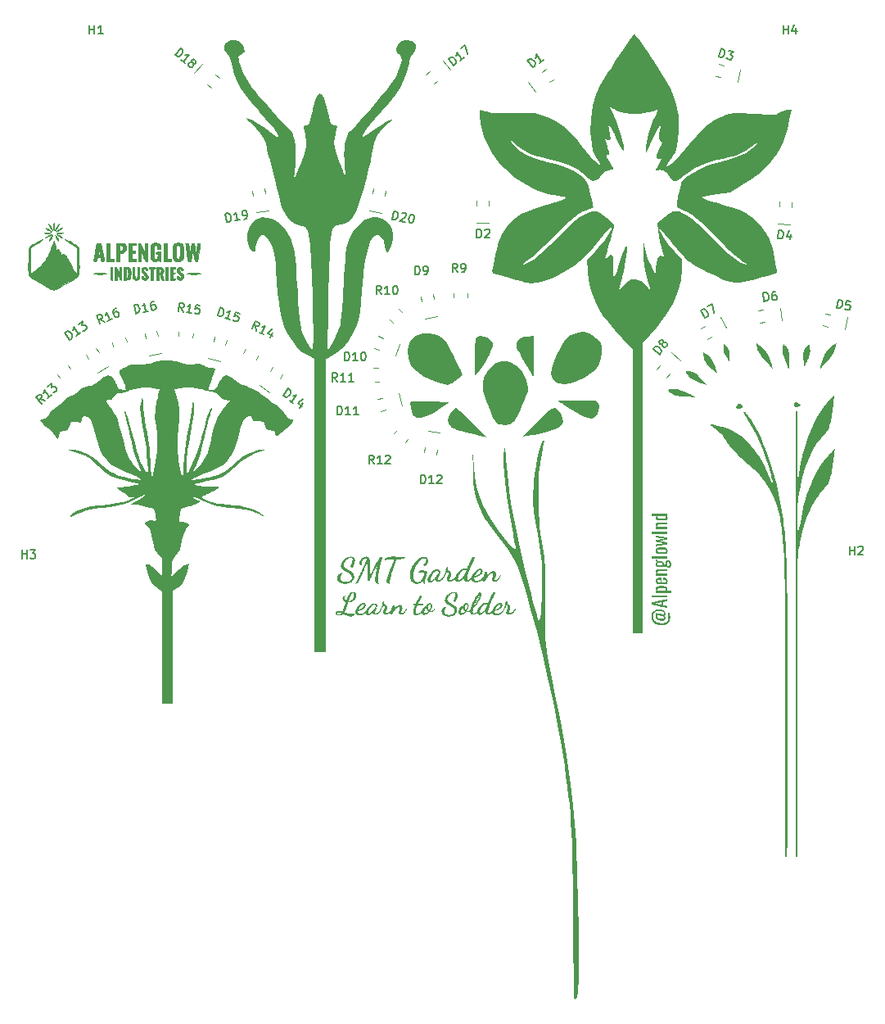
<source format=gbr>
%TF.GenerationSoftware,KiCad,Pcbnew,(6.0.5)*%
%TF.CreationDate,2022-08-10T18:54:24-07:00*%
%TF.ProjectId,AlpenglowSMTGarden,416c7065-6e67-46c6-9f77-534d54476172,rev?*%
%TF.SameCoordinates,Original*%
%TF.FileFunction,Legend,Top*%
%TF.FilePolarity,Positive*%
%FSLAX46Y46*%
G04 Gerber Fmt 4.6, Leading zero omitted, Abs format (unit mm)*
G04 Created by KiCad (PCBNEW (6.0.5)) date 2022-08-10 18:54:24*
%MOMM*%
%LPD*%
G01*
G04 APERTURE LIST*
%ADD10C,0.150000*%
%ADD11C,0.120000*%
%ADD12C,0.010000*%
G04 APERTURE END LIST*
D10*
%TO.C,R12*%
X151574500Y-91969166D02*
X151278166Y-91545833D01*
X151066500Y-91969166D02*
X151066500Y-91080166D01*
X151405166Y-91080166D01*
X151489833Y-91122500D01*
X151532166Y-91164833D01*
X151574500Y-91249500D01*
X151574500Y-91376500D01*
X151532166Y-91461166D01*
X151489833Y-91503500D01*
X151405166Y-91545833D01*
X151066500Y-91545833D01*
X152421166Y-91969166D02*
X151913166Y-91969166D01*
X152167166Y-91969166D02*
X152167166Y-91080166D01*
X152082500Y-91207166D01*
X151997833Y-91291833D01*
X151913166Y-91334166D01*
X152759833Y-91164833D02*
X152802166Y-91122500D01*
X152886833Y-91080166D01*
X153098500Y-91080166D01*
X153183166Y-91122500D01*
X153225500Y-91164833D01*
X153267833Y-91249500D01*
X153267833Y-91334166D01*
X153225500Y-91461166D01*
X152717500Y-91969166D01*
X153267833Y-91969166D01*
%TO.C,D16*%
X126906070Y-76419756D02*
X126736441Y-75547089D01*
X126944219Y-75506701D01*
X127076963Y-75524024D01*
X127176229Y-75590980D01*
X127233940Y-75666013D01*
X127307806Y-75824158D01*
X127332038Y-75948825D01*
X127322793Y-76123124D01*
X127297393Y-76214313D01*
X127230437Y-76313579D01*
X127113848Y-76379368D01*
X126906070Y-76419756D01*
X128235848Y-76161273D02*
X127737181Y-76258204D01*
X127986514Y-76209738D02*
X127816885Y-75337072D01*
X127758007Y-75477894D01*
X127691051Y-75577160D01*
X127616017Y-75634871D01*
X128814218Y-75143210D02*
X128647996Y-75175520D01*
X128572963Y-75233231D01*
X128539485Y-75282864D01*
X128480606Y-75423686D01*
X128471361Y-75597986D01*
X128535982Y-75930430D01*
X128593692Y-76005464D01*
X128643326Y-76038942D01*
X128734514Y-76064342D01*
X128900736Y-76032032D01*
X128975770Y-75974321D01*
X129009248Y-75924688D01*
X129034648Y-75833499D01*
X128994260Y-75625721D01*
X128936550Y-75550688D01*
X128886917Y-75517210D01*
X128795728Y-75491810D01*
X128629506Y-75524120D01*
X128554472Y-75581831D01*
X128520994Y-75631464D01*
X128495594Y-75722652D01*
%TO.C,D20*%
X153451464Y-66705803D02*
X153605837Y-65830309D01*
X153814288Y-65867065D01*
X153932008Y-65930808D01*
X154000686Y-66028891D01*
X154027674Y-66119622D01*
X154039960Y-66293734D01*
X154017906Y-66418805D01*
X153946812Y-66578214D01*
X153890419Y-66654244D01*
X153792337Y-66722922D01*
X153659915Y-66742559D01*
X153451464Y-66705803D01*
X154424939Y-66060712D02*
X154473980Y-66026372D01*
X154564712Y-65999384D01*
X154773163Y-66036140D01*
X154849192Y-66092532D01*
X154883531Y-66141574D01*
X154910519Y-66232305D01*
X154895817Y-66315686D01*
X154832073Y-66433405D01*
X154243578Y-66845474D01*
X154785550Y-66941039D01*
X155481896Y-66161109D02*
X155565276Y-66175811D01*
X155641306Y-66232203D01*
X155675645Y-66281245D01*
X155702633Y-66371976D01*
X155714919Y-66546088D01*
X155678163Y-66754539D01*
X155607068Y-66913949D01*
X155550676Y-66989978D01*
X155501635Y-67024317D01*
X155410903Y-67051305D01*
X155327523Y-67036603D01*
X155251494Y-66980211D01*
X155217154Y-66931169D01*
X155190166Y-66840438D01*
X155177881Y-66666326D01*
X155214636Y-66457875D01*
X155285731Y-66298465D01*
X155342123Y-66222436D01*
X155391165Y-66188097D01*
X155481896Y-66161109D01*
%TO.C,D9*%
X155807833Y-72411166D02*
X155807833Y-71522166D01*
X156019500Y-71522166D01*
X156146500Y-71564500D01*
X156231166Y-71649166D01*
X156273500Y-71733833D01*
X156315833Y-71903166D01*
X156315833Y-72030166D01*
X156273500Y-72199500D01*
X156231166Y-72284166D01*
X156146500Y-72368833D01*
X156019500Y-72411166D01*
X155807833Y-72411166D01*
X156739166Y-72411166D02*
X156908500Y-72411166D01*
X156993166Y-72368833D01*
X157035500Y-72326500D01*
X157120166Y-72199500D01*
X157162500Y-72030166D01*
X157162500Y-71691500D01*
X157120166Y-71606833D01*
X157077833Y-71564500D01*
X156993166Y-71522166D01*
X156823833Y-71522166D01*
X156739166Y-71564500D01*
X156696833Y-71606833D01*
X156654500Y-71691500D01*
X156654500Y-71903166D01*
X156696833Y-71987833D01*
X156739166Y-72030166D01*
X156823833Y-72072500D01*
X156993166Y-72072500D01*
X157077833Y-72030166D01*
X157120166Y-71987833D01*
X157162500Y-71903166D01*
%TO.C,D7*%
X185814826Y-76876369D02*
X185370326Y-76106473D01*
X185553635Y-76000639D01*
X185684786Y-75973801D01*
X185800443Y-76004791D01*
X185879438Y-76056948D01*
X186000767Y-76182428D01*
X186064267Y-76292414D01*
X186112272Y-76460227D01*
X186117943Y-76554717D01*
X186086953Y-76670374D01*
X185998135Y-76770536D01*
X185814826Y-76876369D01*
X186066899Y-75704306D02*
X186580163Y-75407973D01*
X186694708Y-76368369D01*
%TO.C,D13*%
X120090690Y-79157223D02*
X119606506Y-78411645D01*
X119784025Y-78296363D01*
X119913592Y-78262697D01*
X120030713Y-78287592D01*
X120112329Y-78335543D01*
X120240058Y-78454501D01*
X120309227Y-78561013D01*
X120365949Y-78726084D01*
X120376558Y-78820148D01*
X120351664Y-78937268D01*
X120268209Y-79041941D01*
X120090690Y-79157223D01*
X121226809Y-78419418D02*
X120800765Y-78696095D01*
X121013787Y-78557757D02*
X120529603Y-77812179D01*
X120527765Y-77964802D01*
X120502870Y-78081923D01*
X120454919Y-78163539D01*
X120991151Y-77512446D02*
X121452700Y-77212712D01*
X121388625Y-77658137D01*
X121495136Y-77588968D01*
X121589200Y-77578359D01*
X121647760Y-77590806D01*
X121729376Y-77638757D01*
X121844658Y-77816276D01*
X121855267Y-77910340D01*
X121842820Y-77968900D01*
X121794869Y-78050516D01*
X121581847Y-78188854D01*
X121487783Y-78199464D01*
X121429223Y-78187016D01*
%TO.C,D15*%
X135375086Y-76649978D02*
X135635005Y-75799823D01*
X135837423Y-75861709D01*
X135946496Y-75939323D01*
X136002709Y-76045045D01*
X136018439Y-76138389D01*
X136009414Y-76312700D01*
X135972283Y-76434151D01*
X135882291Y-76583708D01*
X135817053Y-76652298D01*
X135711332Y-76708511D01*
X135577504Y-76711863D01*
X135375086Y-76649978D01*
X136670561Y-77046044D02*
X136184758Y-76897520D01*
X136427659Y-76971782D02*
X136687578Y-76121627D01*
X136569479Y-76218324D01*
X136463758Y-76274537D01*
X136370414Y-76290266D01*
X137699667Y-76431054D02*
X137294831Y-76307283D01*
X137130577Y-76699742D01*
X137183437Y-76671635D01*
X137276782Y-76655906D01*
X137479200Y-76717791D01*
X137547790Y-76783029D01*
X137575896Y-76835889D01*
X137591626Y-76929234D01*
X137529740Y-77131651D01*
X137464502Y-77200242D01*
X137411642Y-77228348D01*
X137318298Y-77244077D01*
X137115880Y-77182192D01*
X137047290Y-77116954D01*
X137019183Y-77064094D01*
%TO.C,H4*%
X193886666Y-47519166D02*
X193886666Y-46630166D01*
X193886666Y-47053500D02*
X194394666Y-47053500D01*
X194394666Y-47519166D02*
X194394666Y-46630166D01*
X195199000Y-46926500D02*
X195199000Y-47519166D01*
X194987333Y-46587833D02*
X194775666Y-47222833D01*
X195326000Y-47222833D01*
%TO.C,R14*%
X139389209Y-78203876D02*
X139317364Y-77692151D01*
X138936578Y-77973249D02*
X139340176Y-77181144D01*
X139641930Y-77334896D01*
X139698149Y-77411053D01*
X139716650Y-77467991D01*
X139715931Y-77562648D01*
X139658274Y-77675806D01*
X139582117Y-77732026D01*
X139525179Y-77750526D01*
X139430522Y-77749808D01*
X139128767Y-77596056D01*
X140143595Y-78588255D02*
X139690964Y-78357628D01*
X139917279Y-78472941D02*
X140320877Y-77680836D01*
X140187782Y-77755556D01*
X140073905Y-77792557D01*
X139979248Y-77791838D01*
X141091607Y-78406126D02*
X140822542Y-78934195D01*
X141056762Y-78008277D02*
X140579882Y-78477971D01*
X141070232Y-78727817D01*
%TO.C,D19*%
X136369935Y-66979110D02*
X136215562Y-66103615D01*
X136424013Y-66066860D01*
X136556434Y-66086497D01*
X136654517Y-66155175D01*
X136710909Y-66231204D01*
X136782004Y-66390614D01*
X136804057Y-66515685D01*
X136791772Y-66689796D01*
X136764784Y-66780528D01*
X136696105Y-66878611D01*
X136578386Y-66942354D01*
X136369935Y-66979110D01*
X137704021Y-66743874D02*
X137203739Y-66832087D01*
X137453880Y-66787981D02*
X137299507Y-65912487D01*
X137238180Y-66052260D01*
X137169502Y-66150342D01*
X137093472Y-66206735D01*
X138120923Y-66670363D02*
X138287684Y-66640959D01*
X138363713Y-66584566D01*
X138398052Y-66535525D01*
X138459379Y-66395752D01*
X138471665Y-66221640D01*
X138412856Y-65888119D01*
X138356464Y-65812089D01*
X138307423Y-65777750D01*
X138216691Y-65750762D01*
X138049930Y-65780167D01*
X137973901Y-65836559D01*
X137939562Y-65885601D01*
X137912574Y-65976332D01*
X137949330Y-66184783D01*
X138005722Y-66260812D01*
X138054763Y-66295151D01*
X138145495Y-66322139D01*
X138312256Y-66292735D01*
X138388285Y-66236342D01*
X138422624Y-66187301D01*
X138449612Y-66096570D01*
%TO.C,D6*%
X191921465Y-75144551D02*
X191828539Y-74260421D01*
X192039047Y-74238296D01*
X192169776Y-74267122D01*
X192262829Y-74342475D01*
X192313780Y-74422253D01*
X192373582Y-74586234D01*
X192386857Y-74712538D01*
X192362456Y-74885369D01*
X192329204Y-74973996D01*
X192253852Y-75067049D01*
X192131972Y-75122426D01*
X191921465Y-75144551D01*
X193091582Y-74127670D02*
X192923177Y-74145370D01*
X192843399Y-74196322D01*
X192805722Y-74242848D01*
X192734795Y-74378003D01*
X192710393Y-74550833D01*
X192745794Y-74887645D01*
X192796745Y-74967422D01*
X192843272Y-75005099D01*
X192931899Y-75038350D01*
X193100305Y-75020650D01*
X193180083Y-74969699D01*
X193217759Y-74923172D01*
X193251011Y-74834544D01*
X193228886Y-74624037D01*
X193177934Y-74544259D01*
X193131408Y-74506583D01*
X193042780Y-74473332D01*
X192874374Y-74491032D01*
X192794596Y-74541983D01*
X192756920Y-74588510D01*
X192723668Y-74677138D01*
%TO.C,R9*%
X160218762Y-72129299D02*
X159922429Y-71705966D01*
X159710762Y-72129299D02*
X159710762Y-71240299D01*
X160049429Y-71240299D01*
X160134095Y-71282633D01*
X160176429Y-71324966D01*
X160218762Y-71409633D01*
X160218762Y-71536633D01*
X160176429Y-71621299D01*
X160134095Y-71663633D01*
X160049429Y-71705966D01*
X159710762Y-71705966D01*
X160642095Y-72129299D02*
X160811429Y-72129299D01*
X160896095Y-72086966D01*
X160938429Y-72044633D01*
X161023095Y-71917633D01*
X161065429Y-71748299D01*
X161065429Y-71409633D01*
X161023095Y-71324966D01*
X160980762Y-71282633D01*
X160896095Y-71240299D01*
X160726762Y-71240299D01*
X160642095Y-71282633D01*
X160599762Y-71324966D01*
X160557429Y-71409633D01*
X160557429Y-71621299D01*
X160599762Y-71705966D01*
X160642095Y-71748299D01*
X160726762Y-71790633D01*
X160896095Y-71790633D01*
X160980762Y-71748299D01*
X161023095Y-71705966D01*
X161065429Y-71621299D01*
%TO.C,H1*%
X122131666Y-47519166D02*
X122131666Y-46630166D01*
X122131666Y-47053500D02*
X122639666Y-47053500D01*
X122639666Y-47519166D02*
X122639666Y-46630166D01*
X123528666Y-47519166D02*
X123020666Y-47519166D01*
X123274666Y-47519166D02*
X123274666Y-46630166D01*
X123190000Y-46757166D01*
X123105333Y-46841833D01*
X123020666Y-46884166D01*
%TO.C,D2*%
X162183233Y-68575766D02*
X162183233Y-67686766D01*
X162394900Y-67686766D01*
X162521900Y-67729100D01*
X162606566Y-67813766D01*
X162648900Y-67898433D01*
X162691233Y-68067766D01*
X162691233Y-68194766D01*
X162648900Y-68364100D01*
X162606566Y-68448766D01*
X162521900Y-68533433D01*
X162394900Y-68575766D01*
X162183233Y-68575766D01*
X163029900Y-67771433D02*
X163072233Y-67729100D01*
X163156900Y-67686766D01*
X163368566Y-67686766D01*
X163453233Y-67729100D01*
X163495566Y-67771433D01*
X163537900Y-67856100D01*
X163537900Y-67940766D01*
X163495566Y-68067766D01*
X162987566Y-68575766D01*
X163537900Y-68575766D01*
%TO.C,D11*%
X147764500Y-86889166D02*
X147764500Y-86000166D01*
X147976166Y-86000166D01*
X148103166Y-86042500D01*
X148187833Y-86127166D01*
X148230166Y-86211833D01*
X148272500Y-86381166D01*
X148272500Y-86508166D01*
X148230166Y-86677500D01*
X148187833Y-86762166D01*
X148103166Y-86846833D01*
X147976166Y-86889166D01*
X147764500Y-86889166D01*
X149119166Y-86889166D02*
X148611166Y-86889166D01*
X148865166Y-86889166D02*
X148865166Y-86000166D01*
X148780500Y-86127166D01*
X148695833Y-86211833D01*
X148611166Y-86254166D01*
X149965833Y-86889166D02*
X149457833Y-86889166D01*
X149711833Y-86889166D02*
X149711833Y-86000166D01*
X149627166Y-86127166D01*
X149542500Y-86211833D01*
X149457833Y-86254166D01*
%TO.C,D14*%
X142151843Y-84888525D02*
X142686856Y-84178538D01*
X142855901Y-84305922D01*
X142931850Y-84416161D01*
X142948515Y-84534733D01*
X142931370Y-84627828D01*
X142863271Y-84788540D01*
X142786841Y-84889967D01*
X142651125Y-84999725D01*
X142566362Y-85041866D01*
X142447791Y-85058531D01*
X142320887Y-85015909D01*
X142151843Y-84888525D01*
X143233727Y-85703784D02*
X142828021Y-85398061D01*
X143030874Y-85550922D02*
X143565888Y-84840936D01*
X143421839Y-84891409D01*
X143303268Y-84908073D01*
X143210173Y-84890928D01*
X144198963Y-85689042D02*
X143842288Y-86162367D01*
X144233734Y-85291187D02*
X143682537Y-85670936D01*
X144122052Y-86002135D01*
%TO.C,H3*%
X115146666Y-101748166D02*
X115146666Y-100859166D01*
X115146666Y-101282500D02*
X115654666Y-101282500D01*
X115654666Y-101748166D02*
X115654666Y-100859166D01*
X115993333Y-100859166D02*
X116543666Y-100859166D01*
X116247333Y-101197833D01*
X116374333Y-101197833D01*
X116459000Y-101240166D01*
X116501333Y-101282500D01*
X116543666Y-101367166D01*
X116543666Y-101578833D01*
X116501333Y-101663500D01*
X116459000Y-101705833D01*
X116374333Y-101748166D01*
X116120333Y-101748166D01*
X116035666Y-101705833D01*
X115993333Y-101663500D01*
%TO.C,R16*%
X123689582Y-77288262D02*
X123261222Y-76999242D01*
X123215323Y-77470313D02*
X122896734Y-76640360D01*
X123212907Y-76518992D01*
X123307121Y-76528172D01*
X123361813Y-76552523D01*
X123431676Y-76616395D01*
X123477189Y-76734960D01*
X123468009Y-76829174D01*
X123443659Y-76883866D01*
X123379787Y-76953730D01*
X123063614Y-77075097D01*
X124480013Y-76984844D02*
X124005755Y-77166894D01*
X124242884Y-77075869D02*
X123924295Y-76245916D01*
X123890764Y-76394823D01*
X123842063Y-76504207D01*
X123778191Y-76574071D01*
X124872813Y-75881814D02*
X124714726Y-75942498D01*
X124650854Y-76012361D01*
X124626503Y-76067054D01*
X124592973Y-76215960D01*
X124614135Y-76389217D01*
X124735502Y-76705390D01*
X124805366Y-76769262D01*
X124860058Y-76793613D01*
X124954272Y-76802793D01*
X125112358Y-76742109D01*
X125176231Y-76672246D01*
X125200581Y-76617553D01*
X125209761Y-76523339D01*
X125133907Y-76325731D01*
X125064043Y-76261859D01*
X125009351Y-76237508D01*
X124915137Y-76228329D01*
X124757050Y-76289012D01*
X124693178Y-76358876D01*
X124668827Y-76413568D01*
X124659648Y-76507782D01*
%TO.C,D5*%
X199435966Y-75847114D02*
X199590339Y-74971620D01*
X199798790Y-75008376D01*
X199916510Y-75072119D01*
X199985188Y-75170202D01*
X200012176Y-75260933D01*
X200024462Y-75435045D01*
X200002408Y-75560116D01*
X199931314Y-75719525D01*
X199874921Y-75795555D01*
X199776839Y-75864233D01*
X199644417Y-75883870D01*
X199435966Y-75847114D01*
X200882735Y-75199504D02*
X200465833Y-75125993D01*
X200350632Y-75535544D01*
X200399673Y-75501205D01*
X200490405Y-75474217D01*
X200698856Y-75510973D01*
X200774885Y-75567365D01*
X200809224Y-75616406D01*
X200836212Y-75707138D01*
X200799457Y-75915589D01*
X200743064Y-75991618D01*
X200694023Y-76025957D01*
X200603291Y-76052945D01*
X200394840Y-76016190D01*
X200318811Y-75959797D01*
X200284472Y-75910756D01*
%TO.C,D17*%
X159832562Y-50785966D02*
X159261124Y-50104953D01*
X159423270Y-49968896D01*
X159547769Y-49919691D01*
X159667050Y-49930127D01*
X159753902Y-49967774D01*
X159895177Y-50070280D01*
X159976811Y-50167567D01*
X160053227Y-50324495D01*
X160075220Y-50416565D01*
X160064785Y-50535846D01*
X159994708Y-50649910D01*
X159832562Y-50785966D01*
X160870297Y-49915203D02*
X160481147Y-50241739D01*
X160675722Y-50078471D02*
X160104284Y-49397458D01*
X160121059Y-49549168D01*
X160110624Y-49668449D01*
X160072976Y-49755301D01*
X160525863Y-49043710D02*
X160979872Y-48662752D01*
X161259448Y-49588667D01*
%TO.C,R11*%
X147764500Y-83460166D02*
X147468166Y-83036833D01*
X147256500Y-83460166D02*
X147256500Y-82571166D01*
X147595166Y-82571166D01*
X147679833Y-82613500D01*
X147722166Y-82655833D01*
X147764500Y-82740500D01*
X147764500Y-82867500D01*
X147722166Y-82952166D01*
X147679833Y-82994500D01*
X147595166Y-83036833D01*
X147256500Y-83036833D01*
X148611166Y-83460166D02*
X148103166Y-83460166D01*
X148357166Y-83460166D02*
X148357166Y-82571166D01*
X148272500Y-82698166D01*
X148187833Y-82782833D01*
X148103166Y-82825166D01*
X149457833Y-83460166D02*
X148949833Y-83460166D01*
X149203833Y-83460166D02*
X149203833Y-82571166D01*
X149119166Y-82698166D01*
X149034500Y-82782833D01*
X148949833Y-82825166D01*
%TO.C,R10*%
X152336501Y-74443166D02*
X152040167Y-74019833D01*
X151828501Y-74443166D02*
X151828501Y-73554166D01*
X152167167Y-73554166D01*
X152251834Y-73596500D01*
X152294167Y-73638833D01*
X152336501Y-73723500D01*
X152336501Y-73850500D01*
X152294167Y-73935166D01*
X152251834Y-73977500D01*
X152167167Y-74019833D01*
X151828501Y-74019833D01*
X153183167Y-74443166D02*
X152675167Y-74443166D01*
X152929167Y-74443166D02*
X152929167Y-73554166D01*
X152844501Y-73681166D01*
X152759834Y-73765833D01*
X152675167Y-73808166D01*
X153733501Y-73554166D02*
X153818167Y-73554166D01*
X153902834Y-73596500D01*
X153945167Y-73638833D01*
X153987501Y-73723500D01*
X154029834Y-73892833D01*
X154029834Y-74104500D01*
X153987501Y-74273833D01*
X153945167Y-74358500D01*
X153902834Y-74400833D01*
X153818167Y-74443166D01*
X153733501Y-74443166D01*
X153648834Y-74400833D01*
X153606501Y-74358500D01*
X153564167Y-74273833D01*
X153521834Y-74104500D01*
X153521834Y-73892833D01*
X153564167Y-73723500D01*
X153606501Y-73638833D01*
X153648834Y-73596500D01*
X153733501Y-73554166D01*
%TO.C,D4*%
X193367279Y-68669447D02*
X193444760Y-67783830D01*
X193655621Y-67802278D01*
X193778448Y-67855519D01*
X193855414Y-67947243D01*
X193890207Y-68035277D01*
X193917621Y-68207655D01*
X193906552Y-68334172D01*
X193849621Y-68499171D01*
X193800070Y-68579826D01*
X193708346Y-68656792D01*
X193578140Y-68687895D01*
X193367279Y-68669447D01*
X194684100Y-68189724D02*
X194632446Y-68780135D01*
X194502756Y-67833898D02*
X194236551Y-68448033D01*
X194784790Y-68495998D01*
%TO.C,D3*%
X187222103Y-49875634D02*
X187452193Y-49016926D01*
X187656647Y-49071710D01*
X187768363Y-49145470D01*
X187828231Y-49249165D01*
X187847209Y-49341904D01*
X187844273Y-49516424D01*
X187811403Y-49639097D01*
X187726686Y-49791703D01*
X187663881Y-49862528D01*
X187560186Y-49922397D01*
X187426557Y-49930418D01*
X187222103Y-49875634D01*
X188229119Y-49225103D02*
X188760700Y-49367540D01*
X188386811Y-49617970D01*
X188509484Y-49650840D01*
X188580309Y-49713644D01*
X188610243Y-49765492D01*
X188629220Y-49858230D01*
X188574437Y-50062684D01*
X188511633Y-50133509D01*
X188459785Y-50163444D01*
X188367047Y-50182421D01*
X188121702Y-50116681D01*
X188050877Y-50053877D01*
X188020942Y-50002029D01*
%TO.C,D8*%
X181115301Y-80644160D02*
X180434288Y-80072722D01*
X180570344Y-79910576D01*
X180684408Y-79840500D01*
X180803689Y-79830064D01*
X180895759Y-79852057D01*
X181052687Y-79928473D01*
X181149974Y-80010107D01*
X181252480Y-80151382D01*
X181290127Y-80238234D01*
X181300563Y-80357515D01*
X181251358Y-80482014D01*
X181115301Y-80644160D01*
X181379223Y-79539323D02*
X181292371Y-79576970D01*
X181232730Y-79582188D01*
X181140661Y-79560194D01*
X181108231Y-79532983D01*
X181070584Y-79446131D01*
X181065366Y-79386491D01*
X181087360Y-79294421D01*
X181196205Y-79164704D01*
X181283057Y-79127057D01*
X181342698Y-79121839D01*
X181434768Y-79143832D01*
X181467197Y-79171044D01*
X181504844Y-79257896D01*
X181510062Y-79317536D01*
X181488068Y-79409606D01*
X181379223Y-79539323D01*
X181357229Y-79631393D01*
X181362447Y-79691033D01*
X181400094Y-79777885D01*
X181529811Y-79886730D01*
X181621881Y-79908724D01*
X181681522Y-79903506D01*
X181768373Y-79865859D01*
X181877219Y-79736142D01*
X181899212Y-79644072D01*
X181893994Y-79584432D01*
X181856347Y-79497580D01*
X181726630Y-79388734D01*
X181634561Y-79366741D01*
X181574920Y-79371959D01*
X181488068Y-79409606D01*
%TO.C,D12*%
X156400500Y-94001166D02*
X156400500Y-93112166D01*
X156612166Y-93112166D01*
X156739166Y-93154500D01*
X156823833Y-93239166D01*
X156866166Y-93323833D01*
X156908500Y-93493166D01*
X156908500Y-93620166D01*
X156866166Y-93789500D01*
X156823833Y-93874166D01*
X156739166Y-93958833D01*
X156612166Y-94001166D01*
X156400500Y-94001166D01*
X157755166Y-94001166D02*
X157247166Y-94001166D01*
X157501166Y-94001166D02*
X157501166Y-93112166D01*
X157416500Y-93239166D01*
X157331833Y-93323833D01*
X157247166Y-93366166D01*
X158093833Y-93196833D02*
X158136166Y-93154500D01*
X158220833Y-93112166D01*
X158432500Y-93112166D01*
X158517166Y-93154500D01*
X158559500Y-93196833D01*
X158601833Y-93281500D01*
X158601833Y-93366166D01*
X158559500Y-93493166D01*
X158051500Y-94001166D01*
X158601833Y-94001166D01*
%TO.C,D10*%
X148526500Y-81301166D02*
X148526500Y-80412166D01*
X148738166Y-80412166D01*
X148865166Y-80454500D01*
X148949833Y-80539166D01*
X148992166Y-80623833D01*
X149034500Y-80793166D01*
X149034500Y-80920166D01*
X148992166Y-81089500D01*
X148949833Y-81174166D01*
X148865166Y-81258833D01*
X148738166Y-81301166D01*
X148526500Y-81301166D01*
X149881166Y-81301166D02*
X149373166Y-81301166D01*
X149627166Y-81301166D02*
X149627166Y-80412166D01*
X149542500Y-80539166D01*
X149457833Y-80623833D01*
X149373166Y-80666166D01*
X150431500Y-80412166D02*
X150516166Y-80412166D01*
X150600833Y-80454500D01*
X150643166Y-80496833D01*
X150685500Y-80581500D01*
X150727833Y-80750833D01*
X150727833Y-80962500D01*
X150685500Y-81131833D01*
X150643166Y-81216500D01*
X150600833Y-81258833D01*
X150516166Y-81301166D01*
X150431500Y-81301166D01*
X150346833Y-81258833D01*
X150304500Y-81216500D01*
X150262166Y-81131833D01*
X150219833Y-80962500D01*
X150219833Y-80750833D01*
X150262166Y-80581500D01*
X150304500Y-80496833D01*
X150346833Y-80454500D01*
X150431500Y-80412166D01*
%TO.C,R15*%
X131844748Y-76275520D02*
X131602214Y-75819228D01*
X131340534Y-76213611D02*
X131448876Y-75331237D01*
X131785018Y-75372510D01*
X131863895Y-75424846D01*
X131900753Y-75472023D01*
X131932453Y-75561218D01*
X131916975Y-75687271D01*
X131864639Y-75766148D01*
X131817463Y-75803006D01*
X131728268Y-75834706D01*
X131392125Y-75793433D01*
X132685103Y-76378703D02*
X132180890Y-76316793D01*
X132432997Y-76347748D02*
X132541338Y-75465375D01*
X132441825Y-75581110D01*
X132347472Y-75654827D01*
X132258277Y-75686526D01*
X133591783Y-75594353D02*
X133171605Y-75542762D01*
X133077996Y-75957780D01*
X133125173Y-75920922D01*
X133214368Y-75889222D01*
X133424457Y-75915018D01*
X133503333Y-75967354D01*
X133540192Y-76014531D01*
X133571891Y-76103725D01*
X133546096Y-76313814D01*
X133493760Y-76392691D01*
X133446583Y-76429550D01*
X133357388Y-76461249D01*
X133147299Y-76435453D01*
X133068423Y-76383117D01*
X133031564Y-76335940D01*
%TO.C,D1*%
X167968173Y-50997797D02*
X167458263Y-50269571D01*
X167631650Y-50148164D01*
X167759964Y-50109997D01*
X167877882Y-50130789D01*
X167961122Y-50175862D01*
X168092925Y-50290291D01*
X168165769Y-50394323D01*
X168228217Y-50557314D01*
X168242103Y-50650951D01*
X168221311Y-50768868D01*
X168141560Y-50876390D01*
X167968173Y-50997797D01*
X169077851Y-50220792D02*
X168661721Y-50512169D01*
X168869786Y-50366480D02*
X168359876Y-49638254D01*
X168363366Y-49790849D01*
X168342574Y-49908767D01*
X168297500Y-49992007D01*
%TO.C,R13*%
X117561528Y-85387456D02*
X117060151Y-85262375D01*
X117178136Y-85720734D02*
X116594899Y-85049797D01*
X116850494Y-84827612D01*
X116942166Y-84804015D01*
X117001889Y-84808191D01*
X117089384Y-84844317D01*
X117172704Y-84940165D01*
X117196301Y-85031837D01*
X117192124Y-85091560D01*
X117155999Y-85179055D01*
X116900404Y-85401241D01*
X118200515Y-84831993D02*
X117817123Y-85165271D01*
X118008819Y-84998632D02*
X117425583Y-84327695D01*
X117445004Y-84479090D01*
X117436651Y-84598535D01*
X117400526Y-84686030D01*
X117840925Y-83966644D02*
X118256266Y-83605593D01*
X118254806Y-84055600D01*
X118350654Y-83972280D01*
X118442326Y-83948684D01*
X118502049Y-83952860D01*
X118589544Y-83988985D01*
X118728410Y-84148732D01*
X118752007Y-84240404D01*
X118747831Y-84300127D01*
X118711705Y-84387622D01*
X118520009Y-84554261D01*
X118428337Y-84577858D01*
X118368615Y-84573682D01*
%TO.C,D18*%
X130994547Y-49652188D02*
X131565985Y-48971174D01*
X131728131Y-49107231D01*
X131798207Y-49221294D01*
X131808643Y-49340575D01*
X131786650Y-49432645D01*
X131710233Y-49589573D01*
X131628599Y-49686861D01*
X131487325Y-49789367D01*
X131400473Y-49827014D01*
X131281192Y-49837449D01*
X131156693Y-49788245D01*
X130994547Y-49652188D01*
X132032282Y-50522951D02*
X131643131Y-50196415D01*
X131837706Y-50359683D02*
X132409145Y-49678669D01*
X132262652Y-49721534D01*
X132143371Y-49731970D01*
X132051301Y-49709976D01*
X132747968Y-50460336D02*
X132710321Y-50373484D01*
X132705103Y-50313844D01*
X132727097Y-50221774D01*
X132754308Y-50189345D01*
X132841160Y-50151698D01*
X132900801Y-50146480D01*
X132992870Y-50168473D01*
X133122587Y-50277319D01*
X133160234Y-50364171D01*
X133165452Y-50423811D01*
X133143459Y-50515881D01*
X133116247Y-50548310D01*
X133029396Y-50585957D01*
X132969755Y-50591175D01*
X132877685Y-50569182D01*
X132747968Y-50460336D01*
X132655899Y-50438343D01*
X132596258Y-50443561D01*
X132509406Y-50481208D01*
X132400561Y-50610925D01*
X132378567Y-50702994D01*
X132383785Y-50762635D01*
X132421432Y-50849487D01*
X132551149Y-50958332D01*
X132643219Y-50980326D01*
X132702859Y-50975108D01*
X132789711Y-50937461D01*
X132898557Y-50807744D01*
X132920550Y-50715674D01*
X132915332Y-50656034D01*
X132877685Y-50569182D01*
%TO.C,H2*%
X200744666Y-101367166D02*
X200744666Y-100478166D01*
X200744666Y-100901500D02*
X201252666Y-100901500D01*
X201252666Y-101367166D02*
X201252666Y-100478166D01*
X201633666Y-100562833D02*
X201676000Y-100520500D01*
X201760666Y-100478166D01*
X201972333Y-100478166D01*
X202057000Y-100520500D01*
X202099333Y-100562833D01*
X202141666Y-100647500D01*
X202141666Y-100732166D01*
X202099333Y-100859166D01*
X201591333Y-101367166D01*
X202141666Y-101367166D01*
D11*
%TO.C,R12*%
X154772889Y-89752681D02*
X155064797Y-89404799D01*
X153646803Y-88807783D02*
X153938711Y-88459901D01*
%TO.C,D16*%
X129195799Y-78741170D02*
X129098868Y-78242503D01*
X127949132Y-78983497D02*
X127852201Y-78484830D01*
X128288391Y-80728830D02*
X129535057Y-80486503D01*
%TO.C,D20*%
X151116994Y-65771863D02*
X152367700Y-65992396D01*
X151425740Y-64020875D02*
X151513954Y-63520592D01*
X152676446Y-64241408D02*
X152764660Y-63741125D01*
%TO.C,D9*%
X156826500Y-76914396D02*
X158077206Y-76693863D01*
X156517754Y-75163408D02*
X156429540Y-74663125D01*
X157768460Y-74942875D02*
X157680246Y-74442592D01*
%TO.C,G\u002A\u002A\u002A*%
G36*
X157125266Y-103789751D02*
G01*
X157147255Y-103699838D01*
X157180031Y-103608509D01*
X157222614Y-103517007D01*
X157274024Y-103426579D01*
X157333280Y-103338469D01*
X157399402Y-103253924D01*
X157471410Y-103174188D01*
X157548322Y-103100508D01*
X157629161Y-103034128D01*
X157712944Y-102976294D01*
X157798691Y-102928252D01*
X157885423Y-102891247D01*
X157893000Y-102888585D01*
X157966885Y-102867911D01*
X158040226Y-102856555D01*
X158111695Y-102854178D01*
X158179963Y-102860441D01*
X158243701Y-102875005D01*
X158301581Y-102897531D01*
X158352274Y-102927680D01*
X158394451Y-102965113D01*
X158426783Y-103009491D01*
X158435737Y-103027059D01*
X158451429Y-103073837D01*
X158457645Y-103122421D01*
X158454466Y-103169609D01*
X158441977Y-103212202D01*
X158430357Y-103233757D01*
X158409668Y-103255800D01*
X158380099Y-103275551D01*
X158346101Y-103290548D01*
X158313880Y-103298138D01*
X158280949Y-103302038D01*
X158320903Y-103322003D01*
X158353000Y-103341197D01*
X158373161Y-103361667D01*
X158382758Y-103385498D01*
X158383165Y-103414773D01*
X158382989Y-103416247D01*
X158379942Y-103433576D01*
X158374515Y-103451872D01*
X158365803Y-103473057D01*
X158352899Y-103499052D01*
X158334897Y-103531777D01*
X158310890Y-103573155D01*
X158301397Y-103589202D01*
X158261557Y-103659192D01*
X158230624Y-103720066D01*
X158208371Y-103772417D01*
X158194570Y-103816842D01*
X158188996Y-103853936D01*
X158190515Y-103879924D01*
X158199280Y-103911464D01*
X158212633Y-103939911D01*
X158228513Y-103961501D01*
X158240199Y-103970608D01*
X158271419Y-103979475D01*
X158308729Y-103977723D01*
X158351059Y-103965984D01*
X158397343Y-103944890D01*
X158446513Y-103915072D01*
X158497502Y-103877162D01*
X158549242Y-103831792D01*
X158600667Y-103779593D01*
X158640595Y-103733666D01*
X158677860Y-103684141D01*
X158717835Y-103623221D01*
X158759759Y-103552382D01*
X158802872Y-103473103D01*
X158846414Y-103386862D01*
X158889622Y-103295136D01*
X158931737Y-103199404D01*
X158971998Y-103101142D01*
X158989759Y-103055307D01*
X159020831Y-102973615D01*
X159006120Y-102943226D01*
X158996052Y-102910359D01*
X158992668Y-102870174D01*
X158995765Y-102826768D01*
X159005141Y-102784238D01*
X159015319Y-102757212D01*
X159039773Y-102711653D01*
X159066928Y-102674443D01*
X159095636Y-102646370D01*
X159124751Y-102628220D01*
X159153124Y-102620782D01*
X159179610Y-102624843D01*
X159195012Y-102633818D01*
X159207305Y-102648510D01*
X159219999Y-102671437D01*
X159230971Y-102697740D01*
X159238099Y-102722563D01*
X159239666Y-102735999D01*
X159237584Y-102748956D01*
X159232023Y-102770632D01*
X159224006Y-102797197D01*
X159220170Y-102808843D01*
X159200673Y-102866522D01*
X159215171Y-102888427D01*
X159226481Y-102900519D01*
X159247587Y-102918219D01*
X159276857Y-102940266D01*
X159312658Y-102965401D01*
X159329667Y-102976853D01*
X159397010Y-103024182D01*
X159452312Y-103069082D01*
X159496337Y-103112833D01*
X159529852Y-103156715D01*
X159553620Y-103202011D01*
X159568406Y-103250001D01*
X159574977Y-103301966D01*
X159574097Y-103359186D01*
X159571972Y-103382547D01*
X159567650Y-103413207D01*
X159561007Y-103444023D01*
X159551324Y-103477058D01*
X159537882Y-103514372D01*
X159519964Y-103558025D01*
X159496851Y-103610077D01*
X159479818Y-103647000D01*
X159455176Y-103700518D01*
X159435975Y-103743967D01*
X159421590Y-103779154D01*
X159411396Y-103807883D01*
X159404770Y-103831959D01*
X159401086Y-103853189D01*
X159399719Y-103873376D01*
X159399666Y-103878639D01*
X159401997Y-103909624D01*
X159410240Y-103930698D01*
X159426268Y-103944657D01*
X159449997Y-103953759D01*
X159488315Y-103958224D01*
X159533491Y-103952635D01*
X159584168Y-103937437D01*
X159638987Y-103913074D01*
X159696589Y-103879993D01*
X159717848Y-103865966D01*
X159742295Y-103847422D01*
X159772970Y-103821343D01*
X159807758Y-103789806D01*
X159844544Y-103754890D01*
X159881214Y-103718675D01*
X159915653Y-103683239D01*
X159945746Y-103650660D01*
X159969379Y-103623017D01*
X159981756Y-103606534D01*
X159995767Y-103583648D01*
X160012242Y-103553444D01*
X160028519Y-103520911D01*
X160035590Y-103505686D01*
X160088537Y-103401092D01*
X160151320Y-103299559D01*
X160222568Y-103202566D01*
X160300909Y-103111593D01*
X160384973Y-103028120D01*
X160473388Y-102953625D01*
X160564783Y-102889589D01*
X160652227Y-102840234D01*
X160711098Y-102814441D01*
X160771684Y-102794280D01*
X160832184Y-102779890D01*
X160890795Y-102771411D01*
X160945717Y-102768984D01*
X160995147Y-102772747D01*
X161037283Y-102782842D01*
X161070325Y-102799407D01*
X161079711Y-102807041D01*
X161098216Y-102832596D01*
X161107890Y-102863915D01*
X161108617Y-102897110D01*
X161100280Y-102928291D01*
X161084052Y-102952311D01*
X161067487Y-102968875D01*
X161049838Y-102954993D01*
X161022434Y-102940658D01*
X160985724Y-102932070D01*
X160942492Y-102929360D01*
X160895526Y-102932658D01*
X160847611Y-102942094D01*
X160837097Y-102945043D01*
X160769641Y-102971541D01*
X160702137Y-103010727D01*
X160635314Y-103061981D01*
X160569904Y-103124680D01*
X160506634Y-103198203D01*
X160452140Y-103273092D01*
X160408379Y-103342696D01*
X160368991Y-103414633D01*
X160334530Y-103487282D01*
X160305551Y-103559023D01*
X160282609Y-103628237D01*
X160266258Y-103693305D01*
X160257053Y-103752605D01*
X160255549Y-103804519D01*
X160259424Y-103835831D01*
X160269958Y-103867082D01*
X160286612Y-103894489D01*
X160307047Y-103915273D01*
X160328923Y-103926656D01*
X160336967Y-103927931D01*
X160374002Y-103927698D01*
X160406855Y-103922223D01*
X160441212Y-103910263D01*
X160463000Y-103900379D01*
X160520664Y-103867015D01*
X160580500Y-103821628D01*
X160641709Y-103765194D01*
X160703493Y-103698689D01*
X160765053Y-103623088D01*
X160825591Y-103539369D01*
X160884308Y-103448505D01*
X160940406Y-103351473D01*
X160988972Y-103257684D01*
X161004228Y-103225279D01*
X161023355Y-103182623D01*
X161045422Y-103131904D01*
X161069499Y-103075309D01*
X161094657Y-103015026D01*
X161119965Y-102953244D01*
X161144493Y-102892149D01*
X161146535Y-102887000D01*
X161208488Y-102731695D01*
X161266503Y-102588546D01*
X161320822Y-102457048D01*
X161371691Y-102336696D01*
X161419351Y-102226987D01*
X161464046Y-102127414D01*
X161506019Y-102037473D01*
X161545515Y-101956660D01*
X161582776Y-101884470D01*
X161618046Y-101820398D01*
X161651568Y-101763939D01*
X161683585Y-101714589D01*
X161714340Y-101671842D01*
X161744078Y-101635195D01*
X161757137Y-101620619D01*
X161792250Y-101586221D01*
X161824167Y-101562984D01*
X161854851Y-101549777D01*
X161886265Y-101545465D01*
X161887278Y-101545461D01*
X161918142Y-101549265D01*
X161943238Y-101562002D01*
X161966261Y-101585663D01*
X161969254Y-101589591D01*
X161976965Y-101602940D01*
X161981110Y-101619558D01*
X161982526Y-101643623D01*
X161982519Y-101655846D01*
X161981731Y-101673712D01*
X161979468Y-101692478D01*
X161975348Y-101713070D01*
X161968991Y-101736417D01*
X161960014Y-101763448D01*
X161948035Y-101795091D01*
X161932675Y-101832274D01*
X161913550Y-101875925D01*
X161890279Y-101926972D01*
X161862481Y-101986345D01*
X161829775Y-102054970D01*
X161791778Y-102133777D01*
X161754612Y-102210333D01*
X161707464Y-102307375D01*
X161665712Y-102393647D01*
X161628806Y-102470317D01*
X161596200Y-102538551D01*
X161567347Y-102599517D01*
X161541699Y-102654381D01*
X161518710Y-102704312D01*
X161497833Y-102750474D01*
X161478520Y-102794037D01*
X161460225Y-102836166D01*
X161449895Y-102860333D01*
X161390382Y-103005457D01*
X161339335Y-103141087D01*
X161296573Y-103267878D01*
X161261913Y-103386482D01*
X161235173Y-103497553D01*
X161216171Y-103601746D01*
X161204723Y-103699714D01*
X161201597Y-103750814D01*
X161200057Y-103801788D01*
X161200261Y-103841445D01*
X161202487Y-103871720D01*
X161207011Y-103894549D01*
X161214108Y-103911867D01*
X161224055Y-103925609D01*
X161227003Y-103928695D01*
X161239623Y-103940065D01*
X161251046Y-103945117D01*
X161266694Y-103945338D01*
X161281432Y-103943632D01*
X161335649Y-103931375D01*
X161390079Y-103908533D01*
X161445778Y-103874505D01*
X161503802Y-103828689D01*
X161537791Y-103797576D01*
X161577348Y-103758280D01*
X161610822Y-103722120D01*
X161637260Y-103690279D01*
X161655711Y-103663941D01*
X161665222Y-103644290D01*
X161666333Y-103637735D01*
X161669064Y-103619137D01*
X161676636Y-103591106D01*
X161686769Y-103560322D01*
X161979666Y-103560322D01*
X161985630Y-103562420D01*
X162002317Y-103560339D01*
X162027922Y-103554459D01*
X162060641Y-103545163D01*
X162079666Y-103539171D01*
X162104687Y-103529931D01*
X162136515Y-103516594D01*
X162170173Y-103501298D01*
X162188647Y-103492334D01*
X162269378Y-103448038D01*
X162343626Y-103399335D01*
X162410568Y-103347147D01*
X162469385Y-103292399D01*
X162519255Y-103236012D01*
X162559358Y-103178910D01*
X162588872Y-103122016D01*
X162606976Y-103066254D01*
X162612859Y-103015333D01*
X162610556Y-102983728D01*
X162602450Y-102962980D01*
X162587123Y-102951354D01*
X162563159Y-102947114D01*
X162557035Y-102947000D01*
X162509748Y-102953110D01*
X162458840Y-102970851D01*
X162405290Y-102999339D01*
X162350076Y-103037690D01*
X162294175Y-103085018D01*
X162238566Y-103140441D01*
X162184225Y-103203072D01*
X162132132Y-103272029D01*
X162083264Y-103346427D01*
X162048375Y-103407000D01*
X162035160Y-103432463D01*
X162021012Y-103461472D01*
X162007196Y-103491212D01*
X161994972Y-103518865D01*
X161985604Y-103541614D01*
X161980353Y-103556643D01*
X161979666Y-103560322D01*
X161686769Y-103560322D01*
X161688116Y-103556230D01*
X161702572Y-103517094D01*
X161719072Y-103476285D01*
X161736683Y-103436390D01*
X161745905Y-103417000D01*
X161806361Y-103307621D01*
X161877435Y-103204103D01*
X161957881Y-103107815D01*
X162046459Y-103020128D01*
X162141925Y-102942413D01*
X162228957Y-102884374D01*
X162299216Y-102847571D01*
X162371694Y-102819881D01*
X162444598Y-102801545D01*
X162516138Y-102792804D01*
X162584522Y-102793898D01*
X162647960Y-102805067D01*
X162694865Y-102821837D01*
X162734435Y-102843882D01*
X162764340Y-102870289D01*
X162785494Y-102902753D01*
X162798810Y-102942968D01*
X162805203Y-102992629D01*
X162806095Y-103028026D01*
X162803017Y-103087055D01*
X162793518Y-103139129D01*
X162776466Y-103189529D01*
X162766810Y-103211404D01*
X162728854Y-103278011D01*
X162678865Y-103342574D01*
X162618085Y-103404324D01*
X162547753Y-103462492D01*
X162469110Y-103516310D01*
X162383396Y-103565008D01*
X162291851Y-103607816D01*
X162195716Y-103643966D01*
X162096231Y-103672689D01*
X161994636Y-103693216D01*
X161988241Y-103694210D01*
X161933482Y-103702566D01*
X161928909Y-103733058D01*
X161927318Y-103766401D01*
X161930455Y-103806883D01*
X161937542Y-103849503D01*
X161947798Y-103889257D01*
X161957128Y-103914243D01*
X161983063Y-103956605D01*
X162019086Y-103993028D01*
X162062361Y-104020854D01*
X162078322Y-104027922D01*
X162112531Y-104037088D01*
X162155693Y-104042140D01*
X162204079Y-104043079D01*
X162253960Y-104039907D01*
X162301606Y-104032625D01*
X162321848Y-104027867D01*
X162384299Y-104007063D01*
X162451186Y-103977410D01*
X162519022Y-103940784D01*
X162584315Y-103899058D01*
X162640114Y-103856976D01*
X162692841Y-103810316D01*
X162747606Y-103756085D01*
X162801383Y-103697630D01*
X162851149Y-103638298D01*
X162893879Y-103581435D01*
X162908191Y-103560333D01*
X162925819Y-103527016D01*
X162942822Y-103482946D01*
X162958527Y-103430705D01*
X162972258Y-103372874D01*
X162983341Y-103312033D01*
X162991102Y-103250763D01*
X162992164Y-103239055D01*
X162995933Y-103203885D01*
X163001744Y-103178304D01*
X163011756Y-103159236D01*
X163028127Y-103143603D01*
X163053015Y-103128327D01*
X163079204Y-103114941D01*
X163106064Y-103102338D01*
X163127039Y-103094957D01*
X163147845Y-103091441D01*
X163174199Y-103090437D01*
X163182674Y-103090421D01*
X163226379Y-103093691D01*
X163259328Y-103103875D01*
X163282613Y-103121771D01*
X163297328Y-103148177D01*
X163304065Y-103179175D01*
X163304308Y-103200163D01*
X163301812Y-103231245D01*
X163297012Y-103269567D01*
X163290341Y-103312271D01*
X163282232Y-103356503D01*
X163273120Y-103399406D01*
X163266473Y-103426745D01*
X163260612Y-103450534D01*
X163256693Y-103468680D01*
X163255407Y-103477921D01*
X163255543Y-103478432D01*
X163260185Y-103474354D01*
X163271260Y-103461811D01*
X163287009Y-103442859D01*
X163302082Y-103424094D01*
X163332117Y-103388167D01*
X163368307Y-103348004D01*
X163408283Y-103305972D01*
X163449677Y-103264442D01*
X163490119Y-103225780D01*
X163527240Y-103192356D01*
X163558672Y-103166538D01*
X163562835Y-103163404D01*
X163624886Y-103120166D01*
X163681808Y-103086737D01*
X163736103Y-103061993D01*
X163790272Y-103044811D01*
X163846818Y-103034067D01*
X163852422Y-103033338D01*
X163920116Y-103029874D01*
X163980386Y-103037451D01*
X164033415Y-103056161D01*
X164079387Y-103086094D01*
X164118484Y-103127343D01*
X164150890Y-103179997D01*
X164152115Y-103182475D01*
X164171990Y-103228289D01*
X164184725Y-103271844D01*
X164191131Y-103317527D01*
X164192024Y-103369724D01*
X164191067Y-103392526D01*
X164188782Y-103424141D01*
X164185161Y-103453146D01*
X164179555Y-103481914D01*
X164171311Y-103512818D01*
X164159778Y-103548228D01*
X164144304Y-103590517D01*
X164124238Y-103642058D01*
X164118685Y-103656021D01*
X164094112Y-103720727D01*
X164076236Y-103775308D01*
X164064837Y-103821033D01*
X164059692Y-103859174D01*
X164060579Y-103891002D01*
X164067276Y-103917788D01*
X164071343Y-103927000D01*
X164090418Y-103952421D01*
X164116208Y-103967106D01*
X164147807Y-103971259D01*
X164184311Y-103965084D01*
X164224813Y-103948787D01*
X164268407Y-103922570D01*
X164314189Y-103886639D01*
X164335157Y-103867457D01*
X164379707Y-103820501D01*
X164426910Y-103762629D01*
X164475486Y-103695665D01*
X164524157Y-103621432D01*
X164571644Y-103541756D01*
X164601572Y-103487345D01*
X164614341Y-103463545D01*
X164623702Y-103450185D01*
X164632837Y-103446737D01*
X164644931Y-103452673D01*
X164663166Y-103467466D01*
X164672683Y-103475569D01*
X164694584Y-103494138D01*
X164637557Y-103608902D01*
X164580305Y-103716214D01*
X164521399Y-103811129D01*
X164460969Y-103893509D01*
X164399145Y-103963216D01*
X164336058Y-104020113D01*
X164271839Y-104064060D01*
X164206618Y-104094920D01*
X164166333Y-104107274D01*
X164127310Y-104113659D01*
X164081671Y-104116222D01*
X164034097Y-104115107D01*
X163989269Y-104110453D01*
X163951868Y-104102403D01*
X163946375Y-104100635D01*
X163893440Y-104076595D01*
X163851138Y-104044512D01*
X163819491Y-104004416D01*
X163798521Y-103956336D01*
X163788252Y-103900302D01*
X163787735Y-103892970D01*
X163787399Y-103858255D01*
X163790697Y-103820783D01*
X163798033Y-103778367D01*
X163809809Y-103728820D01*
X163826432Y-103669953D01*
X163832783Y-103648974D01*
X163849344Y-103593598D01*
X163861751Y-103548377D01*
X163870454Y-103510950D01*
X163875899Y-103478957D01*
X163878534Y-103450038D01*
X163878808Y-103421833D01*
X163878299Y-103409102D01*
X163874790Y-103372559D01*
X163867591Y-103346078D01*
X163854987Y-103326531D01*
X163835264Y-103310795D01*
X163819530Y-103302000D01*
X163780773Y-103289567D01*
X163736808Y-103288756D01*
X163688422Y-103299279D01*
X163636400Y-103320846D01*
X163581530Y-103353171D01*
X163524597Y-103395963D01*
X163496333Y-103420531D01*
X163451294Y-103463535D01*
X163406013Y-103511202D01*
X163359759Y-103564497D01*
X163311804Y-103624383D01*
X163261417Y-103691825D01*
X163207870Y-103767788D01*
X163150431Y-103853236D01*
X163088373Y-103949134D01*
X163047629Y-104013666D01*
X162995440Y-104097000D01*
X162952553Y-104095977D01*
X162910959Y-104090911D01*
X162868700Y-104078670D01*
X162829175Y-104060824D01*
X162795784Y-104038940D01*
X162771926Y-104014585D01*
X162769990Y-104011763D01*
X162765358Y-104003111D01*
X162764132Y-103993818D01*
X162766791Y-103980598D01*
X162773810Y-103960165D01*
X162779750Y-103944539D01*
X162788908Y-103920264D01*
X162795845Y-103900946D01*
X162799419Y-103889795D01*
X162799666Y-103888469D01*
X162795306Y-103890546D01*
X162783786Y-103900025D01*
X162767452Y-103914955D01*
X162764666Y-103917606D01*
X162675226Y-103994922D01*
X162580851Y-104060667D01*
X162482268Y-104114459D01*
X162380202Y-104155919D01*
X162275379Y-104184666D01*
X162242238Y-104190972D01*
X162199538Y-104196159D01*
X162150167Y-104198797D01*
X162097945Y-104198977D01*
X162046692Y-104196790D01*
X162000227Y-104192327D01*
X161962370Y-104185679D01*
X161956333Y-104184141D01*
X161885589Y-104158633D01*
X161822530Y-104123064D01*
X161768067Y-104078164D01*
X161723112Y-104024660D01*
X161693546Y-103973979D01*
X161680853Y-103945464D01*
X161670287Y-103917577D01*
X161663607Y-103895103D01*
X161662549Y-103889653D01*
X161659621Y-103872060D01*
X161657319Y-103861597D01*
X161656712Y-103860333D01*
X161651713Y-103864738D01*
X161639038Y-103876799D01*
X161620482Y-103894787D01*
X161597839Y-103916973D01*
X161592469Y-103922263D01*
X161518264Y-103989001D01*
X161443352Y-104043739D01*
X161368218Y-104086266D01*
X161293349Y-104116370D01*
X161219230Y-104133839D01*
X161146345Y-104138460D01*
X161104787Y-104135165D01*
X161053144Y-104124074D01*
X161010367Y-104105191D01*
X160975398Y-104077476D01*
X160947178Y-104039887D01*
X160924647Y-103991386D01*
X160909980Y-103943932D01*
X160904261Y-103911444D01*
X160900897Y-103869653D01*
X160899895Y-103822381D01*
X160901262Y-103773447D01*
X160905002Y-103726676D01*
X160909576Y-103694123D01*
X160913850Y-103668543D01*
X160916752Y-103648605D01*
X160917844Y-103637435D01*
X160917685Y-103636129D01*
X160913249Y-103640458D01*
X160902336Y-103653568D01*
X160886464Y-103673570D01*
X160867153Y-103698575D01*
X160861750Y-103705672D01*
X160788915Y-103796583D01*
X160715676Y-103878204D01*
X160642618Y-103950108D01*
X160570328Y-104011865D01*
X160499391Y-104063048D01*
X160430393Y-104103227D01*
X160363921Y-104131974D01*
X160300560Y-104148860D01*
X160249400Y-104153568D01*
X160196439Y-104148021D01*
X160142052Y-104132225D01*
X160090701Y-104107893D01*
X160046849Y-104076738D01*
X160045008Y-104075099D01*
X160012313Y-104039280D01*
X159985134Y-103997006D01*
X159965250Y-103951919D01*
X159954443Y-103907663D01*
X159953000Y-103886901D01*
X159951988Y-103869821D01*
X159949499Y-103859274D01*
X159948958Y-103858514D01*
X159942796Y-103861199D01*
X159928710Y-103871371D01*
X159908622Y-103887528D01*
X159884456Y-103908168D01*
X159877293Y-103914482D01*
X159798220Y-103980035D01*
X159722058Y-104033473D01*
X159647642Y-104075374D01*
X159573803Y-104106318D01*
X159499378Y-104126884D01*
X159428866Y-104137181D01*
X159360933Y-104138012D01*
X159298321Y-104128593D01*
X159242131Y-104109435D01*
X159193461Y-104081052D01*
X159153410Y-104043953D01*
X159123077Y-103998650D01*
X159120610Y-103993666D01*
X159113006Y-103976703D01*
X159107978Y-103961262D01*
X159105017Y-103943911D01*
X159103613Y-103921217D01*
X159103255Y-103889749D01*
X159103280Y-103877000D01*
X159103932Y-103845543D01*
X159106042Y-103816932D01*
X159110194Y-103789217D01*
X159116973Y-103760450D01*
X159126963Y-103728679D01*
X159140748Y-103691956D01*
X159158913Y-103648331D01*
X159182041Y-103595854D01*
X159198372Y-103559686D01*
X159223965Y-103502771D01*
X159244312Y-103455989D01*
X159260042Y-103417498D01*
X159271779Y-103385460D01*
X159280149Y-103358034D01*
X159285779Y-103333381D01*
X159289294Y-103309662D01*
X159291213Y-103286850D01*
X159292484Y-103256456D01*
X159291480Y-103234468D01*
X159287593Y-103216067D01*
X159280218Y-103196431D01*
X159279681Y-103195178D01*
X159263908Y-103168395D01*
X159239596Y-103138684D01*
X159209998Y-103109341D01*
X159178369Y-103083663D01*
X159154497Y-103068361D01*
X159126766Y-103053057D01*
X159117495Y-103075028D01*
X159087879Y-103143986D01*
X159058621Y-103209368D01*
X159028452Y-103273781D01*
X158996101Y-103339833D01*
X158960300Y-103410132D01*
X158919778Y-103487284D01*
X158885999Y-103550333D01*
X158844057Y-103626440D01*
X158805707Y-103692165D01*
X158769556Y-103749493D01*
X158734211Y-103800409D01*
X158698279Y-103846897D01*
X158660368Y-103890941D01*
X158619085Y-103934527D01*
X158609892Y-103943771D01*
X158556088Y-103994646D01*
X158505456Y-104036169D01*
X158454829Y-104070720D01*
X158401041Y-104100677D01*
X158400999Y-104100698D01*
X158338279Y-104127026D01*
X158274113Y-104144139D01*
X158210523Y-104151984D01*
X158149532Y-104150511D01*
X158093159Y-104139669D01*
X158043429Y-104119407D01*
X158028065Y-104110146D01*
X157991399Y-104078628D01*
X157958912Y-104036596D01*
X157932038Y-103986583D01*
X157912210Y-103931119D01*
X157903092Y-103889189D01*
X157898671Y-103861378D01*
X157851084Y-103915855D01*
X157783918Y-103989801D01*
X157721664Y-104052096D01*
X157663715Y-104103229D01*
X157609462Y-104143688D01*
X157558301Y-104173960D01*
X157509623Y-104194533D01*
X157501087Y-104197242D01*
X157460793Y-104205763D01*
X157414602Y-104209905D01*
X157368591Y-104209427D01*
X157328924Y-104204105D01*
X157285245Y-104191261D01*
X157247899Y-104172875D01*
X157211544Y-104146133D01*
X157200616Y-104136587D01*
X157165357Y-104097622D01*
X157139576Y-104052155D01*
X157122925Y-103999134D01*
X157115057Y-103937506D01*
X157115052Y-103912331D01*
X157399782Y-103912331D01*
X157401544Y-103951677D01*
X157407585Y-103980694D01*
X157418758Y-104001938D01*
X157434628Y-104017053D01*
X157455147Y-104024755D01*
X157483621Y-104025837D01*
X157516636Y-104020641D01*
X157550776Y-104009508D01*
X157562368Y-104004267D01*
X157603170Y-103980245D01*
X157649527Y-103945708D01*
X157700319Y-103901687D01*
X157754431Y-103849213D01*
X157810744Y-103789314D01*
X157868140Y-103723023D01*
X157870376Y-103720333D01*
X157888910Y-103697468D01*
X157913895Y-103665850D01*
X157943824Y-103627428D01*
X157977194Y-103584148D01*
X158012498Y-103537958D01*
X158048232Y-103490806D01*
X158064897Y-103468666D01*
X158103390Y-103417637D01*
X158134838Y-103376517D01*
X158159995Y-103344401D01*
X158179615Y-103320385D01*
X158194454Y-103303563D01*
X158205264Y-103293032D01*
X158212801Y-103287886D01*
X158216343Y-103287000D01*
X158223966Y-103285827D01*
X158229272Y-103280555D01*
X158233403Y-103268557D01*
X158237502Y-103247201D01*
X158239759Y-103233067D01*
X158244665Y-103178257D01*
X158242238Y-103127299D01*
X158232960Y-103082024D01*
X158217310Y-103044265D01*
X158195768Y-103015852D01*
X158179666Y-103003735D01*
X158152605Y-102994097D01*
X158117112Y-102989951D01*
X158076856Y-102991187D01*
X158035506Y-102997696D01*
X157997260Y-103009163D01*
X157937305Y-103038130D01*
X157875106Y-103078900D01*
X157811990Y-103130429D01*
X157749287Y-103191675D01*
X157711790Y-103233380D01*
X157643078Y-103319951D01*
X157581660Y-103411430D01*
X157525159Y-103511447D01*
X157509605Y-103542063D01*
X157469514Y-103628247D01*
X157438872Y-103706722D01*
X157417295Y-103778781D01*
X157404400Y-103845720D01*
X157399802Y-103908834D01*
X157399782Y-103912331D01*
X157115052Y-103912331D01*
X157115044Y-103877000D01*
X157125266Y-103789751D01*
G37*
G36*
X156815076Y-101552370D02*
G01*
X156873187Y-101558625D01*
X156922842Y-101570033D01*
X156966214Y-101587311D01*
X157005478Y-101611180D01*
X157042809Y-101642361D01*
X157052655Y-101651942D01*
X157083648Y-101685820D01*
X157107565Y-101719556D01*
X157126869Y-101757359D01*
X157144021Y-101803436D01*
X157147352Y-101813834D01*
X157153551Y-101835144D01*
X157157862Y-101855019D01*
X157160601Y-101876618D01*
X157162082Y-101903101D01*
X157162620Y-101937624D01*
X157162609Y-101967000D01*
X157162044Y-102012154D01*
X157160524Y-102047430D01*
X157157729Y-102076266D01*
X157153338Y-102102103D01*
X157147863Y-102125227D01*
X157123791Y-102202528D01*
X157094264Y-102272410D01*
X157059991Y-102333977D01*
X157021685Y-102386332D01*
X156980056Y-102428580D01*
X156935817Y-102459823D01*
X156889679Y-102479167D01*
X156862596Y-102484550D01*
X156817622Y-102483807D01*
X156777031Y-102470495D01*
X156740944Y-102444678D01*
X156709482Y-102406420D01*
X156706150Y-102401200D01*
X156687808Y-102371731D01*
X156732203Y-102327337D01*
X156774338Y-102280815D01*
X156814635Y-102228029D01*
X156852128Y-102170956D01*
X156885851Y-102111572D01*
X156914839Y-102051851D01*
X156938124Y-101993771D01*
X156954742Y-101939307D01*
X156963725Y-101890435D01*
X156964438Y-101852350D01*
X156955985Y-101813178D01*
X156939192Y-101776699D01*
X156916288Y-101747383D01*
X156908754Y-101740806D01*
X156876007Y-101722734D01*
X156834290Y-101711738D01*
X156785898Y-101707761D01*
X156733127Y-101710746D01*
X156678271Y-101720635D01*
X156623626Y-101737370D01*
X156596333Y-101748633D01*
X156515451Y-101791571D01*
X156434195Y-101846925D01*
X156353212Y-101913813D01*
X156273147Y-101991356D01*
X156194644Y-102078676D01*
X156118350Y-102174891D01*
X156044910Y-102279124D01*
X155974969Y-102390493D01*
X155909173Y-102508119D01*
X155848166Y-102631123D01*
X155792595Y-102758624D01*
X155743105Y-102889744D01*
X155729316Y-102930333D01*
X155695634Y-103038972D01*
X155669207Y-103140227D01*
X155649350Y-103237421D01*
X155635378Y-103333881D01*
X155626988Y-103427000D01*
X155624107Y-103537662D01*
X155630336Y-103641491D01*
X155645457Y-103737959D01*
X155669251Y-103826539D01*
X155701497Y-103906704D01*
X155741978Y-103977928D01*
X155790474Y-104039682D01*
X155846766Y-104091441D01*
X155910634Y-104132676D01*
X155923000Y-104138980D01*
X155978769Y-104161146D01*
X156036056Y-104172845D01*
X156088347Y-104175353D01*
X156137565Y-104172636D01*
X156181321Y-104164683D01*
X156225141Y-104150167D01*
X156263000Y-104133396D01*
X156327695Y-104095612D01*
X156390674Y-104045650D01*
X156451248Y-103984623D01*
X156508726Y-103913648D01*
X156562421Y-103833839D01*
X156611643Y-103746311D01*
X156655703Y-103652178D01*
X156693913Y-103552556D01*
X156725584Y-103448560D01*
X156748934Y-103347000D01*
X156753580Y-103321385D01*
X156758387Y-103292165D01*
X156762930Y-103262331D01*
X156766780Y-103234870D01*
X156769513Y-103212772D01*
X156770699Y-103199026D01*
X156770488Y-103196025D01*
X156764014Y-103194589D01*
X156747269Y-103191519D01*
X156723142Y-103187333D01*
X156706333Y-103184504D01*
X156596169Y-103170267D01*
X156476606Y-103162757D01*
X156346670Y-103161919D01*
X156314151Y-103162696D01*
X156171970Y-103166865D01*
X156176425Y-103145265D01*
X156181773Y-103126683D01*
X156190560Y-103102859D01*
X156196475Y-103088877D01*
X156225250Y-103035651D01*
X156259275Y-102993827D01*
X156299646Y-102962733D01*
X156347457Y-102941694D01*
X156403805Y-102930036D01*
X156459524Y-102927000D01*
X156491312Y-102927616D01*
X156522058Y-102929735D01*
X156553551Y-102933764D01*
X156587577Y-102940107D01*
X156625926Y-102949170D01*
X156670386Y-102961360D01*
X156722743Y-102977082D01*
X156784787Y-102996742D01*
X156826333Y-103010246D01*
X156876243Y-103026435D01*
X156923893Y-103041629D01*
X156967292Y-103055214D01*
X157004450Y-103066575D01*
X157033379Y-103075098D01*
X157052089Y-103080167D01*
X157054666Y-103080765D01*
X157075123Y-103086219D01*
X157089030Y-103091829D01*
X157093000Y-103095523D01*
X157091025Y-103103144D01*
X157085407Y-103121979D01*
X157076607Y-103150558D01*
X157065084Y-103187408D01*
X157051298Y-103231058D01*
X157035710Y-103280037D01*
X157019875Y-103329462D01*
X156989102Y-103425751D01*
X156962399Y-103510871D01*
X156939509Y-103586269D01*
X156920177Y-103653387D01*
X156904144Y-103713671D01*
X156891155Y-103768564D01*
X156880953Y-103819510D01*
X156873280Y-103867953D01*
X156867881Y-103915339D01*
X156864498Y-103963110D01*
X156862875Y-104012712D01*
X156862755Y-104065588D01*
X156863882Y-104123183D01*
X156865997Y-104186940D01*
X156866252Y-104193666D01*
X156868017Y-104240014D01*
X156869610Y-104281941D01*
X156870961Y-104317611D01*
X156872000Y-104345189D01*
X156872659Y-104362840D01*
X156872868Y-104368666D01*
X156870953Y-104372107D01*
X156863417Y-104372675D01*
X156847952Y-104370146D01*
X156822249Y-104364290D01*
X156818067Y-104363281D01*
X156791666Y-104355663D01*
X156766184Y-104346373D01*
X156754569Y-104341134D01*
X156725055Y-104320844D01*
X156696001Y-104291913D01*
X156671133Y-104258628D01*
X156654411Y-104225908D01*
X156647947Y-104203863D01*
X156641655Y-104174241D01*
X156636011Y-104140570D01*
X156631490Y-104106373D01*
X156628570Y-104075176D01*
X156627726Y-104050505D01*
X156628962Y-104037432D01*
X156625902Y-104036636D01*
X156614633Y-104044649D01*
X156596149Y-104060634D01*
X156571443Y-104083752D01*
X156554415Y-104100334D01*
X156478328Y-104169989D01*
X156403483Y-104227195D01*
X156328497Y-104272574D01*
X156251983Y-104306750D01*
X156172558Y-104330346D01*
X156088835Y-104343983D01*
X156003000Y-104348284D01*
X155920422Y-104344614D01*
X155845199Y-104332723D01*
X155773596Y-104311798D01*
X155707838Y-104283930D01*
X155662258Y-104260773D01*
X155624940Y-104238709D01*
X155591462Y-104214725D01*
X155557401Y-104185810D01*
X155539563Y-104169310D01*
X155474021Y-104098386D01*
X155417722Y-104018261D01*
X155370952Y-103929612D01*
X155333995Y-103833113D01*
X155307138Y-103729442D01*
X155290667Y-103619275D01*
X155286935Y-103571588D01*
X155284574Y-103426879D01*
X155294364Y-103281619D01*
X155316425Y-103135254D01*
X155350878Y-102987226D01*
X155397842Y-102836982D01*
X155457438Y-102683964D01*
X155498502Y-102592307D01*
X155562382Y-102466972D01*
X155634636Y-102344748D01*
X155714155Y-102226933D01*
X155799826Y-102114822D01*
X155890540Y-102009712D01*
X155985185Y-101912899D01*
X156082652Y-101825681D01*
X156181828Y-101749353D01*
X156269666Y-101692204D01*
X156355819Y-101644717D01*
X156437354Y-101607774D01*
X156516755Y-101580638D01*
X156596508Y-101562570D01*
X156679097Y-101552832D01*
X156746333Y-101550545D01*
X156815076Y-101552370D01*
G37*
G36*
X149240733Y-101547118D02*
G01*
X149318771Y-101557245D01*
X149386000Y-101574547D01*
X149443140Y-101599502D01*
X149490913Y-101632589D01*
X149530038Y-101674286D01*
X149561236Y-101725070D01*
X149581103Y-101772942D01*
X149586903Y-101791067D01*
X149591011Y-101808343D01*
X149593698Y-101827586D01*
X149595234Y-101851611D01*
X149595892Y-101883234D01*
X149595941Y-101925270D01*
X149595935Y-101927000D01*
X149595447Y-101972685D01*
X149594144Y-102008509D01*
X149591709Y-102037933D01*
X149587826Y-102064418D01*
X149582176Y-102091427D01*
X149580045Y-102100333D01*
X149554335Y-102191545D01*
X149520729Y-102288860D01*
X149480658Y-102388849D01*
X149435550Y-102488084D01*
X149386834Y-102583136D01*
X149356311Y-102637000D01*
X149342423Y-102660439D01*
X149331274Y-102679066D01*
X149324455Y-102690236D01*
X149323144Y-102692222D01*
X149315593Y-102691906D01*
X149299764Y-102687030D01*
X149279277Y-102679058D01*
X149257748Y-102669448D01*
X149238798Y-102659664D01*
X149231497Y-102655214D01*
X149212147Y-102638608D01*
X149193759Y-102616861D01*
X149187860Y-102607852D01*
X149178796Y-102590275D01*
X149173071Y-102572394D01*
X149169732Y-102549916D01*
X149167826Y-102518546D01*
X149167777Y-102517329D01*
X149167936Y-102481391D01*
X149171594Y-102444324D01*
X149179246Y-102404062D01*
X149191383Y-102358537D01*
X149208498Y-102305681D01*
X149231082Y-102243427D01*
X149236253Y-102229788D01*
X149260028Y-102167288D01*
X149279538Y-102115595D01*
X149295352Y-102073088D01*
X149308039Y-102038146D01*
X149318168Y-102009151D01*
X149326309Y-101984482D01*
X149333030Y-101962520D01*
X149338902Y-101941643D01*
X149343073Y-101925791D01*
X149355798Y-101864704D01*
X149359796Y-101813388D01*
X149354822Y-101771328D01*
X149340628Y-101738007D01*
X149316969Y-101712908D01*
X149283599Y-101695514D01*
X149240271Y-101685308D01*
X149227748Y-101683808D01*
X149187948Y-101682401D01*
X149140118Y-101684735D01*
X149088875Y-101690321D01*
X149038832Y-101698674D01*
X148999666Y-101707868D01*
X148922740Y-101735132D01*
X148847267Y-101773175D01*
X148774426Y-101820637D01*
X148705393Y-101876161D01*
X148641347Y-101938389D01*
X148583465Y-102005962D01*
X148532926Y-102077524D01*
X148490907Y-102151715D01*
X148458586Y-102227177D01*
X148437140Y-102302554D01*
X148428266Y-102366698D01*
X148427995Y-102424160D01*
X148435847Y-102474999D01*
X148452845Y-102521729D01*
X148480012Y-102566865D01*
X148518372Y-102612921D01*
X148535720Y-102630812D01*
X148557992Y-102652430D01*
X148580026Y-102672287D01*
X148603199Y-102691283D01*
X148628886Y-102710317D01*
X148658463Y-102730291D01*
X148693304Y-102752103D01*
X148734785Y-102776653D01*
X148784283Y-102804842D01*
X148843172Y-102837569D01*
X148896333Y-102866729D01*
X148978982Y-102912323D01*
X149050790Y-102952946D01*
X149112943Y-102989379D01*
X149166628Y-103022403D01*
X149213032Y-103052801D01*
X149253342Y-103081352D01*
X149288746Y-103108839D01*
X149320430Y-103136043D01*
X149349581Y-103163745D01*
X149353392Y-103167570D01*
X149409384Y-103229926D01*
X149453359Y-103292556D01*
X149486467Y-103357831D01*
X149509858Y-103428123D01*
X149524680Y-103505804D01*
X149527093Y-103525830D01*
X149531156Y-103618501D01*
X149523190Y-103708402D01*
X149503416Y-103794125D01*
X149473276Y-103871704D01*
X149442654Y-103929929D01*
X149408689Y-103981477D01*
X149368151Y-104030866D01*
X149333393Y-104067311D01*
X149261327Y-104130469D01*
X149178897Y-104186953D01*
X149087628Y-104236126D01*
X148989046Y-104277347D01*
X148884679Y-104309977D01*
X148776050Y-104333378D01*
X148666333Y-104346785D01*
X148632014Y-104349257D01*
X148601631Y-104351187D01*
X148578103Y-104352409D01*
X148564348Y-104352754D01*
X148563000Y-104352701D01*
X148550839Y-104351796D01*
X148528996Y-104350120D01*
X148501079Y-104347953D01*
X148483000Y-104346539D01*
X148378049Y-104333271D01*
X148279159Y-104310702D01*
X148187052Y-104279327D01*
X148102451Y-104239642D01*
X148026081Y-104192143D01*
X147958663Y-104137328D01*
X147900922Y-104075690D01*
X147853580Y-104007728D01*
X147817362Y-103933937D01*
X147798449Y-103877000D01*
X147792587Y-103852797D01*
X147788499Y-103828866D01*
X147785890Y-103801959D01*
X147784465Y-103768828D01*
X147783929Y-103726226D01*
X147783903Y-103717000D01*
X147785693Y-103645783D01*
X147791821Y-103585218D01*
X147803034Y-103533117D01*
X147820080Y-103487291D01*
X147843706Y-103445551D01*
X147874661Y-103405710D01*
X147899092Y-103379766D01*
X147947609Y-103336900D01*
X147999961Y-103302273D01*
X148058387Y-103274827D01*
X148125124Y-103253503D01*
X148199350Y-103237764D01*
X148234416Y-103232429D01*
X148266358Y-103228829D01*
X148292780Y-103227107D01*
X148311284Y-103227409D01*
X148319472Y-103229877D01*
X148319666Y-103230534D01*
X148315639Y-103236861D01*
X148304874Y-103250766D01*
X148289348Y-103269734D01*
X148281724Y-103278793D01*
X148222699Y-103355728D01*
X148174936Y-103433681D01*
X148138550Y-103511890D01*
X148113657Y-103589587D01*
X148100372Y-103666010D01*
X148098811Y-103740394D01*
X148109089Y-103811973D01*
X148131323Y-103879983D01*
X148165627Y-103943659D01*
X148178444Y-103962011D01*
X148227298Y-104017099D01*
X148285702Y-104063722D01*
X148352645Y-104101554D01*
X148427117Y-104130271D01*
X148508107Y-104149546D01*
X148594603Y-104159053D01*
X148685596Y-104158468D01*
X148762753Y-104150243D01*
X148857092Y-104131922D01*
X148941012Y-104106691D01*
X149015847Y-104073936D01*
X149082932Y-104033044D01*
X149143601Y-103983401D01*
X149159868Y-103967600D01*
X149203893Y-103918083D01*
X149236053Y-103869038D01*
X149257408Y-103817736D01*
X149269020Y-103761445D01*
X149271949Y-103697435D01*
X149271466Y-103680333D01*
X149264939Y-103615951D01*
X149250150Y-103558345D01*
X149225966Y-103505098D01*
X149191255Y-103453791D01*
X149144885Y-103402008D01*
X149137857Y-103395033D01*
X149109436Y-103368049D01*
X149080551Y-103342685D01*
X149049840Y-103318034D01*
X149015940Y-103293191D01*
X148977488Y-103267251D01*
X148933121Y-103239306D01*
X148881475Y-103208452D01*
X148821189Y-103173782D01*
X148750899Y-103134391D01*
X148719666Y-103117104D01*
X148623404Y-103062663D01*
X148538879Y-103011921D01*
X148465242Y-102964174D01*
X148401646Y-102918721D01*
X148347240Y-102874856D01*
X148301177Y-102831877D01*
X148262608Y-102789080D01*
X148230685Y-102745762D01*
X148204559Y-102701220D01*
X148195325Y-102682437D01*
X148169649Y-102611867D01*
X148155495Y-102536165D01*
X148152564Y-102456370D01*
X148160558Y-102373518D01*
X148179177Y-102288645D01*
X148208123Y-102202790D01*
X148247097Y-102116990D01*
X148295800Y-102032280D01*
X148353933Y-101949699D01*
X148421198Y-101870284D01*
X148432937Y-101857783D01*
X148517830Y-101778011D01*
X148609572Y-101709363D01*
X148707347Y-101652154D01*
X148810339Y-101606696D01*
X148917733Y-101573305D01*
X149028712Y-101552293D01*
X149142462Y-101543974D01*
X149240733Y-101547118D01*
G37*
G36*
X151983835Y-101915496D02*
G01*
X152034239Y-101834582D01*
X152072810Y-101773785D01*
X152105738Y-101723571D01*
X152134063Y-101682986D01*
X152158827Y-101651074D01*
X152181070Y-101626881D01*
X152201833Y-101609452D01*
X152222155Y-101597833D01*
X152243077Y-101591069D01*
X152265639Y-101588205D01*
X152290883Y-101588287D01*
X152301964Y-101588930D01*
X152327207Y-101591921D01*
X152356848Y-101597301D01*
X152387220Y-101604177D01*
X152414657Y-101611655D01*
X152435491Y-101618843D01*
X152444933Y-101623775D01*
X152443578Y-101630219D01*
X152438264Y-101645964D01*
X152430039Y-101667956D01*
X152427487Y-101674488D01*
X152416560Y-101703409D01*
X152405337Y-101735707D01*
X152393372Y-101772876D01*
X152380219Y-101816406D01*
X152365433Y-101867790D01*
X152348568Y-101928519D01*
X152329178Y-102000085D01*
X152320192Y-102033666D01*
X152282664Y-102178819D01*
X152246516Y-102327474D01*
X152211948Y-102478430D01*
X152179163Y-102630486D01*
X152148360Y-102782441D01*
X152119740Y-102933095D01*
X152093505Y-103081246D01*
X152069854Y-103225696D01*
X152048990Y-103365241D01*
X152031111Y-103498683D01*
X152016420Y-103624819D01*
X152005117Y-103742450D01*
X151997403Y-103850375D01*
X151993478Y-103947393D01*
X151993000Y-103990240D01*
X151993637Y-104049346D01*
X151995871Y-104098472D01*
X152000187Y-104140927D01*
X152007070Y-104180018D01*
X152017003Y-104219052D01*
X152030471Y-104261337D01*
X152034347Y-104272519D01*
X152044382Y-104301948D01*
X152052199Y-104326493D01*
X152057028Y-104343618D01*
X152058101Y-104350785D01*
X152058083Y-104350805D01*
X152050698Y-104351380D01*
X152033022Y-104350705D01*
X152008024Y-104348935D01*
X151989158Y-104347260D01*
X151921081Y-104337414D01*
X151864243Y-104321523D01*
X151817658Y-104298865D01*
X151780340Y-104268719D01*
X151751304Y-104230366D01*
X151729565Y-104183084D01*
X151719614Y-104150130D01*
X151710168Y-104101736D01*
X151703356Y-104041840D01*
X151699151Y-103972006D01*
X151697526Y-103893796D01*
X151698452Y-103808775D01*
X151701901Y-103718504D01*
X151707847Y-103624549D01*
X151716261Y-103528470D01*
X151727115Y-103431833D01*
X151733184Y-103385711D01*
X151745828Y-103302434D01*
X151762301Y-103207609D01*
X151782360Y-103102384D01*
X151805763Y-102987907D01*
X151832268Y-102865327D01*
X151861632Y-102735792D01*
X151893613Y-102600451D01*
X151927970Y-102460452D01*
X151930293Y-102451162D01*
X151942557Y-102401748D01*
X151953548Y-102356620D01*
X151962894Y-102317364D01*
X151970226Y-102285567D01*
X151975175Y-102262816D01*
X151977370Y-102250700D01*
X151977368Y-102249145D01*
X151972947Y-102253322D01*
X151962936Y-102266759D01*
X151948789Y-102287400D01*
X151931963Y-102313186D01*
X151930805Y-102315001D01*
X151880990Y-102396247D01*
X151827723Y-102488802D01*
X151771645Y-102591286D01*
X151713402Y-102702321D01*
X151653636Y-102820526D01*
X151592990Y-102944523D01*
X151532109Y-103072932D01*
X151471635Y-103204373D01*
X151412213Y-103337468D01*
X151354485Y-103470836D01*
X151299096Y-103603099D01*
X151246688Y-103732877D01*
X151197905Y-103858790D01*
X151153391Y-103979460D01*
X151150268Y-103988189D01*
X151138454Y-104017525D01*
X151126028Y-104036593D01*
X151109836Y-104047525D01*
X151086721Y-104052456D01*
X151053671Y-104053520D01*
X151017377Y-104050280D01*
X150986137Y-104040330D01*
X150959533Y-104022863D01*
X150937143Y-103997075D01*
X150918549Y-103962160D01*
X150903330Y-103917313D01*
X150891068Y-103861727D01*
X150881342Y-103794599D01*
X150873732Y-103715121D01*
X150873112Y-103707000D01*
X150870372Y-103662067D01*
X150868399Y-103610049D01*
X150867197Y-103550238D01*
X150866773Y-103481924D01*
X150867132Y-103404401D01*
X150868280Y-103316959D01*
X150870224Y-103218890D01*
X150872968Y-103109486D01*
X150876518Y-102988039D01*
X150879879Y-102883666D01*
X150882390Y-102803813D01*
X150884682Y-102722067D01*
X150886717Y-102640437D01*
X150888456Y-102560932D01*
X150889859Y-102485558D01*
X150890889Y-102416326D01*
X150891507Y-102355242D01*
X150891672Y-102304316D01*
X150891548Y-102280359D01*
X150889666Y-102083718D01*
X150726956Y-102467025D01*
X150660382Y-102623805D01*
X150598742Y-102768841D01*
X150541792Y-102902676D01*
X150489288Y-103025854D01*
X150440989Y-103138919D01*
X150396650Y-103242414D01*
X150356030Y-103336883D01*
X150318884Y-103422869D01*
X150284970Y-103500916D01*
X150254045Y-103571567D01*
X150225865Y-103635367D01*
X150200188Y-103692858D01*
X150176771Y-103744584D01*
X150155370Y-103791089D01*
X150135742Y-103832916D01*
X150117645Y-103870609D01*
X150100835Y-103904711D01*
X150085070Y-103935766D01*
X150070106Y-103964318D01*
X150055700Y-103990910D01*
X150041609Y-104016085D01*
X150027590Y-104040388D01*
X150013400Y-104064361D01*
X150010702Y-104068862D01*
X149964935Y-104141004D01*
X149921442Y-104200966D01*
X149879492Y-104249554D01*
X149838353Y-104287578D01*
X149797292Y-104315845D01*
X149777974Y-104325915D01*
X149750460Y-104337278D01*
X149723539Y-104345723D01*
X149699931Y-104350723D01*
X149682356Y-104351750D01*
X149673533Y-104348275D01*
X149673000Y-104346291D01*
X149673745Y-104341776D01*
X149676129Y-104333969D01*
X149680369Y-104322386D01*
X149686686Y-104306545D01*
X149695297Y-104285964D01*
X149706421Y-104260160D01*
X149720279Y-104228650D01*
X149737088Y-104190953D01*
X149757068Y-104146586D01*
X149780437Y-104095067D01*
X149807416Y-104035912D01*
X149838222Y-103968640D01*
X149873075Y-103892768D01*
X149912193Y-103807813D01*
X149955796Y-103713294D01*
X150004103Y-103608728D01*
X150057332Y-103493632D01*
X150115703Y-103367523D01*
X150179435Y-103229920D01*
X150194687Y-103197000D01*
X150238318Y-103102743D01*
X150282717Y-103006665D01*
X150327522Y-102909552D01*
X150372376Y-102812192D01*
X150416918Y-102715372D01*
X150460787Y-102619882D01*
X150503626Y-102526507D01*
X150545073Y-102436035D01*
X150584768Y-102349256D01*
X150622353Y-102266955D01*
X150657467Y-102189920D01*
X150689750Y-102118940D01*
X150718843Y-102054802D01*
X150744386Y-101998293D01*
X150766018Y-101950202D01*
X150783381Y-101911315D01*
X150796115Y-101882421D01*
X150803859Y-101864307D01*
X150806091Y-101858549D01*
X150812725Y-101826613D01*
X150813272Y-101794879D01*
X150807885Y-101768057D01*
X150802829Y-101757674D01*
X150785208Y-101742247D01*
X150757847Y-101732509D01*
X150723022Y-101728371D01*
X150683009Y-101729747D01*
X150640085Y-101736550D01*
X150596526Y-101748691D01*
X150554609Y-101766085D01*
X150552209Y-101767287D01*
X150527226Y-101783669D01*
X150498033Y-101808674D01*
X150467285Y-101839493D01*
X150437635Y-101873318D01*
X150411735Y-101907340D01*
X150394948Y-101933785D01*
X150371835Y-101981070D01*
X150350250Y-102036772D01*
X150331912Y-102095975D01*
X150319190Y-102150333D01*
X150314254Y-102186830D01*
X150311216Y-102232674D01*
X150310140Y-102284009D01*
X150311086Y-102336976D01*
X150314116Y-102387716D01*
X150315197Y-102399503D01*
X150320728Y-102455339D01*
X150288531Y-102450618D01*
X150236445Y-102436640D01*
X150190675Y-102410979D01*
X150151358Y-102373772D01*
X150118634Y-102325153D01*
X150092641Y-102265256D01*
X150090102Y-102257689D01*
X150072929Y-102186212D01*
X150068780Y-102116401D01*
X150077727Y-102047750D01*
X150099842Y-101979753D01*
X150135200Y-101911906D01*
X150141609Y-101901776D01*
X150198082Y-101826303D01*
X150265343Y-101756974D01*
X150341778Y-101695041D01*
X150425771Y-101641754D01*
X150515709Y-101598362D01*
X150550920Y-101584796D01*
X150610151Y-101567084D01*
X150673238Y-101554510D01*
X150737039Y-101547300D01*
X150798410Y-101545679D01*
X150854208Y-101549872D01*
X150900147Y-101559744D01*
X150942297Y-101576638D01*
X150983901Y-101599821D01*
X151020568Y-101626534D01*
X151045471Y-101651017D01*
X151068258Y-101683667D01*
X151091251Y-101726374D01*
X151113039Y-101775958D01*
X151132209Y-101829242D01*
X151145873Y-101877000D01*
X151156272Y-101920904D01*
X151164896Y-101962742D01*
X151171933Y-102004472D01*
X151177571Y-102048051D01*
X151181997Y-102095437D01*
X151185398Y-102148587D01*
X151187961Y-102209459D01*
X151189873Y-102280010D01*
X151191146Y-102350333D01*
X151191981Y-102418724D01*
X151192272Y-102482478D01*
X151191943Y-102543410D01*
X151190921Y-102603330D01*
X151189132Y-102664051D01*
X151186503Y-102727386D01*
X151182958Y-102795147D01*
X151178424Y-102869147D01*
X151172828Y-102951198D01*
X151166094Y-103043113D01*
X151159164Y-103133666D01*
X151154438Y-103196246D01*
X151149923Y-103259314D01*
X151145768Y-103320527D01*
X151142125Y-103377543D01*
X151139143Y-103428017D01*
X151136972Y-103469608D01*
X151135853Y-103497000D01*
X151132476Y-103603666D01*
X151174831Y-103493666D01*
X151237199Y-103338767D01*
X151308086Y-103175591D01*
X151386790Y-103005495D01*
X151472607Y-102829835D01*
X151564837Y-102649964D01*
X151662777Y-102467240D01*
X151765725Y-102283017D01*
X151792495Y-102237000D01*
X151979666Y-102237000D01*
X151983000Y-102240333D01*
X151986333Y-102237000D01*
X151983000Y-102233666D01*
X151979666Y-102237000D01*
X151792495Y-102237000D01*
X151872978Y-102098651D01*
X151983835Y-101915496D01*
G37*
G36*
X153731063Y-101547239D02*
G01*
X153753000Y-101547859D01*
X153798541Y-101549248D01*
X153838537Y-101550574D01*
X153874699Y-101551957D01*
X153908737Y-101553513D01*
X153942366Y-101555364D01*
X153977295Y-101557626D01*
X154015236Y-101560419D01*
X154057902Y-101563861D01*
X154107004Y-101568071D01*
X154164254Y-101573169D01*
X154231363Y-101579271D01*
X154309666Y-101586464D01*
X154371093Y-101591908D01*
X154435931Y-101597283D01*
X154500967Y-101602348D01*
X154562986Y-101606861D01*
X154618773Y-101610582D01*
X154665116Y-101613270D01*
X154672562Y-101613643D01*
X154714754Y-101615791D01*
X154752234Y-101617897D01*
X154783033Y-101619832D01*
X154805182Y-101621471D01*
X154816712Y-101622687D01*
X154817894Y-101623005D01*
X154814079Y-101627794D01*
X154801805Y-101638481D01*
X154783381Y-101653103D01*
X154774998Y-101659471D01*
X154716924Y-101697896D01*
X154652406Y-101730400D01*
X154579666Y-101757686D01*
X154496930Y-101780458D01*
X154438252Y-101792924D01*
X154393446Y-101800938D01*
X154349091Y-101807523D01*
X154302810Y-101812892D01*
X154252225Y-101817255D01*
X154194957Y-101820825D01*
X154128630Y-101823813D01*
X154067740Y-101825918D01*
X154021568Y-101827589D01*
X153979769Y-101829543D01*
X153944204Y-101831657D01*
X153916734Y-101833810D01*
X153899217Y-101835877D01*
X153893595Y-101837414D01*
X153889192Y-101845704D01*
X153880791Y-101864855D01*
X153869033Y-101893226D01*
X153854565Y-101929180D01*
X153838029Y-101971077D01*
X153820072Y-102017279D01*
X153801336Y-102066148D01*
X153782466Y-102116044D01*
X153764107Y-102165329D01*
X153756137Y-102187000D01*
X153717342Y-102295494D01*
X153676101Y-102415628D01*
X153632851Y-102546022D01*
X153588030Y-102685297D01*
X153542073Y-102832075D01*
X153495417Y-102984975D01*
X153448499Y-103142621D01*
X153401756Y-103303631D01*
X153394117Y-103330333D01*
X153360537Y-103448696D01*
X153330788Y-103555300D01*
X153304675Y-103651095D01*
X153282004Y-103737035D01*
X153262580Y-103814069D01*
X153246207Y-103883149D01*
X153232690Y-103945228D01*
X153221836Y-104001256D01*
X153213449Y-104052185D01*
X153207334Y-104098966D01*
X153203296Y-104142551D01*
X153201141Y-104183891D01*
X153200673Y-104223938D01*
X153201697Y-104263644D01*
X153201922Y-104268666D01*
X153203421Y-104303716D01*
X153203925Y-104327547D01*
X153203249Y-104342252D01*
X153201207Y-104349920D01*
X153197612Y-104352642D01*
X153194449Y-104352758D01*
X153182653Y-104351709D01*
X153161643Y-104349742D01*
X153135474Y-104347238D01*
X153128968Y-104346609D01*
X153068380Y-104338091D01*
X153018585Y-104324760D01*
X152977582Y-104305553D01*
X152943369Y-104279408D01*
X152913946Y-104245264D01*
X152900830Y-104225549D01*
X152880431Y-104180788D01*
X152868363Y-104126621D01*
X152864705Y-104064116D01*
X152869536Y-103994340D01*
X152879327Y-103935164D01*
X152891814Y-103880763D01*
X152909210Y-103815265D01*
X152931122Y-103739807D01*
X152957157Y-103655529D01*
X152986923Y-103563567D01*
X153020027Y-103465059D01*
X153056077Y-103361142D01*
X153094679Y-103252955D01*
X153135442Y-103141635D01*
X153177973Y-103028319D01*
X153221879Y-102914146D01*
X153266767Y-102800252D01*
X153296249Y-102727000D01*
X153314319Y-102682757D01*
X153336815Y-102628121D01*
X153362952Y-102564966D01*
X153391947Y-102495173D01*
X153423014Y-102420618D01*
X153455369Y-102343180D01*
X153488227Y-102264736D01*
X153520803Y-102187164D01*
X153552312Y-102112342D01*
X153581971Y-102042148D01*
X153608993Y-101978459D01*
X153612429Y-101970385D01*
X153628627Y-101932103D01*
X153642877Y-101897976D01*
X153654401Y-101869905D01*
X153662421Y-101849791D01*
X153666159Y-101839534D01*
X153666333Y-101838718D01*
X153659941Y-101836498D01*
X153641826Y-101834965D01*
X153613581Y-101834110D01*
X153576799Y-101833923D01*
X153533072Y-101834395D01*
X153483992Y-101835517D01*
X153431153Y-101837280D01*
X153376147Y-101839674D01*
X153359666Y-101840503D01*
X153250051Y-101846992D01*
X153141890Y-101854934D01*
X153037319Y-101864114D01*
X152938475Y-101874319D01*
X152847493Y-101885338D01*
X152766510Y-101896956D01*
X152726333Y-101903644D01*
X152699991Y-101908181D01*
X152678653Y-101911647D01*
X152665735Y-101913493D01*
X152663760Y-101913657D01*
X152660147Y-101907945D01*
X152660688Y-101892792D01*
X152664747Y-101871197D01*
X152671688Y-101846164D01*
X152680871Y-101820691D01*
X152685979Y-101808997D01*
X152713913Y-101762134D01*
X152751775Y-101720027D01*
X152799814Y-101682617D01*
X152858277Y-101649843D01*
X152927413Y-101621643D01*
X153007470Y-101597958D01*
X153098697Y-101578726D01*
X153201342Y-101563886D01*
X153315652Y-101553379D01*
X153441877Y-101547142D01*
X153580265Y-101545116D01*
X153731063Y-101547239D01*
G37*
%TO.C,D7*%
X186465470Y-78781926D02*
X186025530Y-79035926D01*
X188005264Y-77892926D02*
X187370264Y-76793074D01*
X185830470Y-77682074D02*
X185390530Y-77936074D01*
%TO.C,D13*%
X123002151Y-82568024D02*
X124067262Y-81876333D01*
X123098894Y-80385177D02*
X122822217Y-79959132D01*
X122033783Y-81076868D02*
X121757106Y-80650823D01*
%TO.C,D15*%
X134954484Y-79305245D02*
X135103009Y-78819443D01*
X134434647Y-81005555D02*
X135649154Y-81376867D01*
X136168991Y-79676557D02*
X136317516Y-79190755D01*
%TO.C,G\u002A\u002A\u002A*%
G36*
X119622590Y-85327696D02*
G01*
X119859240Y-85093714D01*
X120059248Y-84959356D01*
X120270675Y-84893449D01*
X120299598Y-84888581D01*
X120527033Y-84823323D01*
X120745034Y-84685400D01*
X120987369Y-84459541D01*
X121279864Y-84187061D01*
X121537414Y-84023270D01*
X121807851Y-83944833D01*
X122077231Y-83927833D01*
X122234762Y-83915453D01*
X122391588Y-83867464D01*
X122578822Y-83767594D01*
X122827579Y-83599569D01*
X123126663Y-83378967D01*
X123423979Y-83158717D01*
X123682549Y-82973134D01*
X123873284Y-82842710D01*
X123964056Y-82788974D01*
X124100478Y-82794788D01*
X124293254Y-82863189D01*
X124319882Y-82876429D01*
X124481515Y-82995092D01*
X124632393Y-83191886D01*
X124796394Y-83499456D01*
X124833685Y-83578898D01*
X124963862Y-83850071D01*
X125074550Y-84061537D01*
X125146462Y-84177008D01*
X125156944Y-84187150D01*
X125263800Y-84219923D01*
X125464153Y-84261863D01*
X125557622Y-84278240D01*
X125900194Y-84334965D01*
X125859138Y-84028874D01*
X125804831Y-83812140D01*
X125698161Y-83515112D01*
X125560120Y-83194979D01*
X125529677Y-83131327D01*
X125361214Y-82766196D01*
X125279616Y-82505475D01*
X125294875Y-82318025D01*
X125416986Y-82172708D01*
X125655943Y-82038385D01*
X125916277Y-81926770D01*
X126215835Y-81809886D01*
X126460452Y-81735144D01*
X126703434Y-81693166D01*
X126998087Y-81674573D01*
X127375527Y-81670025D01*
X127812805Y-81661382D01*
X128153109Y-81632062D01*
X128454789Y-81573893D01*
X128776196Y-81478703D01*
X128801119Y-81470383D01*
X129563835Y-81295133D01*
X130369683Y-81267510D01*
X131220793Y-81387600D01*
X131961778Y-81599056D01*
X132250959Y-81688772D01*
X132464288Y-81720459D01*
X132667850Y-81700397D01*
X132773596Y-81676231D01*
X133204857Y-81601037D01*
X133562215Y-81623066D01*
X133897191Y-81747065D01*
X133969426Y-81786454D01*
X134258458Y-81913131D01*
X134593945Y-82007565D01*
X134729089Y-82029985D01*
X134960774Y-82065726D01*
X135113318Y-82105575D01*
X135149100Y-82130302D01*
X135125571Y-82218755D01*
X135060952Y-82426806D01*
X134964189Y-82726474D01*
X134844231Y-83089782D01*
X134798486Y-83226606D01*
X134672850Y-83602707D01*
X134567148Y-83922023D01*
X134490257Y-84157515D01*
X134451052Y-84282147D01*
X134447873Y-84294681D01*
X134515623Y-84310786D01*
X134676543Y-84317404D01*
X134992393Y-84280364D01*
X135218103Y-84151243D01*
X135392487Y-83903038D01*
X135450253Y-83779151D01*
X135622194Y-83449664D01*
X135831711Y-83150959D01*
X136048082Y-82921036D01*
X136240586Y-82797895D01*
X136244600Y-82796586D01*
X136360895Y-82806513D01*
X136550837Y-82895539D01*
X136829551Y-83072059D01*
X137150487Y-83299300D01*
X137521046Y-83556588D01*
X137822760Y-83739671D01*
X138036244Y-83837353D01*
X138105030Y-83850680D01*
X138335495Y-83899171D01*
X138663762Y-84034667D01*
X139068103Y-84244197D01*
X139526793Y-84514788D01*
X140018103Y-84833470D01*
X140520308Y-85187271D01*
X141011679Y-85563219D01*
X141119783Y-85650561D01*
X141392653Y-85865220D01*
X141644959Y-86049403D01*
X141835825Y-86173781D01*
X141885979Y-86200293D01*
X142057550Y-86336658D01*
X142229557Y-86567651D01*
X142282192Y-86662624D01*
X142502360Y-87006247D01*
X142751637Y-87242767D01*
X143006408Y-87351343D01*
X143067889Y-87356054D01*
X143215025Y-87390660D01*
X143239975Y-87496131D01*
X143140868Y-87674941D01*
X142915829Y-87929569D01*
X142562987Y-88262491D01*
X142080469Y-88676183D01*
X142051649Y-88700072D01*
X141756889Y-88927870D01*
X141554779Y-89042648D01*
X141434198Y-89047637D01*
X141384024Y-88946067D01*
X141381035Y-88894858D01*
X141354523Y-88707768D01*
X141256684Y-88591528D01*
X141055352Y-88520938D01*
X140862749Y-88488813D01*
X140634168Y-88451669D01*
X140496866Y-88392988D01*
X140403261Y-88273419D01*
X140305773Y-88053609D01*
X140290197Y-88015283D01*
X140120252Y-87596566D01*
X139608674Y-87573703D01*
X139333763Y-87558080D01*
X139173143Y-87528596D01*
X139085408Y-87464960D01*
X139029155Y-87346878D01*
X139005618Y-87278140D01*
X138904205Y-87067617D01*
X138769724Y-86992901D01*
X138573974Y-87046144D01*
X138440259Y-87120780D01*
X138236037Y-87276898D01*
X138073933Y-87481439D01*
X137940392Y-87762033D01*
X137821858Y-88146309D01*
X137719822Y-88589191D01*
X137483911Y-89530703D01*
X137193519Y-90335886D01*
X136837883Y-91017980D01*
X136406242Y-91590223D01*
X135887835Y-92065856D01*
X135271899Y-92458119D01*
X134547672Y-92780251D01*
X134220824Y-92893870D01*
X133942435Y-92992962D01*
X133634678Y-93116489D01*
X133324081Y-93251766D01*
X133037175Y-93386105D01*
X132800491Y-93506821D01*
X132640559Y-93601227D01*
X132583908Y-93656639D01*
X132606292Y-93665895D01*
X132703067Y-93653909D01*
X132924913Y-93620089D01*
X133243317Y-93568969D01*
X133629770Y-93505081D01*
X133835437Y-93470471D01*
X134518600Y-93344396D01*
X135078855Y-93211652D01*
X135548880Y-93056872D01*
X135961353Y-92864691D01*
X136348952Y-92619746D01*
X136744354Y-92306669D01*
X137180237Y-91910096D01*
X137205937Y-91885650D01*
X137492275Y-91621320D01*
X137768052Y-91381546D01*
X137996538Y-91197506D01*
X138112108Y-91116423D01*
X138353992Y-90993772D01*
X138684099Y-90858900D01*
X139058943Y-90725975D01*
X139435035Y-90609167D01*
X139768886Y-90522646D01*
X140017009Y-90480581D01*
X140069181Y-90478769D01*
X140330388Y-90484921D01*
X140096646Y-90565859D01*
X139342116Y-90850783D01*
X138706568Y-91148135D01*
X138153456Y-91480060D01*
X137646235Y-91868701D01*
X137148362Y-92336206D01*
X137109474Y-92375996D01*
X136526884Y-92893627D01*
X135910028Y-93272798D01*
X135226926Y-93530862D01*
X134798486Y-93629892D01*
X134186565Y-93748061D01*
X133717881Y-93847461D01*
X133381361Y-93931018D01*
X133165932Y-94001661D01*
X133060521Y-94062316D01*
X133045419Y-94093251D01*
X133097416Y-94165911D01*
X133260572Y-94220497D01*
X133545628Y-94258369D01*
X133963328Y-94280886D01*
X134524415Y-94289410D01*
X134596298Y-94289552D01*
X134997242Y-94290629D01*
X135264132Y-94295801D01*
X135418740Y-94309240D01*
X135482840Y-94335123D01*
X135478206Y-94377623D01*
X135426611Y-94440916D01*
X135420577Y-94447588D01*
X135289118Y-94556903D01*
X135077593Y-94698565D01*
X134831225Y-94846253D01*
X134595238Y-94973643D01*
X134414857Y-95054415D01*
X134351989Y-95069551D01*
X134249739Y-95110008D01*
X134077243Y-95211077D01*
X134015287Y-95251995D01*
X133746797Y-95434438D01*
X134116813Y-95634161D01*
X134488012Y-95810980D01*
X134880942Y-95945313D01*
X135329784Y-96044909D01*
X135868718Y-96117515D01*
X136465737Y-96166628D01*
X137147133Y-96221725D01*
X137712663Y-96293602D01*
X138202039Y-96390256D01*
X138654976Y-96519682D01*
X139111186Y-96689878D01*
X139155702Y-96708276D01*
X139482213Y-96856237D01*
X139774572Y-97010338D01*
X140005668Y-97153725D01*
X140148389Y-97269544D01*
X140175623Y-97340943D01*
X140174817Y-97341789D01*
X140093317Y-97326494D01*
X139907008Y-97254315D01*
X139649978Y-97139001D01*
X139533071Y-97082937D01*
X139122419Y-96905575D01*
X138679272Y-96763954D01*
X138175008Y-96652082D01*
X137581003Y-96563969D01*
X136868634Y-96493623D01*
X136629468Y-96475227D01*
X136029336Y-96423147D01*
X135534155Y-96355867D01*
X135096047Y-96260624D01*
X134667134Y-96124655D01*
X134199539Y-95935200D01*
X133646772Y-95680157D01*
X133274762Y-95508147D01*
X132971082Y-95378272D01*
X132747180Y-95293078D01*
X132614508Y-95255110D01*
X132584514Y-95266916D01*
X132668649Y-95331040D01*
X132878361Y-95450030D01*
X133079517Y-95554011D01*
X133596938Y-95814862D01*
X133379614Y-95975517D01*
X133213684Y-96066382D01*
X132941188Y-96182146D01*
X132605514Y-96305316D01*
X132373247Y-96381296D01*
X131584204Y-96626419D01*
X131496713Y-97214664D01*
X131454693Y-97506431D01*
X131423704Y-97739215D01*
X131409540Y-97869122D01*
X131409222Y-97877641D01*
X131478737Y-97922781D01*
X131654057Y-97949370D01*
X131749328Y-97952373D01*
X132113333Y-98012368D01*
X132296386Y-98115161D01*
X132503338Y-98277950D01*
X132311830Y-98428589D01*
X132204216Y-98572156D01*
X132076185Y-98832764D01*
X131940395Y-99175179D01*
X131809504Y-99564164D01*
X131696170Y-99964485D01*
X131613052Y-100340906D01*
X131602183Y-100403975D01*
X131496764Y-100793073D01*
X131300173Y-101155602D01*
X131009222Y-101515203D01*
X130822124Y-101745097D01*
X130731055Y-101939268D01*
X130707995Y-102146239D01*
X130702051Y-102374141D01*
X130686397Y-102691938D01*
X130664303Y-103034240D01*
X130662150Y-103063470D01*
X130616305Y-103679060D01*
X131099985Y-103150328D01*
X131404851Y-102833790D01*
X131663928Y-102611336D01*
X131921795Y-102450100D01*
X132223034Y-102317219D01*
X132237685Y-102311622D01*
X132443893Y-102233222D01*
X132393365Y-102605528D01*
X132296186Y-103079971D01*
X132141190Y-103563903D01*
X131950014Y-103997925D01*
X131789108Y-104264420D01*
X131580447Y-104497610D01*
X131311963Y-104728618D01*
X131170350Y-104826868D01*
X130785909Y-105065850D01*
X130785909Y-116729674D01*
X129695112Y-116729674D01*
X129695112Y-105123638D01*
X129394163Y-104970106D01*
X128967105Y-104669175D01*
X128597960Y-104242905D01*
X128301514Y-103715698D01*
X128092552Y-103111956D01*
X128010045Y-102685655D01*
X127986658Y-102461877D01*
X128003026Y-102352134D01*
X128069340Y-102317463D01*
X128106761Y-102315854D01*
X128350171Y-102381821D01*
X128655471Y-102571336D01*
X129006541Y-102873052D01*
X129245824Y-103117653D01*
X129692549Y-103601146D01*
X129693830Y-102646495D01*
X129695112Y-101691845D01*
X129377813Y-101405184D01*
X129120238Y-101136096D01*
X128930701Y-100840851D01*
X128792826Y-100482362D01*
X128690234Y-100023546D01*
X128648194Y-99753099D01*
X128569198Y-99276583D01*
X128477074Y-98922202D01*
X128358065Y-98656261D01*
X128198414Y-98445068D01*
X128062098Y-98317620D01*
X127825941Y-98118907D01*
X128039821Y-97950068D01*
X128207515Y-97846453D01*
X128399019Y-97806578D01*
X128662750Y-97814775D01*
X128891038Y-97825721D01*
X129039965Y-97817953D01*
X129072798Y-97802955D01*
X129056718Y-97710256D01*
X129013332Y-97507150D01*
X128951488Y-97234807D01*
X128941246Y-97190868D01*
X128808696Y-96624148D01*
X128066811Y-96392248D01*
X127514680Y-96244782D01*
X127039324Y-96168500D01*
X126854344Y-96159318D01*
X126383762Y-96158288D01*
X126929161Y-95851722D01*
X127263741Y-95653666D01*
X127541915Y-95470042D01*
X127744800Y-95315519D01*
X127853515Y-95204768D01*
X127849179Y-95152457D01*
X127832021Y-95150267D01*
X127718132Y-95186237D01*
X127508832Y-95284638D01*
X127241960Y-95427113D01*
X127130794Y-95490458D01*
X126476600Y-95831128D01*
X125805683Y-96097045D01*
X125085427Y-96297054D01*
X124283219Y-96440000D01*
X123366444Y-96534725D01*
X123248858Y-96543157D01*
X122679759Y-96591623D01*
X122217199Y-96657797D01*
X121811962Y-96754666D01*
X121414830Y-96895218D01*
X120976586Y-97092440D01*
X120758436Y-97200323D01*
X120451156Y-97340820D01*
X120246632Y-97404900D01*
X120153709Y-97393957D01*
X120181236Y-97309382D01*
X120338061Y-97152567D01*
X120356317Y-97137061D01*
X120743766Y-96858035D01*
X121183293Y-96637636D01*
X121698855Y-96468403D01*
X122314407Y-96342877D01*
X123053905Y-96253597D01*
X123245773Y-96237267D01*
X124145680Y-96146356D01*
X124939641Y-96026310D01*
X125613882Y-95879879D01*
X126154630Y-95709816D01*
X126383762Y-95610367D01*
X126851247Y-95379906D01*
X126532694Y-95418422D01*
X126317869Y-95430571D01*
X126196671Y-95385929D01*
X126117534Y-95276428D01*
X125996046Y-95142426D01*
X125785058Y-94987797D01*
X125610909Y-94888305D01*
X125359548Y-94746719D01*
X125149167Y-94603379D01*
X125059545Y-94524509D01*
X124983519Y-94432076D01*
X124991371Y-94385982D01*
X125108555Y-94370104D01*
X125306116Y-94368324D01*
X125545125Y-94356092D01*
X125858693Y-94323423D01*
X126208990Y-94276352D01*
X126558187Y-94220917D01*
X126868452Y-94163154D01*
X127101957Y-94109101D01*
X127220870Y-94064794D01*
X127223840Y-94062294D01*
X127200855Y-94004831D01*
X127028882Y-93934460D01*
X126714070Y-93852910D01*
X126262570Y-93761915D01*
X125979871Y-93712126D01*
X125337207Y-93580640D01*
X124793834Y-93411247D01*
X124310657Y-93183273D01*
X123848580Y-92876045D01*
X123368507Y-92468891D01*
X123050769Y-92163268D01*
X122572697Y-91718654D01*
X122125797Y-91380030D01*
X121662026Y-91119198D01*
X121133341Y-90907955D01*
X120671945Y-90766944D01*
X120383106Y-90680108D01*
X120162462Y-90601645D01*
X120044814Y-90544430D01*
X120034352Y-90531054D01*
X120102295Y-90478828D01*
X120287928Y-90473322D01*
X120561627Y-90510454D01*
X120893768Y-90586143D01*
X121254727Y-90696305D01*
X121268681Y-90701140D01*
X121853558Y-90947445D01*
X122435005Y-91283281D01*
X123039866Y-91725883D01*
X123570490Y-92179078D01*
X123971118Y-92518648D01*
X124350353Y-92785379D01*
X124744283Y-92995958D01*
X125188995Y-93167069D01*
X125720576Y-93315397D01*
X126305736Y-93443735D01*
X126717222Y-93523282D01*
X127081021Y-93587152D01*
X127366791Y-93630507D01*
X127544189Y-93648510D01*
X127580673Y-93647030D01*
X127574582Y-93605013D01*
X127452700Y-93515126D01*
X127242265Y-93391351D01*
X126970513Y-93247671D01*
X126664679Y-93098069D01*
X126352001Y-92956529D01*
X126059715Y-92837034D01*
X125877320Y-92772540D01*
X125151766Y-92471725D01*
X124501675Y-92065560D01*
X123949086Y-91571468D01*
X123516038Y-91006873D01*
X123410628Y-90822375D01*
X123312928Y-90627921D01*
X123223306Y-90424496D01*
X123134230Y-90189103D01*
X123038170Y-89898743D01*
X122927593Y-89530418D01*
X122794967Y-89061130D01*
X122632762Y-88467880D01*
X122600545Y-88348755D01*
X122449080Y-87846529D01*
X122298209Y-87482380D01*
X122135611Y-87239090D01*
X121948965Y-87099443D01*
X121725950Y-87046224D01*
X121667108Y-87044397D01*
X121516938Y-87064902D01*
X121425122Y-87154216D01*
X121349709Y-87354040D01*
X121347190Y-87362417D01*
X121251909Y-87680436D01*
X120746961Y-87654595D01*
X120242013Y-87628753D01*
X120111945Y-88018324D01*
X120032853Y-88235605D01*
X119948650Y-88363605D01*
X119813377Y-88441938D01*
X119581072Y-88510216D01*
X119524348Y-88524766D01*
X119066819Y-88641637D01*
X118950124Y-89109121D01*
X118883602Y-89338277D01*
X118831023Y-89446806D01*
X118801633Y-89425006D01*
X118677199Y-89127417D01*
X118435399Y-88800522D01*
X118102152Y-88476261D01*
X117908587Y-88324554D01*
X117613545Y-88087113D01*
X117358859Y-87840172D01*
X117172294Y-87614137D01*
X117081617Y-87439415D01*
X117077517Y-87414490D01*
X117139841Y-87368825D01*
X117248333Y-87355763D01*
X117525585Y-87285293D01*
X117793667Y-87097965D01*
X118007559Y-86828566D01*
X118057210Y-86730700D01*
X118177886Y-86520952D01*
X118360105Y-86329872D01*
X118639897Y-86121717D01*
X118732615Y-86060685D01*
X119049282Y-85834304D01*
X119368876Y-85571111D01*
X119451585Y-85491772D01*
X123862237Y-85491772D01*
X123942289Y-85655961D01*
X124127108Y-85909295D01*
X124225647Y-86034373D01*
X124486305Y-86376779D01*
X124702043Y-86700674D01*
X124884255Y-87033289D01*
X125044337Y-87401857D01*
X125193685Y-87833610D01*
X125343692Y-88355780D01*
X125505754Y-88995600D01*
X125561153Y-89225993D01*
X125727458Y-89890770D01*
X125881291Y-90430066D01*
X126031968Y-90872697D01*
X126188806Y-91247479D01*
X126265886Y-91405619D01*
X126409887Y-91635575D01*
X126620774Y-91911156D01*
X126863911Y-92193161D01*
X127104663Y-92442393D01*
X127308392Y-92619651D01*
X127379426Y-92665847D01*
X127462068Y-92702314D01*
X127474605Y-92667893D01*
X127415726Y-92535107D01*
X127368737Y-92442128D01*
X127165096Y-91978945D01*
X126951346Y-91370806D01*
X126730540Y-90628028D01*
X126505729Y-89760927D01*
X126279968Y-88779818D01*
X126266144Y-88716097D01*
X126151164Y-88190384D01*
X126042836Y-87706418D01*
X125946693Y-87288034D01*
X125868268Y-86959064D01*
X125813093Y-86743343D01*
X125792447Y-86675481D01*
X125746800Y-86520333D01*
X125747048Y-86447471D01*
X125804463Y-86480709D01*
X125893613Y-86649206D01*
X126009116Y-86936879D01*
X126145592Y-87327644D01*
X126297658Y-87805418D01*
X126459934Y-88354116D01*
X126627038Y-88957655D01*
X126768518Y-89500442D01*
X126929397Y-90129195D01*
X127062747Y-90631392D01*
X127176862Y-91032133D01*
X127280034Y-91356518D01*
X127380556Y-91629646D01*
X127486721Y-91876617D01*
X127606822Y-92122530D01*
X127683354Y-92269319D01*
X127872285Y-92613040D01*
X128014028Y-92833075D01*
X128112721Y-92924561D01*
X128172506Y-92882634D01*
X128197524Y-92702432D01*
X128191914Y-92379091D01*
X128159818Y-91907748D01*
X128144837Y-91727297D01*
X128078760Y-90981243D01*
X128017443Y-90359973D01*
X127956691Y-89832699D01*
X127892306Y-89368635D01*
X127820090Y-88936993D01*
X127735847Y-88506987D01*
X127655114Y-88135195D01*
X127518978Y-87432123D01*
X127434919Y-86779602D01*
X127404273Y-86201597D01*
X127428376Y-85722075D01*
X127501803Y-85383502D01*
X127573308Y-85205326D01*
X127625909Y-85116792D01*
X127635907Y-85115050D01*
X127651396Y-85199031D01*
X127674017Y-85409683D01*
X127701094Y-85718159D01*
X127729951Y-86095612D01*
X127739419Y-86230546D01*
X127791903Y-86789357D01*
X127876409Y-87442886D01*
X127984981Y-88135241D01*
X128099294Y-88758508D01*
X128217970Y-89386178D01*
X128304806Y-89924908D01*
X128366930Y-90434244D01*
X128411467Y-90973733D01*
X128445545Y-91602922D01*
X128448966Y-91680287D01*
X128472470Y-92157652D01*
X128499007Y-92592190D01*
X128526445Y-92955614D01*
X128552649Y-93219640D01*
X128575314Y-93355440D01*
X128614107Y-93451253D01*
X128644916Y-93435381D01*
X128678742Y-93290765D01*
X128700908Y-93160655D01*
X128739193Y-92938349D01*
X128799114Y-92604677D01*
X128873081Y-92201335D01*
X128953502Y-91770021D01*
X128970407Y-91680287D01*
X129114737Y-90692781D01*
X129173359Y-89734032D01*
X129145584Y-88838254D01*
X129042539Y-88096238D01*
X128926382Y-87201496D01*
X128942203Y-86332862D01*
X129089358Y-85518940D01*
X129101527Y-85475353D01*
X129194164Y-85137509D01*
X129274788Y-84821021D01*
X129329126Y-84582519D01*
X129337215Y-84540119D01*
X129387345Y-84256393D01*
X129319412Y-84244294D01*
X130953764Y-84244294D01*
X131181748Y-85079469D01*
X131336784Y-85712087D01*
X131430748Y-86277614D01*
X131466870Y-86828800D01*
X131448382Y-87418394D01*
X131378514Y-88099147D01*
X131370502Y-88161431D01*
X131275271Y-89290326D01*
X131273401Y-90451155D01*
X131363015Y-91588384D01*
X131518542Y-92537342D01*
X131594672Y-92902963D01*
X131657585Y-93213818D01*
X131700898Y-93437751D01*
X131718229Y-93542601D01*
X131718287Y-93543733D01*
X131744114Y-93588240D01*
X131751151Y-93582690D01*
X131765949Y-93498166D01*
X131788260Y-93283777D01*
X131815839Y-92965180D01*
X131846444Y-92568032D01*
X131873236Y-92186729D01*
X131935919Y-91353134D01*
X132007729Y-90614536D01*
X132096044Y-89915329D01*
X132208239Y-89199907D01*
X132351691Y-88412664D01*
X132421044Y-88057281D01*
X132514612Y-87562981D01*
X132604993Y-87046612D01*
X132683330Y-86561377D01*
X132740761Y-86160478D01*
X132751902Y-86070471D01*
X132796054Y-85725216D01*
X132831636Y-85523129D01*
X132861882Y-85451998D01*
X132890024Y-85499610D01*
X132896313Y-85525072D01*
X132943666Y-85849891D01*
X132951263Y-86245183D01*
X132917664Y-86729475D01*
X132841432Y-87321293D01*
X132721126Y-88039164D01*
X132686323Y-88228045D01*
X132589257Y-88758705D01*
X132494261Y-89298374D01*
X132408491Y-89804944D01*
X132339098Y-90236301D01*
X132298442Y-90511575D01*
X132251863Y-90923578D01*
X132218424Y-91364805D01*
X132198696Y-91803206D01*
X132193247Y-92206727D01*
X132202649Y-92543316D01*
X132227472Y-92780919D01*
X132256390Y-92874626D01*
X132311986Y-92857193D01*
X132415143Y-92701211D01*
X132567332Y-92404028D01*
X132770023Y-91962997D01*
X132799738Y-91895914D01*
X133030257Y-91367822D01*
X133215106Y-90925411D01*
X133366735Y-90531335D01*
X133497591Y-90148251D01*
X133620126Y-89738811D01*
X133746787Y-89265671D01*
X133890023Y-88691487D01*
X133949497Y-88446851D01*
X134109034Y-87825210D01*
X134266481Y-87281903D01*
X134416456Y-86831710D01*
X134553579Y-86489407D01*
X134672469Y-86269772D01*
X134767744Y-86187582D01*
X134772269Y-86187342D01*
X134813121Y-86194178D01*
X134828297Y-86232275D01*
X134812308Y-86328023D01*
X134759665Y-86507810D01*
X134664877Y-86798021D01*
X134612579Y-86954991D01*
X134521965Y-87253774D01*
X134409793Y-87665542D01*
X134286193Y-88150705D01*
X134161294Y-88669675D01*
X134061387Y-89109121D01*
X133832402Y-90088842D01*
X133611154Y-90915539D01*
X133397862Y-91588492D01*
X133192746Y-92106983D01*
X133078572Y-92334927D01*
X132973515Y-92534317D01*
X132914317Y-92668583D01*
X132909237Y-92699832D01*
X132988589Y-92678518D01*
X133138363Y-92561278D01*
X133332631Y-92374654D01*
X133545467Y-92145192D01*
X133750942Y-91899435D01*
X133923128Y-91663927D01*
X133927390Y-91657477D01*
X134167101Y-91262106D01*
X134356721Y-90868011D01*
X134511250Y-90434207D01*
X134645690Y-89919706D01*
X134752610Y-89402847D01*
X134945402Y-88520800D01*
X135165380Y-87772120D01*
X135421800Y-87135380D01*
X135723922Y-86589151D01*
X136081002Y-86112006D01*
X136258306Y-85918022D01*
X136464039Y-85703148D01*
X136620188Y-85535765D01*
X136701368Y-85443248D01*
X136707382Y-85433743D01*
X136637724Y-85413025D01*
X136459511Y-85382076D01*
X136317811Y-85361890D01*
X136095778Y-85316762D01*
X135954634Y-85257952D01*
X135928090Y-85222857D01*
X135866299Y-85133766D01*
X135707613Y-84997704D01*
X135491771Y-84842623D01*
X135258513Y-84696475D01*
X135047579Y-84587212D01*
X134993271Y-84565322D01*
X134798921Y-84511584D01*
X134532454Y-84457529D01*
X134408915Y-84437603D01*
X134168348Y-84393063D01*
X133990714Y-84343134D01*
X133941431Y-84318907D01*
X133793504Y-84257624D01*
X133529830Y-84198460D01*
X133190475Y-84145858D01*
X132815501Y-84104258D01*
X132444974Y-84078102D01*
X132118958Y-84071831D01*
X131877517Y-84089886D01*
X131876707Y-84090025D01*
X131583654Y-84139972D01*
X131312415Y-84185560D01*
X131200972Y-84203967D01*
X130953764Y-84244294D01*
X129319412Y-84244294D01*
X128703652Y-84134626D01*
X128379321Y-84081041D01*
X128123699Y-84054954D01*
X127881954Y-84056954D01*
X127599253Y-84087630D01*
X127220762Y-84147570D01*
X127201860Y-84150752D01*
X126746338Y-84241713D01*
X126377658Y-84343919D01*
X126128533Y-84448140D01*
X126111063Y-84458562D01*
X125802983Y-84588641D01*
X125419036Y-84628769D01*
X125158823Y-84640103D01*
X124984971Y-84692431D01*
X124828542Y-84813917D01*
X124737287Y-84907307D01*
X124584379Y-85083083D01*
X124489790Y-85218096D01*
X124474866Y-85257921D01*
X124407512Y-85312200D01*
X124260603Y-85335763D01*
X124020402Y-85351504D01*
X123887944Y-85396896D01*
X123862237Y-85491772D01*
X119451585Y-85491772D01*
X119622284Y-85328028D01*
X119622590Y-85327696D01*
G37*
%TO.C,R14*%
X139568975Y-80776368D02*
X139362805Y-81180999D01*
X138259195Y-80109001D02*
X138053025Y-80513632D01*
%TO.C,D19*%
X139093354Y-64216008D02*
X139005140Y-63715725D01*
X139402100Y-65966996D02*
X140652806Y-65746463D01*
X140344060Y-63995475D02*
X140255846Y-63495192D01*
%TO.C,D6*%
X191961984Y-77312971D02*
X191456767Y-77366072D01*
X193730244Y-77127120D02*
X193597493Y-75864077D01*
X191829233Y-76049928D02*
X191324016Y-76103029D01*
%TO.C,R9*%
X161263000Y-74321936D02*
X161263000Y-74776064D01*
X159793000Y-74321936D02*
X159793000Y-74776064D01*
%TO.C,D2*%
X162204400Y-65278000D02*
X162204400Y-64770000D01*
X163474400Y-65278000D02*
X163474400Y-64770000D01*
X162204400Y-67056000D02*
X163474400Y-67056000D01*
%TO.C,G\u002A\u002A\u002A*%
G36*
X181921936Y-99179688D02*
G01*
X180256609Y-99179688D01*
X180256609Y-98949643D01*
X181921936Y-98949643D01*
X181921936Y-99179688D01*
G37*
G36*
X181960940Y-102673577D02*
G01*
X181922517Y-102646700D01*
X181887126Y-102610624D01*
X181862228Y-102576863D01*
X181837738Y-102539559D01*
X181828049Y-102561462D01*
X181808408Y-102593899D01*
X181781379Y-102619774D01*
X181758934Y-102633317D01*
X181742896Y-102640462D01*
X181729200Y-102644153D01*
X181713589Y-102645125D01*
X181694956Y-102644315D01*
X181665148Y-102640465D01*
X181637875Y-102632328D01*
X181611265Y-102618917D01*
X181583445Y-102599245D01*
X181552546Y-102572327D01*
X181545264Y-102565444D01*
X181496837Y-102519149D01*
X181461889Y-102552118D01*
X181424521Y-102581781D01*
X181380375Y-102607492D01*
X181332375Y-102627742D01*
X181294313Y-102638733D01*
X181273509Y-102642094D01*
X181244980Y-102644753D01*
X181210868Y-102646691D01*
X181173311Y-102647889D01*
X181134450Y-102648329D01*
X181121766Y-102648217D01*
X181096427Y-102647992D01*
X181061380Y-102646859D01*
X181031450Y-102644912D01*
X181008778Y-102642133D01*
X181004256Y-102641254D01*
X180940312Y-102623778D01*
X180884720Y-102600945D01*
X180837327Y-102572664D01*
X180797981Y-102538844D01*
X180766529Y-102499394D01*
X180766139Y-102498794D01*
X180745412Y-102458653D01*
X180730430Y-102412417D01*
X180721340Y-102362280D01*
X180718286Y-102310436D01*
X180718988Y-102298914D01*
X180877475Y-102298914D01*
X180877838Y-102333808D01*
X180883302Y-102361864D01*
X180894520Y-102385202D01*
X180909710Y-102403559D01*
X180934335Y-102421785D01*
X180967774Y-102435987D01*
X181010108Y-102446181D01*
X181061412Y-102452379D01*
X181121766Y-102454599D01*
X181174263Y-102453612D01*
X181213022Y-102451821D01*
X181243670Y-102449618D01*
X181268097Y-102446678D01*
X181288192Y-102442678D01*
X181305846Y-102437292D01*
X181322950Y-102430197D01*
X181329855Y-102426908D01*
X181360635Y-102407311D01*
X181382725Y-102382866D01*
X181396169Y-102353477D01*
X181401006Y-102319047D01*
X181397281Y-102279481D01*
X181396241Y-102274294D01*
X181385475Y-102246783D01*
X181366003Y-102223520D01*
X181338428Y-102205095D01*
X181315906Y-102195811D01*
X181285785Y-102188137D01*
X181247914Y-102182232D01*
X181204415Y-102178279D01*
X181157415Y-102176459D01*
X181109038Y-102176954D01*
X181099800Y-102177327D01*
X181044885Y-102181204D01*
X180999036Y-102187543D01*
X180961569Y-102196557D01*
X180931805Y-102208459D01*
X180909061Y-102223462D01*
X180892657Y-102241781D01*
X180892329Y-102242272D01*
X180884762Y-102256012D01*
X180880280Y-102271199D01*
X180877906Y-102291556D01*
X180877475Y-102298914D01*
X180718988Y-102298914D01*
X180721415Y-102259079D01*
X180730873Y-102210401D01*
X180744383Y-102171894D01*
X180761056Y-102143314D01*
X180784546Y-102115443D01*
X180812004Y-102091553D01*
X180817997Y-102087356D01*
X180830459Y-102079002D01*
X180839049Y-102073244D01*
X180841190Y-102071809D01*
X180838868Y-102067871D01*
X180831013Y-102058385D01*
X180819033Y-102045002D01*
X180811184Y-102036567D01*
X180793945Y-102017274D01*
X180776783Y-101996405D01*
X180762821Y-101977796D01*
X180760206Y-101973961D01*
X180749602Y-101956841D01*
X180738728Y-101937439D01*
X180728591Y-101917816D01*
X180720196Y-101900028D01*
X180714549Y-101886135D01*
X180712655Y-101878195D01*
X180712968Y-101877283D01*
X180719134Y-101873896D01*
X180732424Y-101868109D01*
X180750842Y-101860667D01*
X180772388Y-101852318D01*
X180795064Y-101843811D01*
X180816870Y-101835891D01*
X180835810Y-101829307D01*
X180849883Y-101824807D01*
X180857092Y-101823137D01*
X180857545Y-101823214D01*
X180861038Y-101829792D01*
X180861728Y-101835586D01*
X180863483Y-101844470D01*
X180868255Y-101860574D01*
X180875302Y-101881851D01*
X180883882Y-101906250D01*
X180893256Y-101931724D01*
X180902681Y-101956223D01*
X180911415Y-101977700D01*
X180918719Y-101994105D01*
X180920102Y-101996914D01*
X180928344Y-102011340D01*
X180934893Y-102017755D01*
X180940791Y-102017811D01*
X180975459Y-102006996D01*
X181017545Y-101998138D01*
X181064601Y-101991542D01*
X181114178Y-101987517D01*
X181163829Y-101986370D01*
X181186792Y-101986924D01*
X181258126Y-101992903D01*
X181322000Y-102004643D01*
X181378191Y-102022073D01*
X181426478Y-102045124D01*
X181466639Y-102073724D01*
X181470819Y-102077450D01*
X181500900Y-102109295D01*
X181523995Y-102144160D01*
X181540871Y-102183700D01*
X181552295Y-102229572D01*
X181557240Y-102264311D01*
X181559044Y-102282513D01*
X181560068Y-102298640D01*
X181560222Y-102314699D01*
X181559417Y-102332696D01*
X181557567Y-102354641D01*
X181554581Y-102382540D01*
X181550500Y-102417327D01*
X181554071Y-102425586D01*
X181565012Y-102435499D01*
X181581166Y-102445677D01*
X181600378Y-102454730D01*
X181617501Y-102460502D01*
X181631884Y-102463522D01*
X181641613Y-102462371D01*
X181651362Y-102456494D01*
X181651404Y-102456463D01*
X181659494Y-102448908D01*
X181666268Y-102438658D01*
X181671999Y-102424575D01*
X181672084Y-102424248D01*
X181865300Y-102424248D01*
X181894868Y-102452224D01*
X181928417Y-102479854D01*
X181961043Y-102498662D01*
X181992202Y-102508541D01*
X182021351Y-102509385D01*
X182047946Y-102501086D01*
X182068662Y-102486271D01*
X182082468Y-102470445D01*
X182093199Y-102451369D01*
X182101100Y-102427866D01*
X182106417Y-102398758D01*
X182109392Y-102362869D01*
X182110271Y-102319020D01*
X182109880Y-102287800D01*
X182108901Y-102253299D01*
X182107523Y-102226744D01*
X182105533Y-102206082D01*
X182102715Y-102189258D01*
X182098856Y-102174221D01*
X182097633Y-102170277D01*
X182084731Y-102137538D01*
X182069373Y-102113380D01*
X182050622Y-102096496D01*
X182040564Y-102090796D01*
X182012908Y-102082137D01*
X181984018Y-102081212D01*
X181956337Y-102087519D01*
X181932309Y-102100554D01*
X181916753Y-102116311D01*
X181908250Y-102129756D01*
X181900985Y-102145440D01*
X181894741Y-102164474D01*
X181889302Y-102187966D01*
X181884450Y-102217024D01*
X181879968Y-102252757D01*
X181875638Y-102296274D01*
X181871256Y-102348523D01*
X181865300Y-102424248D01*
X181672084Y-102424248D01*
X181676957Y-102405524D01*
X181681413Y-102380371D01*
X181685637Y-102347978D01*
X181689900Y-102307211D01*
X181691790Y-102287067D01*
X181696051Y-102241561D01*
X181699788Y-102204533D01*
X181703235Y-102174493D01*
X181706624Y-102149945D01*
X181710188Y-102129397D01*
X181714158Y-102111355D01*
X181718768Y-102094326D01*
X181724250Y-102076815D01*
X181724763Y-102075258D01*
X181743869Y-102031607D01*
X181770061Y-101993429D01*
X181802304Y-101961790D01*
X181839563Y-101937755D01*
X181870439Y-101925280D01*
X181913275Y-101915127D01*
X181959332Y-101909572D01*
X182005851Y-101908617D01*
X182050077Y-101912267D01*
X182089253Y-101920525D01*
X182102479Y-101924961D01*
X182145072Y-101945283D01*
X182181680Y-101971827D01*
X182212547Y-102005019D01*
X182237913Y-102045282D01*
X182258023Y-102093041D01*
X182273120Y-102148721D01*
X182283445Y-102212746D01*
X182286834Y-102247268D01*
X182289309Y-102280897D01*
X182290661Y-102307957D01*
X182290935Y-102331811D01*
X182290177Y-102355825D01*
X182288653Y-102380318D01*
X182280985Y-102449184D01*
X182268432Y-102510132D01*
X182251076Y-102562922D01*
X182228997Y-102607315D01*
X182202276Y-102643074D01*
X182198139Y-102647408D01*
X182168624Y-102672192D01*
X182136287Y-102688822D01*
X182099671Y-102697790D01*
X182057318Y-102699591D01*
X182045757Y-102698986D01*
X182021351Y-102694558D01*
X182002113Y-102691068D01*
X181960940Y-102673577D01*
G37*
G36*
X181921936Y-98234502D02*
G01*
X181465265Y-98234502D01*
X181372925Y-98234561D01*
X181290496Y-98234739D01*
X181217889Y-98235036D01*
X181155013Y-98235453D01*
X181101779Y-98235992D01*
X181058097Y-98236653D01*
X181023877Y-98237439D01*
X180999029Y-98238348D01*
X180983463Y-98239383D01*
X180979078Y-98239958D01*
X180946985Y-98248207D01*
X180923631Y-98260008D01*
X180908088Y-98276335D01*
X180899432Y-98298165D01*
X180896735Y-98326472D01*
X180896735Y-98326636D01*
X180901008Y-98357294D01*
X180913566Y-98391975D01*
X180934019Y-98429723D01*
X180947166Y-98449568D01*
X180968198Y-98479550D01*
X181921936Y-98479550D01*
X181921936Y-98704595D01*
X180736703Y-98704595D01*
X180736703Y-98479550D01*
X180846840Y-98479550D01*
X180824963Y-98452691D01*
X180788909Y-98404122D01*
X180759736Y-98355709D01*
X180738267Y-98308935D01*
X180728296Y-98278097D01*
X180723915Y-98254669D01*
X180721162Y-98226190D01*
X180720094Y-98195883D01*
X180720768Y-98166971D01*
X180723242Y-98142679D01*
X180725676Y-98131453D01*
X180739773Y-98100876D01*
X180762759Y-98073799D01*
X180793971Y-98050757D01*
X180832746Y-98032286D01*
X180859227Y-98023659D01*
X180865803Y-98021862D01*
X180872233Y-98020269D01*
X180879133Y-98018864D01*
X180887120Y-98017632D01*
X180896810Y-98016561D01*
X180908817Y-98015634D01*
X180923759Y-98014839D01*
X180942250Y-98014159D01*
X180964908Y-98013582D01*
X180992347Y-98013093D01*
X181025184Y-98012676D01*
X181064035Y-98012318D01*
X181109515Y-98012005D01*
X181162241Y-98011721D01*
X181222828Y-98011454D01*
X181291892Y-98011187D01*
X181370049Y-98010907D01*
X181410586Y-98010765D01*
X181921936Y-98008978D01*
X181921936Y-98234502D01*
G37*
G36*
X181921936Y-105755983D02*
G01*
X180256609Y-105755983D01*
X180256609Y-105530939D01*
X181921936Y-105530939D01*
X181921936Y-105755983D01*
G37*
G36*
X180745971Y-99375531D02*
G01*
X180760569Y-99377877D01*
X180783811Y-99381664D01*
X180815086Y-99386791D01*
X180853783Y-99393157D01*
X180899290Y-99400660D01*
X180950998Y-99409201D01*
X181008294Y-99418678D01*
X181070569Y-99428991D01*
X181137209Y-99440038D01*
X181207606Y-99451718D01*
X181281147Y-99463931D01*
X181331180Y-99472246D01*
X181406423Y-99484751D01*
X181478898Y-99496791D01*
X181547997Y-99508265D01*
X181613111Y-99519071D01*
X181673631Y-99529109D01*
X181728949Y-99538279D01*
X181778456Y-99546479D01*
X181821545Y-99553608D01*
X181857606Y-99559567D01*
X181886031Y-99564253D01*
X181906212Y-99567567D01*
X181917539Y-99569407D01*
X181919872Y-99569765D01*
X181920516Y-99574509D01*
X181921079Y-99587715D01*
X181921525Y-99607842D01*
X181921822Y-99633350D01*
X181921936Y-99662698D01*
X181921936Y-99664249D01*
X181921761Y-99699522D01*
X181921193Y-99725788D01*
X181920167Y-99744037D01*
X181918620Y-99755259D01*
X181916488Y-99760443D01*
X181915685Y-99760984D01*
X181909911Y-99762259D01*
X181895061Y-99765279D01*
X181871878Y-99769896D01*
X181841109Y-99775965D01*
X181803498Y-99783341D01*
X181759790Y-99791878D01*
X181710730Y-99801430D01*
X181657064Y-99811852D01*
X181599535Y-99822998D01*
X181538891Y-99834721D01*
X181510729Y-99840157D01*
X181449198Y-99852075D01*
X181390657Y-99863506D01*
X181335827Y-99874303D01*
X181285428Y-99884320D01*
X181240182Y-99893411D01*
X181200811Y-99901429D01*
X181168034Y-99908229D01*
X181142574Y-99913663D01*
X181125151Y-99917585D01*
X181116488Y-99919850D01*
X181115651Y-99920304D01*
X181120842Y-99921588D01*
X181134966Y-99924565D01*
X181157130Y-99929065D01*
X181186442Y-99934915D01*
X181222009Y-99941942D01*
X181262937Y-99949976D01*
X181308333Y-99958843D01*
X181357305Y-99968372D01*
X181408960Y-99978391D01*
X181462404Y-99988728D01*
X181516744Y-99999210D01*
X181571088Y-100009666D01*
X181624543Y-100019923D01*
X181676216Y-100029810D01*
X181725213Y-100039154D01*
X181770642Y-100047784D01*
X181811610Y-100055526D01*
X181847223Y-100062211D01*
X181876589Y-100067664D01*
X181898815Y-100071715D01*
X181913008Y-100074191D01*
X181918186Y-100074930D01*
X181919312Y-100079664D01*
X181920304Y-100092922D01*
X181921105Y-100113227D01*
X181921663Y-100139102D01*
X181921924Y-100169068D01*
X181921936Y-100177385D01*
X181921789Y-100208182D01*
X181921377Y-100235277D01*
X181920747Y-100257193D01*
X181919944Y-100272450D01*
X181919014Y-100279569D01*
X181918756Y-100279905D01*
X181913384Y-100280682D01*
X181898883Y-100282935D01*
X181876000Y-100286543D01*
X181845481Y-100291386D01*
X181808071Y-100297344D01*
X181764516Y-100304297D01*
X181715563Y-100312125D01*
X181661957Y-100320709D01*
X181604444Y-100329928D01*
X181543769Y-100339663D01*
X181480680Y-100349792D01*
X181415921Y-100360197D01*
X181350238Y-100370758D01*
X181284377Y-100381354D01*
X181219085Y-100391865D01*
X181155107Y-100402172D01*
X181093189Y-100412154D01*
X181034076Y-100421692D01*
X180978515Y-100430665D01*
X180927252Y-100438954D01*
X180881031Y-100446439D01*
X180840601Y-100452999D01*
X180806705Y-100458515D01*
X180780090Y-100462866D01*
X180761502Y-100465934D01*
X180751686Y-100467597D01*
X180750456Y-100467826D01*
X180736703Y-100470737D01*
X180736703Y-100377917D01*
X180736735Y-100345366D01*
X180736937Y-100321439D01*
X180737474Y-100304759D01*
X180738507Y-100293946D01*
X180740199Y-100287623D01*
X180742712Y-100284412D01*
X180746209Y-100282935D01*
X180747955Y-100282513D01*
X180754539Y-100281435D01*
X180770274Y-100279080D01*
X180794410Y-100275554D01*
X180826191Y-100270966D01*
X180864865Y-100265423D01*
X180909678Y-100259031D01*
X180959878Y-100251900D01*
X181014712Y-100244137D01*
X181073425Y-100235848D01*
X181135266Y-100227142D01*
X181171764Y-100222014D01*
X181234764Y-100213159D01*
X181294858Y-100204692D01*
X181351318Y-100196717D01*
X181403413Y-100189337D01*
X181450414Y-100182657D01*
X181491594Y-100176781D01*
X181526223Y-100171812D01*
X181553571Y-100167854D01*
X181572910Y-100165012D01*
X181583512Y-100163389D01*
X181585375Y-100163044D01*
X181580746Y-100162013D01*
X181567017Y-100159350D01*
X181544931Y-100155192D01*
X181515231Y-100149676D01*
X181478662Y-100142938D01*
X181435968Y-100135114D01*
X181387891Y-100126341D01*
X181335176Y-100116756D01*
X181278567Y-100106495D01*
X181218807Y-100095694D01*
X181202824Y-100092811D01*
X181141090Y-100081677D01*
X181081370Y-100070904D01*
X181024520Y-100060646D01*
X180971398Y-100051058D01*
X180922861Y-100042296D01*
X180879767Y-100034514D01*
X180842971Y-100027866D01*
X180813332Y-100022508D01*
X180791707Y-100018593D01*
X180778953Y-100016278D01*
X180777961Y-100016097D01*
X180736703Y-100008561D01*
X180736703Y-99835270D01*
X180755457Y-99831690D01*
X180763207Y-99830250D01*
X180780023Y-99827158D01*
X180805130Y-99822552D01*
X180837754Y-99816577D01*
X180877122Y-99809372D01*
X180922459Y-99801080D01*
X180972992Y-99791842D01*
X181027946Y-99781800D01*
X181086547Y-99771096D01*
X181148021Y-99759870D01*
X181176790Y-99754618D01*
X181250366Y-99741122D01*
X181317183Y-99728735D01*
X181376887Y-99717527D01*
X181429125Y-99707566D01*
X181473543Y-99698922D01*
X181509786Y-99691665D01*
X181537501Y-99685864D01*
X181556334Y-99681589D01*
X181565932Y-99678909D01*
X181566866Y-99677991D01*
X181560042Y-99676815D01*
X181544088Y-99674366D01*
X181519782Y-99670756D01*
X181487901Y-99666097D01*
X181449222Y-99660500D01*
X181404520Y-99654077D01*
X181354573Y-99646941D01*
X181300158Y-99639203D01*
X181242051Y-99630975D01*
X181181029Y-99622368D01*
X181161787Y-99619661D01*
X181099914Y-99610955D01*
X181040636Y-99602598D01*
X180984739Y-99594703D01*
X180933008Y-99587382D01*
X180886230Y-99580746D01*
X180845192Y-99574908D01*
X180810680Y-99569978D01*
X180783480Y-99566068D01*
X180764379Y-99563291D01*
X180754163Y-99561758D01*
X180752956Y-99561559D01*
X180736703Y-99558650D01*
X180736703Y-99466688D01*
X180736905Y-99437606D01*
X180737468Y-99412308D01*
X180738324Y-99392355D01*
X180739407Y-99379308D01*
X180740628Y-99374727D01*
X180745971Y-99375531D01*
G37*
G36*
X180736703Y-105080850D02*
G01*
X180818590Y-105080850D01*
X180805868Y-105067097D01*
X180792343Y-105051095D01*
X180776797Y-105030652D01*
X180761643Y-105009137D01*
X180749294Y-104989919D01*
X180744515Y-104981439D01*
X180729569Y-104942983D01*
X180725198Y-104920862D01*
X180897800Y-104920862D01*
X180897862Y-104950362D01*
X180903827Y-104985466D01*
X180917149Y-105020887D01*
X180937515Y-105057050D01*
X180952788Y-105080850D01*
X181711473Y-105080850D01*
X181725437Y-105057095D01*
X181741952Y-105023588D01*
X181753755Y-104988321D01*
X181760453Y-104953529D01*
X181761654Y-104921447D01*
X181756966Y-104894309D01*
X181754955Y-104888860D01*
X181741922Y-104867549D01*
X181721888Y-104850214D01*
X181694042Y-104836376D01*
X181657576Y-104825557D01*
X181642451Y-104822361D01*
X181627153Y-104820395D01*
X181603133Y-104818577D01*
X181571670Y-104816922D01*
X181534044Y-104815448D01*
X181491532Y-104814169D01*
X181445414Y-104813102D01*
X181396970Y-104812264D01*
X181347478Y-104811670D01*
X181298218Y-104811337D01*
X181250468Y-104811281D01*
X181205507Y-104811517D01*
X181164615Y-104812062D01*
X181129071Y-104812932D01*
X181100153Y-104814143D01*
X181083304Y-104815310D01*
X181032348Y-104821248D01*
X180990595Y-104829467D01*
X180957415Y-104840427D01*
X180932177Y-104854587D01*
X180914249Y-104872406D01*
X180903000Y-104894345D01*
X180897800Y-104920862D01*
X180725198Y-104920862D01*
X180720993Y-104899579D01*
X180718834Y-104854033D01*
X180723139Y-104809146D01*
X180733954Y-104767721D01*
X180740691Y-104751518D01*
X180762161Y-104717408D01*
X180792438Y-104686353D01*
X180830604Y-104659057D01*
X180875744Y-104636226D01*
X180904715Y-104625323D01*
X180934512Y-104616110D01*
X180964864Y-104608362D01*
X180996898Y-104601969D01*
X181031740Y-104596823D01*
X181070518Y-104592817D01*
X181114357Y-104589841D01*
X181164385Y-104587789D01*
X181221727Y-104586551D01*
X181287511Y-104586019D01*
X181314317Y-104585979D01*
X181387493Y-104586362D01*
X181451780Y-104587578D01*
X181508264Y-104589731D01*
X181558031Y-104592926D01*
X181602168Y-104597266D01*
X181641761Y-104602855D01*
X181677896Y-104609797D01*
X181711660Y-104618194D01*
X181739399Y-104626586D01*
X181783389Y-104644178D01*
X181824052Y-104666681D01*
X181859753Y-104692882D01*
X181888855Y-104721565D01*
X181909724Y-104751518D01*
X181911011Y-104753976D01*
X181924976Y-104789567D01*
X181934197Y-104830496D01*
X181938346Y-104873416D01*
X181937095Y-104914984D01*
X181930346Y-104951076D01*
X181922381Y-104970715D01*
X181909485Y-104994471D01*
X181893649Y-105019244D01*
X181876866Y-105041931D01*
X181861129Y-105059435D01*
X181860030Y-105060468D01*
X181851307Y-105069589D01*
X181847014Y-105076144D01*
X181846922Y-105076721D01*
X181851759Y-105077558D01*
X181865616Y-105078338D01*
X181887512Y-105079044D01*
X181916464Y-105079659D01*
X181951490Y-105080164D01*
X181991609Y-105080542D01*
X182035839Y-105080777D01*
X182079467Y-105080850D01*
X182312013Y-105080850D01*
X182312013Y-105305894D01*
X180736703Y-105305894D01*
X180736703Y-105080850D01*
G37*
G36*
X181169923Y-106697413D02*
G01*
X181080947Y-106678544D01*
X181078020Y-106677924D01*
X180256609Y-106503746D01*
X180256609Y-106389693D01*
X180610343Y-106389693D01*
X180616308Y-106390916D01*
X180631119Y-106393738D01*
X180653825Y-106397986D01*
X180683477Y-106403487D01*
X180719128Y-106410069D01*
X180759826Y-106417558D01*
X180804625Y-106425781D01*
X180852574Y-106434564D01*
X180902725Y-106443736D01*
X180954128Y-106453122D01*
X181005835Y-106462549D01*
X181056896Y-106471846D01*
X181106363Y-106480838D01*
X181153287Y-106489352D01*
X181196718Y-106497216D01*
X181235707Y-106504256D01*
X181269306Y-106510299D01*
X181296566Y-106515173D01*
X181316537Y-106518703D01*
X181328270Y-106520718D01*
X181331064Y-106521133D01*
X181332927Y-106518072D01*
X181334390Y-106508438D01*
X181335482Y-106491557D01*
X181336232Y-106466754D01*
X181336668Y-106433354D01*
X181336820Y-106390683D01*
X181336821Y-106386942D01*
X181336821Y-106252750D01*
X181238052Y-106271117D01*
X181213475Y-106275687D01*
X181180459Y-106281826D01*
X181140399Y-106289276D01*
X181094690Y-106297775D01*
X181044725Y-106307066D01*
X180991901Y-106316889D01*
X180937610Y-106326984D01*
X180883249Y-106337092D01*
X180872895Y-106339017D01*
X180822882Y-106348350D01*
X180776067Y-106357150D01*
X180733327Y-106365248D01*
X180695540Y-106372476D01*
X180663583Y-106378662D01*
X180638333Y-106383639D01*
X180620669Y-106387236D01*
X180611468Y-106389284D01*
X180610343Y-106389693D01*
X180256609Y-106389693D01*
X180256609Y-106277170D01*
X180268374Y-106274217D01*
X180274479Y-106272865D01*
X180289846Y-106269537D01*
X180313958Y-106264343D01*
X180346296Y-106257395D01*
X180386339Y-106248804D01*
X180433570Y-106238680D01*
X180487470Y-106227135D01*
X180547520Y-106214280D01*
X180613201Y-106200226D01*
X180683994Y-106185084D01*
X180759380Y-106168965D01*
X180838842Y-106151981D01*
X180921859Y-106134241D01*
X181007913Y-106115858D01*
X181089785Y-106098373D01*
X181178178Y-106079495D01*
X181264008Y-106061161D01*
X181346757Y-106043480D01*
X181425907Y-106026564D01*
X181500939Y-106010524D01*
X181571336Y-105995470D01*
X181636578Y-105981514D01*
X181696147Y-105968767D01*
X181749525Y-105957339D01*
X181796193Y-105947341D01*
X181835634Y-105938884D01*
X181867328Y-105932080D01*
X181890758Y-105927039D01*
X181905404Y-105923872D01*
X181910684Y-105922706D01*
X181921936Y-105919931D01*
X181921936Y-106145265D01*
X181908184Y-106148145D01*
X181900092Y-106149696D01*
X181883411Y-106152782D01*
X181859398Y-106157173D01*
X181829310Y-106162642D01*
X181794404Y-106168959D01*
X181755935Y-106175896D01*
X181726898Y-106181118D01*
X181685950Y-106188489D01*
X181647048Y-106195524D01*
X181611571Y-106201970D01*
X181580897Y-106207577D01*
X181556403Y-106212091D01*
X181539469Y-106215263D01*
X181533110Y-106216496D01*
X181506855Y-106221784D01*
X181506855Y-106554657D01*
X181600623Y-106572686D01*
X181635601Y-106579391D01*
X181677028Y-106587300D01*
X181721525Y-106595770D01*
X181765712Y-106604158D01*
X181806207Y-106611820D01*
X181808143Y-106612185D01*
X181921894Y-106633656D01*
X181921936Y-106857284D01*
X181910684Y-106854693D01*
X181904643Y-106853390D01*
X181889331Y-106850121D01*
X181865265Y-106844997D01*
X181832958Y-106838127D01*
X181792926Y-106829620D01*
X181745683Y-106819584D01*
X181691744Y-106808130D01*
X181631624Y-106795367D01*
X181565838Y-106781404D01*
X181494899Y-106766350D01*
X181419324Y-106750315D01*
X181339626Y-106733407D01*
X181331064Y-106731591D01*
X181256321Y-106715737D01*
X181169923Y-106697413D01*
G37*
G36*
X181921936Y-103065259D02*
G01*
X181440592Y-103066606D01*
X181360444Y-103066835D01*
X181289685Y-103067055D01*
X181227703Y-103067280D01*
X181173883Y-103067523D01*
X181127614Y-103067799D01*
X181088283Y-103068122D01*
X181055276Y-103068505D01*
X181027981Y-103068962D01*
X181005784Y-103069508D01*
X180988073Y-103070155D01*
X180974236Y-103070918D01*
X180963658Y-103071812D01*
X180955727Y-103072849D01*
X180949831Y-103074043D01*
X180945356Y-103075409D01*
X180941689Y-103076961D01*
X180939682Y-103077956D01*
X180920721Y-103089826D01*
X180908494Y-103103740D01*
X180901772Y-103122030D01*
X180899324Y-103147027D01*
X180899235Y-103154587D01*
X180900900Y-103180880D01*
X180906522Y-103205175D01*
X180917043Y-103229889D01*
X180933406Y-103257442D01*
X180946955Y-103277091D01*
X180967299Y-103305500D01*
X181921936Y-103305500D01*
X181921936Y-103530545D01*
X180736703Y-103530545D01*
X180736703Y-103305500D01*
X180789213Y-103305500D01*
X180810770Y-103305239D01*
X180828037Y-103304530D01*
X180838951Y-103303492D01*
X180841724Y-103302547D01*
X180838709Y-103297552D01*
X180830785Y-103287220D01*
X180819634Y-103273738D01*
X180819043Y-103273046D01*
X180786930Y-103230660D01*
X180760753Y-103186220D01*
X180740670Y-103140805D01*
X180726838Y-103095491D01*
X180719418Y-103051357D01*
X180718567Y-103009481D01*
X180724444Y-102970940D01*
X180737208Y-102936813D01*
X180757017Y-102908177D01*
X180764278Y-102900891D01*
X180786747Y-102882730D01*
X180810913Y-102868964D01*
X180839661Y-102858221D01*
X180870878Y-102850214D01*
X180878349Y-102848647D01*
X180886157Y-102847259D01*
X180894928Y-102846041D01*
X180905289Y-102844980D01*
X180917866Y-102844067D01*
X180933285Y-102843289D01*
X180952174Y-102842635D01*
X180975158Y-102842095D01*
X181002864Y-102841657D01*
X181035919Y-102841311D01*
X181074949Y-102841044D01*
X181120581Y-102840847D01*
X181173440Y-102840708D01*
X181234154Y-102840615D01*
X181303349Y-102840558D01*
X181381651Y-102840526D01*
X181418087Y-102840517D01*
X181921936Y-102840409D01*
X181921936Y-103065259D01*
G37*
G36*
X181317233Y-108179092D02*
G01*
X181287740Y-108177036D01*
X181200259Y-108164838D01*
X181116602Y-108144963D01*
X181037536Y-108117752D01*
X180963834Y-108083546D01*
X180896263Y-108042687D01*
X180835594Y-107995515D01*
X180798972Y-107960319D01*
X180760982Y-107916757D01*
X180731496Y-107874204D01*
X180709444Y-107830762D01*
X180693761Y-107784531D01*
X180689024Y-107764801D01*
X180682870Y-107719117D01*
X180683906Y-107674788D01*
X180685762Y-107665214D01*
X180850290Y-107665214D01*
X180851537Y-107682562D01*
X180851826Y-107684480D01*
X180863481Y-107725736D01*
X180884296Y-107765458D01*
X180913483Y-107803133D01*
X180950251Y-107838248D01*
X180993812Y-107870291D01*
X181043376Y-107898749D01*
X181098154Y-107923109D01*
X181157356Y-107942860D01*
X181220195Y-107957488D01*
X181285879Y-107966480D01*
X181286021Y-107966493D01*
X181347617Y-107969345D01*
X181401330Y-107966164D01*
X181447136Y-107956957D01*
X181485012Y-107941730D01*
X181514934Y-107920490D01*
X181536878Y-107893247D01*
X181539340Y-107888903D01*
X181544998Y-107870048D01*
X181545786Y-107846138D01*
X181542021Y-107820668D01*
X181534022Y-107797136D01*
X181530372Y-107790160D01*
X181505190Y-107756876D01*
X181471543Y-107728000D01*
X181430151Y-107703984D01*
X181381737Y-107685279D01*
X181349324Y-107676728D01*
X181339017Y-107674779D01*
X181320641Y-107671671D01*
X181295347Y-107667576D01*
X181264286Y-107662666D01*
X181228606Y-107657115D01*
X181189460Y-107651095D01*
X181147996Y-107644778D01*
X181105366Y-107638338D01*
X181062720Y-107631947D01*
X181021207Y-107625778D01*
X180981980Y-107620003D01*
X180946186Y-107614795D01*
X180914978Y-107610326D01*
X180889506Y-107606770D01*
X180870919Y-107604299D01*
X180860368Y-107603086D01*
X180858371Y-107603036D01*
X180854887Y-107611321D01*
X180852213Y-107626505D01*
X180850598Y-107645498D01*
X180850290Y-107665214D01*
X180685762Y-107665214D01*
X180691870Y-107633702D01*
X180706496Y-107597751D01*
X180714067Y-107585358D01*
X180722949Y-107571508D01*
X180725692Y-107562858D01*
X180722107Y-107556573D01*
X180712008Y-107549814D01*
X180711698Y-107549631D01*
X180696695Y-107540769D01*
X180696695Y-107458535D01*
X180696856Y-107431124D01*
X180697302Y-107407586D01*
X180697976Y-107389573D01*
X180698822Y-107378735D01*
X180699498Y-107376302D01*
X180704764Y-107377050D01*
X180719158Y-107379219D01*
X180741928Y-107382691D01*
X180772318Y-107387350D01*
X180809575Y-107393081D01*
X180852944Y-107399767D01*
X180901671Y-107407292D01*
X180955002Y-107415539D01*
X181012182Y-107424393D01*
X181072458Y-107433737D01*
X181089927Y-107436447D01*
X181158463Y-107447009D01*
X181223112Y-107456828D01*
X181283187Y-107465807D01*
X181337995Y-107473847D01*
X181386849Y-107480851D01*
X181429059Y-107486721D01*
X181463934Y-107491359D01*
X181490786Y-107494667D01*
X181508925Y-107496547D01*
X181515958Y-107496960D01*
X181545752Y-107496109D01*
X181567019Y-107492289D01*
X181581023Y-107484589D01*
X181589025Y-107472095D01*
X181592289Y-107453895D01*
X181592528Y-107441614D01*
X181587064Y-107400509D01*
X181572216Y-107360936D01*
X181548542Y-107323319D01*
X181516601Y-107288085D01*
X181476949Y-107255661D01*
X181430145Y-107226472D01*
X181376746Y-107200944D01*
X181317310Y-107179504D01*
X181252393Y-107162577D01*
X181218790Y-107156066D01*
X181180488Y-107150994D01*
X181135543Y-107147532D01*
X181087190Y-107145735D01*
X181038668Y-107145662D01*
X180993213Y-107147370D01*
X180954064Y-107150918D01*
X180951222Y-107151293D01*
X180867957Y-107166701D01*
X180791452Y-107189218D01*
X180721893Y-107218634D01*
X180659466Y-107254734D01*
X180604358Y-107297306D01*
X180556755Y-107346137D01*
X180516843Y-107401014D01*
X180484809Y-107461723D01*
X180460840Y-107528053D01*
X180445121Y-107599790D01*
X180437839Y-107676720D01*
X180438024Y-107737617D01*
X180439790Y-107767151D01*
X180442485Y-107797585D01*
X180445731Y-107825196D01*
X180448906Y-107845029D01*
X180469022Y-107922769D01*
X180497692Y-107995670D01*
X180534609Y-108063532D01*
X180579464Y-108126152D01*
X180631952Y-108183332D01*
X180691764Y-108234870D01*
X180758593Y-108280565D01*
X180832131Y-108320217D01*
X180912072Y-108353626D01*
X180998107Y-108380590D01*
X181089930Y-108400909D01*
X181187233Y-108414382D01*
X181289708Y-108420809D01*
X181331820Y-108421362D01*
X181402204Y-108419764D01*
X181465303Y-108414828D01*
X181523372Y-108406219D01*
X181578668Y-108393598D01*
X181633447Y-108376627D01*
X181635370Y-108375954D01*
X181705452Y-108346395D01*
X181769060Y-108309308D01*
X181826007Y-108264945D01*
X181876108Y-108213554D01*
X181919177Y-108155387D01*
X181955027Y-108090694D01*
X181983472Y-108019726D01*
X182004327Y-107942734D01*
X182017180Y-107862051D01*
X182019950Y-107824347D01*
X182021054Y-107779806D01*
X182020575Y-107731441D01*
X182018599Y-107682261D01*
X182015210Y-107635279D01*
X182010493Y-107593506D01*
X182009444Y-107586343D01*
X182005428Y-107562757D01*
X181999831Y-107533432D01*
X181993228Y-107501070D01*
X181986199Y-107468374D01*
X181979321Y-107438046D01*
X181973171Y-107412788D01*
X181969306Y-107398532D01*
X181968809Y-107394597D01*
X181970768Y-107391222D01*
X181976495Y-107387911D01*
X181987308Y-107384168D01*
X182004519Y-107379499D01*
X182029445Y-107373409D01*
X182047090Y-107369233D01*
X182074222Y-107363145D01*
X182097949Y-107358385D01*
X182116576Y-107355250D01*
X182128409Y-107354033D01*
X182131766Y-107354505D01*
X182134381Y-107360920D01*
X182138646Y-107375323D01*
X182144123Y-107395922D01*
X182150374Y-107420923D01*
X182156962Y-107448533D01*
X182163448Y-107476958D01*
X182169394Y-107504405D01*
X182174317Y-107528832D01*
X182182872Y-107582246D01*
X182189428Y-107641227D01*
X182193884Y-107703168D01*
X182196137Y-107765462D01*
X182196087Y-107825501D01*
X182193630Y-107880680D01*
X182189628Y-107921409D01*
X182173344Y-108014945D01*
X182149775Y-108102677D01*
X182119088Y-108184285D01*
X182081450Y-108259449D01*
X182037028Y-108327846D01*
X181985990Y-108389155D01*
X181928501Y-108443056D01*
X181911238Y-108456802D01*
X181844262Y-108502802D01*
X181772756Y-108541312D01*
X181696273Y-108572450D01*
X181614361Y-108596339D01*
X181526574Y-108613100D01*
X181432461Y-108622852D01*
X181331574Y-108625717D01*
X181286811Y-108624888D01*
X181197552Y-108620569D01*
X181116200Y-108613310D01*
X181041015Y-108602795D01*
X180970252Y-108588712D01*
X180902171Y-108570746D01*
X180835027Y-108548582D01*
X180808458Y-108538632D01*
X180721120Y-108500077D01*
X180640794Y-108454715D01*
X180567681Y-108402746D01*
X180501979Y-108344373D01*
X180443890Y-108279797D01*
X180393612Y-108209217D01*
X180351345Y-108132835D01*
X180317290Y-108050852D01*
X180313831Y-108040844D01*
X180292762Y-107970930D01*
X180277406Y-107901584D01*
X180267354Y-107830161D01*
X180262195Y-107754017D01*
X180261273Y-107701366D01*
X180262674Y-107637218D01*
X180267180Y-107580282D01*
X180275118Y-107528163D01*
X180286819Y-107478464D01*
X180296032Y-107448044D01*
X180324869Y-107375550D01*
X180362033Y-107308139D01*
X180407063Y-107246124D01*
X180459494Y-107189817D01*
X180518864Y-107139530D01*
X180584711Y-107095575D01*
X180656571Y-107058266D01*
X180733982Y-107027914D01*
X180816479Y-107004831D01*
X180903602Y-106989331D01*
X180986624Y-106982073D01*
X181085520Y-106981193D01*
X181178594Y-106987904D01*
X181265689Y-107002157D01*
X181346649Y-107023904D01*
X181421318Y-107053094D01*
X181489537Y-107089681D01*
X181551152Y-107133614D01*
X181592436Y-107170859D01*
X181636572Y-107220586D01*
X181671139Y-107272584D01*
X181696443Y-107327511D01*
X181712785Y-107386027D01*
X181720470Y-107448793D01*
X181720488Y-107449135D01*
X181720487Y-107495859D01*
X181714834Y-107535731D01*
X181703028Y-107570475D01*
X181684568Y-107601812D01*
X181671270Y-107618364D01*
X181649714Y-107637696D01*
X181622216Y-107655038D01*
X181592833Y-107668141D01*
X181570912Y-107674022D01*
X181549708Y-107677604D01*
X181575951Y-107687394D01*
X181605786Y-107701329D01*
X181635654Y-107720152D01*
X181662297Y-107741539D01*
X181682452Y-107763168D01*
X181682601Y-107763366D01*
X181698439Y-107789229D01*
X181709092Y-107818574D01*
X181715073Y-107853359D01*
X181716896Y-107894431D01*
X181714737Y-107940005D01*
X181707685Y-107978606D01*
X181694879Y-108012413D01*
X181675456Y-108043607D01*
X181648555Y-108074368D01*
X181643964Y-108078940D01*
X181604446Y-108110993D01*
X181557589Y-108137277D01*
X181504415Y-108157511D01*
X181445949Y-108171412D01*
X181383214Y-108178700D01*
X181347617Y-108178911D01*
X181317233Y-108179092D01*
G37*
G36*
X181331820Y-101287603D02*
G01*
X181270281Y-101287576D01*
X181217843Y-101287478D01*
X181173608Y-101287285D01*
X181136674Y-101286972D01*
X181106143Y-101286514D01*
X181081114Y-101285888D01*
X181060688Y-101285068D01*
X181043964Y-101284029D01*
X181030042Y-101282748D01*
X181018023Y-101281200D01*
X181007007Y-101279359D01*
X181003149Y-101278627D01*
X180948664Y-101265982D01*
X180902409Y-101250568D01*
X180862818Y-101231648D01*
X180828327Y-101208484D01*
X180799603Y-101182634D01*
X180773021Y-101151590D01*
X180752440Y-101118171D01*
X180737391Y-101080947D01*
X180727403Y-101038488D01*
X180722007Y-100989365D01*
X180720820Y-100947527D01*
X180887542Y-100947527D01*
X180888029Y-100956568D01*
X180890301Y-100977327D01*
X180894414Y-100992020D01*
X180901637Y-101004569D01*
X180905056Y-101009079D01*
X180926341Y-101028778D01*
X180955191Y-101044707D01*
X180989570Y-101055897D01*
X181011757Y-101059901D01*
X181025026Y-101060932D01*
X181047123Y-101061838D01*
X181076882Y-101062617D01*
X181113135Y-101063270D01*
X181154717Y-101063796D01*
X181200460Y-101064195D01*
X181249198Y-101064467D01*
X181299765Y-101064612D01*
X181350993Y-101064629D01*
X181401717Y-101064518D01*
X181450770Y-101064280D01*
X181496984Y-101063914D01*
X181539194Y-101063419D01*
X181576234Y-101062796D01*
X181606935Y-101062045D01*
X181630133Y-101061164D01*
X181644659Y-101060155D01*
X181645938Y-101060003D01*
X181686485Y-101051835D01*
X181718738Y-101038759D01*
X181743305Y-101020423D01*
X181760795Y-100996474D01*
X181762765Y-100992545D01*
X181768020Y-100978687D01*
X181770540Y-100963177D01*
X181770783Y-100942504D01*
X181770430Y-100933720D01*
X181768978Y-100912846D01*
X181766415Y-100898636D01*
X181761759Y-100887755D01*
X181754029Y-100876867D01*
X181753501Y-100876209D01*
X181739716Y-100861976D01*
X181723859Y-100849476D01*
X181719574Y-100846823D01*
X181710890Y-100842122D01*
X181702111Y-100838069D01*
X181692461Y-100834615D01*
X181681162Y-100831712D01*
X181667440Y-100829313D01*
X181650518Y-100827370D01*
X181629620Y-100825835D01*
X181603969Y-100824661D01*
X181572790Y-100823799D01*
X181535307Y-100823203D01*
X181490743Y-100822823D01*
X181438323Y-100822614D01*
X181377269Y-100822526D01*
X181324319Y-100822512D01*
X181260425Y-100822516D01*
X181205721Y-100822548D01*
X181159395Y-100822634D01*
X181120635Y-100822799D01*
X181088629Y-100823071D01*
X181062565Y-100823477D01*
X181041631Y-100824041D01*
X181025015Y-100824792D01*
X181011904Y-100825755D01*
X181001488Y-100826957D01*
X180992953Y-100828425D01*
X180985488Y-100830184D01*
X180978281Y-100832262D01*
X180972781Y-100833974D01*
X180939179Y-100847484D01*
X180914544Y-100864596D01*
X180898186Y-100886308D01*
X180889416Y-100913619D01*
X180887542Y-100947527D01*
X180720820Y-100947527D01*
X180720678Y-100942535D01*
X180720984Y-100909276D01*
X180722063Y-100883379D01*
X180724158Y-100862217D01*
X180727512Y-100843165D01*
X180731292Y-100827567D01*
X180747746Y-100779407D01*
X180770095Y-100737669D01*
X180798878Y-100701923D01*
X180834632Y-100671741D01*
X180877897Y-100646692D01*
X180929210Y-100626348D01*
X180989109Y-100610279D01*
X181008764Y-100606241D01*
X181019768Y-100604304D01*
X181031634Y-100602669D01*
X181045276Y-100601313D01*
X181061604Y-100600209D01*
X181081531Y-100599333D01*
X181105967Y-100598660D01*
X181135824Y-100598165D01*
X181172014Y-100597823D01*
X181215449Y-100597610D01*
X181267039Y-100597500D01*
X181327698Y-100597467D01*
X181329320Y-100597467D01*
X181393604Y-100597506D01*
X181448837Y-100597667D01*
X181495970Y-100598016D01*
X181535952Y-100598620D01*
X181569734Y-100599547D01*
X181598267Y-100600863D01*
X181622501Y-100602635D01*
X181643388Y-100604930D01*
X181661876Y-100607814D01*
X181678918Y-100611355D01*
X181695463Y-100615619D01*
X181712461Y-100620672D01*
X181727390Y-100625448D01*
X181780881Y-100647190D01*
X181826556Y-100675043D01*
X181864450Y-100709064D01*
X181894595Y-100749311D01*
X181917024Y-100795843D01*
X181931772Y-100848718D01*
X181938870Y-100907994D01*
X181938354Y-100973729D01*
X181936917Y-100992545D01*
X181928841Y-101047430D01*
X181914854Y-101095116D01*
X181894450Y-101136821D01*
X181867120Y-101173762D01*
X181856814Y-101184791D01*
X181825340Y-101212486D01*
X181790198Y-101234610D01*
X181748684Y-101252785D01*
X181735779Y-101257310D01*
X181717153Y-101263481D01*
X181700285Y-101268752D01*
X181684230Y-101273194D01*
X181668041Y-101276876D01*
X181650772Y-101279872D01*
X181631474Y-101282251D01*
X181609203Y-101284084D01*
X181583011Y-101285442D01*
X181551952Y-101286397D01*
X181515079Y-101287020D01*
X181471445Y-101287380D01*
X181420104Y-101287550D01*
X181360109Y-101287601D01*
X181350993Y-101287602D01*
X181331820Y-101287603D01*
G37*
G36*
X181131746Y-104413058D02*
G01*
X181089756Y-104411059D01*
X181052961Y-104408243D01*
X181020403Y-104404537D01*
X180991121Y-104399868D01*
X180964158Y-104394163D01*
X180938553Y-104387349D01*
X180914238Y-104379657D01*
X180865744Y-104358649D01*
X180823446Y-104330833D01*
X180788172Y-104296905D01*
X180760749Y-104257564D01*
X180754054Y-104244552D01*
X180740717Y-104212910D01*
X180731133Y-104181066D01*
X180724864Y-104146617D01*
X180721472Y-104107159D01*
X180720976Y-104083024D01*
X180887728Y-104083024D01*
X180892646Y-104109940D01*
X180903161Y-104132382D01*
X180919835Y-104150661D01*
X180943232Y-104165088D01*
X180973914Y-104175973D01*
X181012443Y-104183625D01*
X181059383Y-104188356D01*
X181115295Y-104190475D01*
X181140533Y-104190661D01*
X181211797Y-104190675D01*
X181211797Y-103944321D01*
X181103025Y-103946976D01*
X181058924Y-103948341D01*
X181023432Y-103950200D01*
X180995162Y-103952778D01*
X180972724Y-103956300D01*
X180954730Y-103960992D01*
X180939792Y-103967080D01*
X180926521Y-103974787D01*
X180924921Y-103975868D01*
X180907404Y-103991190D01*
X180896031Y-104009985D01*
X180889642Y-104034613D01*
X180887845Y-104051326D01*
X180887728Y-104083024D01*
X180720976Y-104083024D01*
X180720516Y-104060649D01*
X180722173Y-104006893D01*
X180727207Y-103961279D01*
X180736064Y-103922383D01*
X180749194Y-103888785D01*
X180767045Y-103859061D01*
X180790066Y-103831789D01*
X180793855Y-103827958D01*
X180830589Y-103797971D01*
X180874242Y-103773504D01*
X180915101Y-103757990D01*
X180956058Y-103747808D01*
X181005767Y-103739405D01*
X181063118Y-103732891D01*
X181127000Y-103728379D01*
X181196305Y-103725980D01*
X181238052Y-103725600D01*
X181336821Y-103725583D01*
X181336821Y-104191310D01*
X181495602Y-104189454D01*
X181544968Y-104188773D01*
X181585499Y-104187889D01*
X181618363Y-104186647D01*
X181644728Y-104184889D01*
X181665761Y-104182458D01*
X181682629Y-104179197D01*
X181696500Y-104174948D01*
X181708542Y-104169556D01*
X181719922Y-104162861D01*
X181726611Y-104158367D01*
X181747432Y-104138392D01*
X181762074Y-104112956D01*
X181770356Y-104084206D01*
X181772098Y-104054290D01*
X181767118Y-104025354D01*
X181755235Y-103999547D01*
X181741353Y-103983233D01*
X181726856Y-103971965D01*
X181710417Y-103963292D01*
X181690468Y-103956844D01*
X181665442Y-103952250D01*
X181633772Y-103949140D01*
X181593891Y-103947141D01*
X181588121Y-103946946D01*
X181506855Y-103944328D01*
X181506855Y-103725583D01*
X181533110Y-103725662D01*
X181565675Y-103726667D01*
X181602073Y-103729272D01*
X181639210Y-103733134D01*
X181673993Y-103737907D01*
X181703327Y-103743246D01*
X181714392Y-103745864D01*
X181764311Y-103762800D01*
X181809262Y-103785699D01*
X181848060Y-103813712D01*
X181879522Y-103845988D01*
X181901700Y-103880153D01*
X181919610Y-103924958D01*
X181931909Y-103976483D01*
X181938341Y-104032998D01*
X181938650Y-104092775D01*
X181936918Y-104118160D01*
X181927842Y-104176937D01*
X181911723Y-104228645D01*
X181888413Y-104273462D01*
X181857765Y-104311564D01*
X181819629Y-104343128D01*
X181773858Y-104368333D01*
X181720303Y-104387354D01*
X181709395Y-104390244D01*
X181689109Y-104395188D01*
X181670089Y-104399341D01*
X181651203Y-104402783D01*
X181631324Y-104405594D01*
X181609322Y-104407854D01*
X181584068Y-104409644D01*
X181554434Y-104411044D01*
X181519290Y-104412135D01*
X181477506Y-104412996D01*
X181427955Y-104413709D01*
X181370847Y-104414340D01*
X181298482Y-104414881D01*
X181235150Y-104414896D01*
X181211797Y-104414650D01*
X181179891Y-104414313D01*
X181131746Y-104413058D01*
G37*
G36*
X181921936Y-101720188D02*
G01*
X180256609Y-101720188D01*
X180256609Y-101495144D01*
X181921936Y-101495144D01*
X181921936Y-101720188D01*
G37*
G36*
X181233014Y-97821742D02*
G01*
X181191075Y-97821474D01*
X181156095Y-97821049D01*
X181127058Y-97820436D01*
X181102950Y-97819607D01*
X181082757Y-97818533D01*
X181065463Y-97817183D01*
X181050054Y-97815529D01*
X181035516Y-97813541D01*
X181031761Y-97812967D01*
X180982579Y-97804339D01*
X180941044Y-97794761D01*
X180904804Y-97783567D01*
X180871508Y-97770094D01*
X180858894Y-97764118D01*
X180814851Y-97738365D01*
X180779734Y-97708574D01*
X180753052Y-97674074D01*
X180734313Y-97634197D01*
X180723024Y-97588273D01*
X180721441Y-97576873D01*
X180718384Y-97535910D01*
X180720257Y-97499286D01*
X180727690Y-97464997D01*
X180729605Y-97460225D01*
X180897534Y-97460225D01*
X180898468Y-97494941D01*
X180906117Y-97522797D01*
X180921222Y-97544954D01*
X180944523Y-97562572D01*
X180970421Y-97574506D01*
X180985209Y-97579846D01*
X180999686Y-97584356D01*
X181014823Y-97588107D01*
X181031594Y-97591167D01*
X181050971Y-97593607D01*
X181073928Y-97595496D01*
X181101437Y-97596904D01*
X181134470Y-97597901D01*
X181174001Y-97598556D01*
X181221002Y-97598939D01*
X181276447Y-97599121D01*
X181314317Y-97599162D01*
X181379051Y-97599107D01*
X181434695Y-97598831D01*
X181482160Y-97598282D01*
X181522356Y-97597409D01*
X181556193Y-97596159D01*
X181584582Y-97594482D01*
X181608434Y-97592325D01*
X181628659Y-97589637D01*
X181646167Y-97586367D01*
X181661870Y-97582462D01*
X181674003Y-97578762D01*
X181708475Y-97563217D01*
X181734672Y-97542174D01*
X181752353Y-97516080D01*
X181761275Y-97485379D01*
X181761198Y-97450514D01*
X181756482Y-97426843D01*
X181751598Y-97411928D01*
X181744034Y-97392340D01*
X181735766Y-97373083D01*
X181720416Y-97339326D01*
X180942228Y-97339326D01*
X180920860Y-97382448D01*
X180909792Y-97406129D01*
X180902923Y-97424985D01*
X180899157Y-97442677D01*
X180897534Y-97460225D01*
X180729605Y-97460225D01*
X180741316Y-97431039D01*
X180761767Y-97395410D01*
X180789672Y-97356106D01*
X180791988Y-97353079D01*
X180802550Y-97339326D01*
X180256609Y-97339326D01*
X180256609Y-97114282D01*
X181921936Y-97114282D01*
X181921936Y-97339326D01*
X181856646Y-97339326D01*
X181881942Y-97372330D01*
X181908323Y-97410879D01*
X181926283Y-97447751D01*
X181936504Y-97485414D01*
X181939669Y-97526332D01*
X181936755Y-97570513D01*
X181926455Y-97621103D01*
X181908137Y-97665842D01*
X181881729Y-97704810D01*
X181847155Y-97738090D01*
X181804343Y-97765764D01*
X181753219Y-97787914D01*
X181736608Y-97793383D01*
X181716153Y-97799439D01*
X181696495Y-97804584D01*
X181676628Y-97808890D01*
X181655544Y-97812430D01*
X181632236Y-97815278D01*
X181605698Y-97817504D01*
X181574922Y-97819184D01*
X181538901Y-97820388D01*
X181496628Y-97821191D01*
X181447095Y-97821665D01*
X181389297Y-97821882D01*
X181341822Y-97821921D01*
X181314317Y-97821902D01*
X181282924Y-97821881D01*
X181233014Y-97821742D01*
G37*
%TO.C,D11*%
X154450911Y-85891734D02*
X154122211Y-84665008D01*
X152733495Y-86351914D02*
X152242805Y-86483394D01*
X152404795Y-85125188D02*
X151914105Y-85256668D01*
%TO.C,D14*%
X139747978Y-83790675D02*
X140762245Y-84554980D01*
X140818005Y-82370701D02*
X141123727Y-81964994D01*
X141832273Y-83135006D02*
X142137995Y-82729299D01*
%TO.C,G\u002A\u002A\u002A*%
G36*
X137612602Y-48275566D02*
G01*
X137847002Y-48468890D01*
X137998516Y-48691797D01*
X138117319Y-48970302D01*
X138183026Y-49233453D01*
X138175254Y-49410301D01*
X138127555Y-49445445D01*
X137977617Y-49514204D01*
X137767223Y-49667213D01*
X137626674Y-49796046D01*
X137564539Y-49923991D01*
X137574281Y-50118159D01*
X137649361Y-50445664D01*
X137679776Y-50564836D01*
X138008175Y-51515686D01*
X138504420Y-52418130D01*
X138894190Y-52960317D01*
X139202966Y-53344393D01*
X139596196Y-53814583D01*
X140049724Y-54343910D01*
X140539393Y-54905394D01*
X141041046Y-55472057D01*
X141530529Y-56016920D01*
X141983683Y-56513006D01*
X142376354Y-56933335D01*
X142684384Y-57250929D01*
X142883617Y-57438810D01*
X142938674Y-57477313D01*
X143095101Y-57645211D01*
X143231484Y-57997645D01*
X143343306Y-58493906D01*
X143426050Y-59093287D01*
X143475199Y-59755079D01*
X143486236Y-60438574D01*
X143454643Y-61103065D01*
X143395513Y-61594413D01*
X143336616Y-62005545D01*
X143305196Y-62322099D01*
X143306730Y-62485666D01*
X143311110Y-62494541D01*
X143376309Y-62426791D01*
X143496540Y-62187173D01*
X143655728Y-61818107D01*
X143837800Y-61362013D01*
X144026679Y-60861310D01*
X144206291Y-60358419D01*
X144360561Y-59895760D01*
X144473415Y-59515752D01*
X144524102Y-59293574D01*
X144559317Y-58638666D01*
X144483485Y-57888842D01*
X144341187Y-57259245D01*
X144321560Y-57069655D01*
X144455354Y-57008191D01*
X144545297Y-57005245D01*
X144677763Y-56988016D01*
X144785008Y-56915194D01*
X144879949Y-56755079D01*
X144975500Y-56475967D01*
X145084579Y-56046157D01*
X145220101Y-55433947D01*
X145258184Y-55255467D01*
X145378605Y-54774154D01*
X145520560Y-54331555D01*
X145656192Y-54012923D01*
X145674903Y-53980039D01*
X145832568Y-53745553D01*
X145954988Y-53678656D01*
X146112167Y-53747189D01*
X146141117Y-53765882D01*
X146261064Y-53892629D01*
X146382546Y-54132383D01*
X146517418Y-54516393D01*
X146677533Y-55075910D01*
X146766429Y-55414419D01*
X146922520Y-56012019D01*
X147040405Y-56426284D01*
X147136321Y-56692993D01*
X147226507Y-56847927D01*
X147327200Y-56926866D01*
X147454638Y-56965590D01*
X147471985Y-56969131D01*
X147652036Y-57004769D01*
X147748784Y-57055542D01*
X147770410Y-57171898D01*
X147725096Y-57404282D01*
X147621027Y-57803142D01*
X147612532Y-57835617D01*
X147509021Y-58299597D01*
X147462185Y-58727154D01*
X147479756Y-59156794D01*
X147569467Y-59627026D01*
X147739049Y-60176357D01*
X147996236Y-60843295D01*
X148348758Y-61666347D01*
X148409173Y-61803023D01*
X148562784Y-62137548D01*
X148643665Y-62276079D01*
X148663093Y-62232186D01*
X148643711Y-62085245D01*
X148609414Y-61804247D01*
X148570243Y-61367408D01*
X148532038Y-60844407D01*
X148511248Y-60504801D01*
X148486536Y-59901397D01*
X148496453Y-59434433D01*
X148548672Y-59016186D01*
X148650867Y-58558933D01*
X148696679Y-58385226D01*
X148838689Y-57904884D01*
X148952090Y-57630094D01*
X149044802Y-57543607D01*
X149076818Y-57556989D01*
X149178386Y-57521902D01*
X149392589Y-57334819D01*
X149724838Y-56989956D01*
X150180547Y-56481529D01*
X150765129Y-55803753D01*
X151213204Y-55273897D01*
X151906035Y-54446515D01*
X152468154Y-53765504D01*
X152916652Y-53206557D01*
X153268621Y-52745371D01*
X153541153Y-52357640D01*
X153751339Y-52019061D01*
X153916270Y-51705328D01*
X154053039Y-51392136D01*
X154177565Y-51058506D01*
X154351263Y-50527526D01*
X154430159Y-50157559D01*
X154413884Y-49904535D01*
X154302069Y-49724385D01*
X154165479Y-49617204D01*
X153965846Y-49436129D01*
X153904382Y-49195469D01*
X153911479Y-49022769D01*
X154039376Y-48637311D01*
X154312545Y-48356547D01*
X154676690Y-48189091D01*
X155077513Y-48143558D01*
X155460718Y-48228562D01*
X155772008Y-48452718D01*
X155920703Y-48703992D01*
X155930963Y-48986081D01*
X155818596Y-49300291D01*
X155629420Y-49539021D01*
X155543982Y-49588715D01*
X155440440Y-49726426D01*
X155320712Y-50038423D01*
X155203086Y-50475859D01*
X155190142Y-50533728D01*
X154950808Y-51461806D01*
X154649601Y-52297779D01*
X154262252Y-53083427D01*
X153764488Y-53860532D01*
X153132039Y-54670874D01*
X152340634Y-55556234D01*
X152164079Y-55742905D01*
X151644205Y-56310151D01*
X151190150Y-56847649D01*
X150820454Y-57329604D01*
X150553660Y-57730222D01*
X150408312Y-58023707D01*
X150402951Y-58184265D01*
X150406387Y-58188040D01*
X150510517Y-58147266D01*
X150745037Y-58000390D01*
X151060892Y-57778331D01*
X151087431Y-57758815D01*
X151528633Y-57445147D01*
X151972816Y-57149614D01*
X152397294Y-56884001D01*
X152779381Y-56660094D01*
X153096390Y-56489679D01*
X153325635Y-56384542D01*
X153444431Y-56356469D01*
X153430090Y-56417246D01*
X153259927Y-56578658D01*
X153080349Y-56723459D01*
X152453892Y-57317400D01*
X151950673Y-58008227D01*
X151605890Y-58740248D01*
X151475291Y-59263023D01*
X151364323Y-59902924D01*
X151205078Y-60671192D01*
X151009302Y-61523083D01*
X150788741Y-62413854D01*
X150555140Y-63298762D01*
X150320244Y-64133062D01*
X150095798Y-64872012D01*
X149893547Y-65470868D01*
X149752482Y-65826053D01*
X149401679Y-66468216D01*
X149004946Y-66907034D01*
X148537234Y-67163971D01*
X148086403Y-67253731D01*
X147727765Y-67292566D01*
X147520714Y-67364352D01*
X147391508Y-67516203D01*
X147276262Y-67771319D01*
X147210875Y-67976231D01*
X147152657Y-68265611D01*
X147100799Y-68654620D01*
X147054489Y-69158420D01*
X147012920Y-69792172D01*
X146975279Y-70571038D01*
X146940758Y-71510181D01*
X146908546Y-72624762D01*
X146877833Y-73929943D01*
X146847810Y-75440885D01*
X146838211Y-75970578D01*
X146763006Y-80203912D01*
X146997070Y-79921689D01*
X147263642Y-79528235D01*
X147547317Y-78992596D01*
X147812035Y-78392016D01*
X148021736Y-77803740D01*
X148077434Y-77607467D01*
X148144597Y-77240118D01*
X148212253Y-76659380D01*
X148279355Y-75877636D01*
X148344851Y-74907271D01*
X148407695Y-73760668D01*
X148413720Y-73638292D01*
X148468943Y-72610982D01*
X148528957Y-71682874D01*
X148591471Y-70881715D01*
X148654195Y-70235249D01*
X148714838Y-69771220D01*
X148747009Y-69601506D01*
X149051991Y-68655116D01*
X149487515Y-67850450D01*
X150037890Y-67206080D01*
X150687425Y-66740583D01*
X151383447Y-66480637D01*
X151925217Y-66465974D01*
X152464452Y-66637132D01*
X152944877Y-66960640D01*
X153310217Y-67403032D01*
X153450171Y-67709788D01*
X153535529Y-68166024D01*
X153529453Y-68675077D01*
X153445190Y-69179071D01*
X153295985Y-69620132D01*
X153095083Y-69940387D01*
X152910142Y-70069383D01*
X152829090Y-69991177D01*
X152751842Y-69740957D01*
X152712706Y-69512056D01*
X152583291Y-68946665D01*
X152374448Y-68553625D01*
X152100868Y-68348098D01*
X151777238Y-68345249D01*
X151638740Y-68403356D01*
X151468362Y-68524378D01*
X151324413Y-68711051D01*
X151186742Y-69004332D01*
X151035199Y-69445179D01*
X150895448Y-69914197D01*
X150715311Y-70625403D01*
X150572799Y-71392585D01*
X150461574Y-72262055D01*
X150375295Y-73280128D01*
X150329172Y-74051467D01*
X150245373Y-75238418D01*
X150122629Y-76237989D01*
X149951333Y-77086665D01*
X149721879Y-77820929D01*
X149424660Y-78477264D01*
X149050070Y-79092156D01*
X148972877Y-79202384D01*
X148630072Y-79619779D01*
X148203085Y-80048391D01*
X147743271Y-80445130D01*
X147301985Y-80766909D01*
X146930584Y-80970638D01*
X146821614Y-81007358D01*
X146551888Y-81075054D01*
X146551888Y-111417689D01*
X145422999Y-111417689D01*
X145422999Y-81067129D01*
X144820570Y-80791328D01*
X144168229Y-80400901D01*
X143568542Y-79841695D01*
X142993235Y-79086770D01*
X142929317Y-78989217D01*
X142625064Y-78484176D01*
X142372771Y-77977518D01*
X142165102Y-77437783D01*
X141994719Y-76833514D01*
X141854286Y-76133252D01*
X141736466Y-75305539D01*
X141633923Y-74318917D01*
X141539320Y-73141928D01*
X141527629Y-72979023D01*
X141458766Y-72050463D01*
X141395205Y-71312847D01*
X141330929Y-70731624D01*
X141259920Y-70272242D01*
X141176159Y-69900153D01*
X141073629Y-69580804D01*
X140946313Y-69279646D01*
X140848364Y-69079155D01*
X140592623Y-68638188D01*
X140362698Y-68394389D01*
X140132826Y-68325117D01*
X140015355Y-68347080D01*
X139761738Y-68526043D01*
X139532959Y-68850884D01*
X139373906Y-69242597D01*
X139326999Y-69558644D01*
X139301213Y-69894476D01*
X139208743Y-70034821D01*
X139026919Y-70005639D01*
X138963933Y-69974409D01*
X138684620Y-69705650D01*
X138508879Y-69288769D01*
X138436882Y-68776349D01*
X138468797Y-68220976D01*
X138604797Y-67675233D01*
X138845051Y-67191706D01*
X138954439Y-67046143D01*
X139410038Y-66666133D01*
X139957029Y-66482008D01*
X140569940Y-66496474D01*
X141223301Y-66712237D01*
X141373918Y-66789149D01*
X141879944Y-67118554D01*
X142282708Y-67519964D01*
X142632832Y-68051271D01*
X142846637Y-68473352D01*
X143011082Y-68853457D01*
X143148775Y-69249292D01*
X143263888Y-69689067D01*
X143360592Y-70200994D01*
X143443060Y-70813285D01*
X143515464Y-71554150D01*
X143581976Y-72451803D01*
X143646769Y-73534453D01*
X143676077Y-74081871D01*
X143737534Y-75195696D01*
X143798183Y-76112578D01*
X143863515Y-76861264D01*
X143939020Y-77470502D01*
X144030189Y-77969037D01*
X144142511Y-78385618D01*
X144281478Y-78748991D01*
X144452578Y-79087903D01*
X144661303Y-79431101D01*
X144712749Y-79509932D01*
X144936378Y-79831041D01*
X145119093Y-80060078D01*
X145221345Y-80147467D01*
X145221355Y-80147467D01*
X145252589Y-80039004D01*
X145273844Y-79730812D01*
X145285831Y-79248686D01*
X145289258Y-78618422D01*
X145284835Y-77865816D01*
X145273269Y-77016662D01*
X145255272Y-76096757D01*
X145231551Y-75131897D01*
X145202816Y-74147875D01*
X145169777Y-73170489D01*
X145133141Y-72225534D01*
X145093618Y-71338805D01*
X145051919Y-70536098D01*
X145008750Y-69843209D01*
X144964823Y-69285932D01*
X144920845Y-68890063D01*
X144909940Y-68819427D01*
X144805732Y-68240566D01*
X144707865Y-67846201D01*
X144593123Y-67596992D01*
X144438290Y-67453601D01*
X144220149Y-67376689D01*
X144039573Y-67344631D01*
X143392330Y-67152848D01*
X142854055Y-66781557D01*
X142412744Y-66219350D01*
X142059252Y-65462613D01*
X141955087Y-65133901D01*
X141818843Y-64638638D01*
X141664563Y-64031290D01*
X141506289Y-63366323D01*
X141418934Y-62979057D01*
X141259987Y-62286498D01*
X141092036Y-61601959D01*
X140930672Y-60985948D01*
X140791483Y-60498969D01*
X140732936Y-60316505D01*
X140596961Y-59883922D01*
X140498137Y-59501963D01*
X140456198Y-59247742D01*
X140455888Y-59233869D01*
X140375702Y-58843935D01*
X140155641Y-58357124D01*
X139826454Y-57824422D01*
X139418886Y-57296816D01*
X139054799Y-56910491D01*
X138738237Y-56603284D01*
X138499586Y-56365476D01*
X138373489Y-56231896D01*
X138363022Y-56215023D01*
X138643711Y-56285225D01*
X139058743Y-56481949D01*
X139571388Y-56784374D01*
X140144919Y-57171677D01*
X140462066Y-57405034D01*
X140895903Y-57725859D01*
X141263342Y-57983019D01*
X141528667Y-58152572D01*
X141656166Y-58210575D01*
X141660774Y-58208655D01*
X141662059Y-58053565D01*
X141517215Y-57760342D01*
X141241094Y-57349162D01*
X140848546Y-56840200D01*
X140354421Y-56253634D01*
X139773569Y-55609637D01*
X139652412Y-55480094D01*
X138879554Y-54627227D01*
X138264611Y-53869159D01*
X137784593Y-53165601D01*
X137416508Y-52476265D01*
X137137365Y-51760864D01*
X136924171Y-50979110D01*
X136833003Y-50539644D01*
X136706973Y-50047955D01*
X136531489Y-49707194D01*
X136376300Y-49532720D01*
X136113634Y-49169336D01*
X136062705Y-48805751D01*
X136214708Y-48482934D01*
X136560840Y-48241854D01*
X136661877Y-48203949D01*
X137171214Y-48132989D01*
X137612602Y-48275566D01*
G37*
G36*
X153776777Y-56271467D02*
G01*
X153720333Y-56327912D01*
X153663888Y-56271467D01*
X153720333Y-56215023D01*
X153776777Y-56271467D01*
G37*
G36*
X169154744Y-89608226D02*
G01*
X169140094Y-89879039D01*
X169066467Y-90350074D01*
X168931914Y-91045655D01*
X168874168Y-91326889D01*
X168765673Y-91898038D01*
X168687147Y-92446789D01*
X168634125Y-93034097D01*
X168602139Y-93720917D01*
X168586725Y-94568206D01*
X168583397Y-95295639D01*
X168587584Y-96291662D01*
X168606441Y-97099855D01*
X168645858Y-97796827D01*
X168711727Y-98459185D01*
X168809939Y-99163537D01*
X168942334Y-99963124D01*
X169044081Y-100560528D01*
X169124341Y-101073695D01*
X169185319Y-101544859D01*
X169229216Y-102016253D01*
X169258238Y-102530109D01*
X169274586Y-103128661D01*
X169280465Y-103854142D01*
X169278077Y-104748785D01*
X169269627Y-105854823D01*
X169266721Y-106180832D01*
X169256622Y-107388197D01*
X169253714Y-108389159D01*
X169263143Y-109232753D01*
X169290053Y-109968015D01*
X169339590Y-110643979D01*
X169416899Y-111309680D01*
X169527125Y-112014154D01*
X169675413Y-112806434D01*
X169866909Y-113735557D01*
X170106757Y-114850558D01*
X170241426Y-115470118D01*
X170885794Y-118605061D01*
X171414959Y-121566115D01*
X171838085Y-124412925D01*
X172164335Y-127205132D01*
X172334974Y-129096159D01*
X172398904Y-130014984D01*
X172459088Y-131105699D01*
X172514963Y-132336889D01*
X172565965Y-133677136D01*
X172611529Y-135095022D01*
X172651092Y-136559132D01*
X172684088Y-138038048D01*
X172709955Y-139500354D01*
X172728127Y-140914631D01*
X172738040Y-142249464D01*
X172739131Y-143473435D01*
X172730835Y-144555128D01*
X172712588Y-145463125D01*
X172683826Y-146166010D01*
X172649153Y-146591732D01*
X172568543Y-147025112D01*
X172463979Y-147258762D01*
X172352017Y-147269292D01*
X172274543Y-147120899D01*
X172263912Y-146962569D01*
X172252164Y-146562761D01*
X172239605Y-145944576D01*
X172226543Y-145131116D01*
X172213286Y-144145483D01*
X172200142Y-143010777D01*
X172187418Y-141750101D01*
X172175421Y-140386556D01*
X172164460Y-138943244D01*
X172163144Y-138753451D01*
X172148273Y-136818402D01*
X172130777Y-135117356D01*
X172108911Y-133619735D01*
X172080924Y-132294960D01*
X172045069Y-131112454D01*
X171999599Y-130041637D01*
X171942765Y-129051932D01*
X171872819Y-128112759D01*
X171788014Y-127193540D01*
X171686602Y-126263697D01*
X171566834Y-125292652D01*
X171426963Y-124249825D01*
X171270865Y-123143825D01*
X170953096Y-121125976D01*
X170554229Y-118917069D01*
X170086745Y-116573529D01*
X169563124Y-114151778D01*
X168995847Y-111708242D01*
X168397394Y-109299345D01*
X167780246Y-106981511D01*
X167393541Y-105614389D01*
X167049753Y-104456103D01*
X166743369Y-103504630D01*
X166449666Y-102709599D01*
X166143919Y-102020637D01*
X165801403Y-101387372D01*
X165397394Y-100759431D01*
X164907167Y-100086443D01*
X164305998Y-99318036D01*
X164298339Y-99308444D01*
X163748715Y-98611399D01*
X163335609Y-98057102D01*
X163024586Y-97586361D01*
X162781209Y-97139984D01*
X162571045Y-96658779D01*
X162359656Y-96083556D01*
X162269445Y-95820947D01*
X162101281Y-95308157D01*
X161982897Y-94879039D01*
X161904491Y-94464435D01*
X161856258Y-93995188D01*
X161828396Y-93402141D01*
X161811101Y-92616136D01*
X161810557Y-92583659D01*
X161777466Y-90599284D01*
X161885194Y-92186784D01*
X161999805Y-93330508D01*
X162183261Y-94306185D01*
X162348486Y-94898764D01*
X162883325Y-96277477D01*
X163596883Y-97643116D01*
X164442801Y-98919863D01*
X165374722Y-100031897D01*
X165664836Y-100322722D01*
X165993266Y-100629163D01*
X166170496Y-100763534D01*
X166230779Y-100742474D01*
X166209456Y-100587305D01*
X166087899Y-100010663D01*
X165941433Y-99233052D01*
X165780086Y-98315770D01*
X165613883Y-97320113D01*
X165452853Y-96307381D01*
X165307021Y-95338870D01*
X165186416Y-94475879D01*
X165112129Y-93879035D01*
X165009643Y-92850493D01*
X164962743Y-92029609D01*
X164969488Y-91365787D01*
X165001526Y-90996159D01*
X165113855Y-90070118D01*
X165212140Y-91459180D01*
X165355680Y-93069816D01*
X165565960Y-94755991D01*
X165848461Y-96547808D01*
X166208669Y-98475373D01*
X166652067Y-100568786D01*
X167184140Y-102858153D01*
X167585134Y-104485476D01*
X167824933Y-105433943D01*
X168045885Y-106296583D01*
X168239384Y-107040688D01*
X168396823Y-107633548D01*
X168509596Y-108042453D01*
X168569096Y-108234694D01*
X168574280Y-108244764D01*
X168658300Y-108270918D01*
X168728249Y-108148959D01*
X168787681Y-107854981D01*
X168840151Y-107365077D01*
X168889214Y-106655342D01*
X168931948Y-105839286D01*
X168973697Y-103930003D01*
X168902783Y-102170058D01*
X168713200Y-100466659D01*
X168505487Y-99252145D01*
X168274527Y-97976162D01*
X168118396Y-96892544D01*
X168032593Y-95941245D01*
X168012618Y-95062218D01*
X168053971Y-94195418D01*
X168094311Y-93765794D01*
X168190494Y-93010948D01*
X168317434Y-92223713D01*
X168464115Y-91454293D01*
X168619523Y-90752890D01*
X168772643Y-90169709D01*
X168912459Y-89754951D01*
X169014907Y-89569983D01*
X169112366Y-89513315D01*
X169154744Y-89608226D01*
G37*
G36*
X163026359Y-78812768D02*
G01*
X163418123Y-78969687D01*
X163724267Y-79199811D01*
X163848028Y-79397860D01*
X163888451Y-79601572D01*
X163854937Y-79843210D01*
X163729719Y-80178947D01*
X163495033Y-80664958D01*
X163371600Y-80904289D01*
X163068482Y-81448999D01*
X162759908Y-81941803D01*
X162494276Y-82307711D01*
X162395126Y-82417320D01*
X162019251Y-82777431D01*
X162019251Y-80977563D01*
X162024938Y-80299178D01*
X162040514Y-79705313D01*
X162063750Y-79251708D01*
X162092420Y-78994107D01*
X162099551Y-78968437D01*
X162290852Y-78793424D01*
X162625195Y-78747774D01*
X163026359Y-78812768D01*
G37*
G36*
X170393090Y-86163938D02*
G01*
X170581286Y-86320075D01*
X170779057Y-86597014D01*
X170870969Y-86743695D01*
X171089489Y-87198170D01*
X171129923Y-87588414D01*
X170978343Y-87925051D01*
X170620819Y-88218707D01*
X170043421Y-88480006D01*
X169232221Y-88719574D01*
X168173288Y-88948035D01*
X167918957Y-88995446D01*
X166873350Y-89186119D01*
X168463125Y-87596344D01*
X169088851Y-86976586D01*
X169562350Y-86534926D01*
X169915982Y-86259904D01*
X170182109Y-86140061D01*
X170393090Y-86163938D01*
G37*
G36*
X160220300Y-86257018D02*
G01*
X160513405Y-86504416D01*
X160921225Y-86878032D01*
X161408826Y-87346194D01*
X161754668Y-87688868D01*
X162258240Y-88196696D01*
X162683233Y-88630711D01*
X163000182Y-88960370D01*
X163179619Y-89155135D01*
X163207718Y-89194876D01*
X163040575Y-89156280D01*
X162879147Y-89119518D01*
X161888323Y-88892096D01*
X161123106Y-88708700D01*
X160550142Y-88559103D01*
X160136077Y-88433079D01*
X159847557Y-88320399D01*
X159651228Y-88210837D01*
X159513736Y-88094167D01*
X159504932Y-88084915D01*
X159293288Y-87758502D01*
X159208053Y-87432323D01*
X159282833Y-87136421D01*
X159469050Y-86780084D01*
X159709517Y-86446565D01*
X159947051Y-86219115D01*
X160076840Y-86167513D01*
X160220300Y-86257018D01*
G37*
G36*
X173358845Y-78286964D02*
G01*
X173623460Y-78384465D01*
X173988422Y-78600918D01*
X174105144Y-78675303D01*
X174513893Y-78966606D01*
X174843292Y-79254896D01*
X175001139Y-79446685D01*
X175134244Y-79899524D01*
X175152589Y-80484264D01*
X175062161Y-81097383D01*
X174875299Y-81623031D01*
X174497157Y-82160509D01*
X173959980Y-82654820D01*
X173315672Y-83083100D01*
X172616139Y-83422483D01*
X171913284Y-83650105D01*
X171259011Y-83743100D01*
X170705225Y-83678605D01*
X170461665Y-83567322D01*
X170133554Y-83305847D01*
X169934018Y-83003430D01*
X169865272Y-82626717D01*
X169929529Y-82142352D01*
X170129002Y-81516979D01*
X170465905Y-80717243D01*
X170681694Y-80251898D01*
X171031939Y-79567021D01*
X171358880Y-79085243D01*
X171716884Y-78756736D01*
X172160319Y-78531673D01*
X172743550Y-78360225D01*
X172746466Y-78359525D01*
X173098530Y-78286092D01*
X173358845Y-78286964D01*
G37*
G36*
X168104668Y-80791274D02*
G01*
X168101213Y-81497353D01*
X168091674Y-82099851D01*
X168077291Y-82553985D01*
X168059304Y-82814970D01*
X168047402Y-82860222D01*
X167959431Y-82754404D01*
X167769549Y-82469855D01*
X167509936Y-82055929D01*
X167335770Y-81768816D01*
X166915847Y-81060129D01*
X166620247Y-80535289D01*
X166431481Y-80154773D01*
X166332061Y-79879059D01*
X166304500Y-79668625D01*
X166328903Y-79493352D01*
X166461537Y-79172279D01*
X166702712Y-78970039D01*
X167113448Y-78848308D01*
X167429203Y-78802325D01*
X168104668Y-78722326D01*
X168104668Y-80791274D01*
G37*
G36*
X157009571Y-85529855D02*
G01*
X157390783Y-85535583D01*
X159413904Y-85572201D01*
X158632984Y-86117082D01*
X157776608Y-86664889D01*
X157037369Y-87035374D01*
X156430605Y-87223621D01*
X155971655Y-87224714D01*
X155695239Y-87058723D01*
X155585579Y-86845052D01*
X155466816Y-86498898D01*
X155362862Y-86111406D01*
X155297625Y-85773722D01*
X155295015Y-85576993D01*
X155303038Y-85563588D01*
X155450965Y-85543503D01*
X155816173Y-85530763D01*
X156351448Y-85526003D01*
X157009571Y-85529855D01*
G37*
G36*
X173101851Y-85383646D02*
G01*
X173724660Y-85398513D01*
X174214556Y-85420990D01*
X174513521Y-85448954D01*
X174553887Y-85457145D01*
X174785053Y-85640453D01*
X174853512Y-86001108D01*
X174756564Y-86505739D01*
X174659856Y-86767075D01*
X174447706Y-87091940D01*
X174140345Y-87240820D01*
X173714753Y-87211659D01*
X173147913Y-87002402D01*
X172416805Y-86610993D01*
X172329107Y-86558967D01*
X171807354Y-86241134D01*
X171337674Y-85944448D01*
X170990288Y-85713727D01*
X170882793Y-85635867D01*
X170552064Y-85379647D01*
X172404147Y-85378512D01*
X173101851Y-85383646D01*
G37*
G36*
X165340546Y-81357512D02*
G01*
X165668959Y-81467466D01*
X166402913Y-81894975D01*
X166949819Y-82494356D01*
X167324106Y-83283904D01*
X167442290Y-83716013D01*
X167494149Y-83984723D01*
X167504883Y-84222936D01*
X167460686Y-84486661D01*
X167347750Y-84831908D01*
X167152270Y-85314688D01*
X166909056Y-85879259D01*
X166634999Y-86487186D01*
X166376748Y-87020108D01*
X166162289Y-87422804D01*
X166019607Y-87640052D01*
X166013420Y-87646503D01*
X165629624Y-87867045D01*
X165124123Y-87953769D01*
X164611078Y-87892743D01*
X164456631Y-87836497D01*
X164256957Y-87717330D01*
X164079240Y-87524814D01*
X163893145Y-87210818D01*
X163668337Y-86727211D01*
X163485944Y-86296371D01*
X163101546Y-85265584D01*
X162885324Y-84404297D01*
X162838889Y-83676440D01*
X162963849Y-83045941D01*
X163261817Y-82476727D01*
X163678261Y-81987999D01*
X164236172Y-81534490D01*
X164776397Y-81327954D01*
X165340546Y-81357512D01*
G37*
G36*
X158103179Y-78604459D02*
G01*
X158707638Y-78954891D01*
X158876080Y-79118136D01*
X159006780Y-79313395D01*
X159217959Y-79683697D01*
X159482714Y-80175974D01*
X159774142Y-80737154D01*
X160065339Y-81314170D01*
X160329403Y-81853952D01*
X160539430Y-82303430D01*
X160668517Y-82609535D01*
X160696335Y-82708766D01*
X160592332Y-82872873D01*
X160328990Y-83111554D01*
X159979311Y-83372804D01*
X159616296Y-83604614D01*
X159312945Y-83754980D01*
X159186343Y-83784494D01*
X158939877Y-83741464D01*
X158520774Y-83628227D01*
X158004693Y-83465965D01*
X157801866Y-83396893D01*
X156770126Y-82947380D01*
X155976051Y-82402239D01*
X155423300Y-81766448D01*
X155115528Y-81044985D01*
X155056393Y-80242826D01*
X155132449Y-79763607D01*
X155377985Y-79176176D01*
X155805565Y-78769398D01*
X156433184Y-78527156D01*
X156537108Y-78505631D01*
X157365042Y-78450876D01*
X158103179Y-78604459D01*
G37*
%TO.C,R16*%
X124454446Y-79426418D02*
X124617191Y-79850383D01*
X125826809Y-78899617D02*
X125989554Y-79323582D01*
%TO.C,D5*%
X198513875Y-77758460D02*
X198013592Y-77670246D01*
X200264863Y-78067206D02*
X200485396Y-76816500D01*
X198734408Y-76507754D02*
X198234125Y-76419540D01*
%TO.C,D17*%
X158133545Y-52367770D02*
X157744395Y-52694306D01*
X159495572Y-51224894D02*
X158679232Y-50252017D01*
X157317205Y-51394894D02*
X156928055Y-51721430D01*
%TO.C,R11*%
X151525541Y-82043878D02*
X151977940Y-82004298D01*
X151653660Y-83508284D02*
X152106059Y-83468704D01*
%TO.C,R10*%
X154146308Y-75951294D02*
X154494190Y-76243202D01*
X153201410Y-77077380D02*
X153549292Y-77369288D01*
%TO.C,D4*%
X194742646Y-65466550D02*
X194786921Y-64960483D01*
X193322516Y-67127097D02*
X194587683Y-67237785D01*
X193477479Y-65355863D02*
X193521754Y-64849796D01*
%TO.C,G\u002A\u002A\u002A*%
G36*
X163856783Y-106933334D02*
G01*
X163874136Y-106893889D01*
X163878202Y-106885456D01*
X163926729Y-106797880D01*
X163983943Y-106713437D01*
X164048348Y-106633587D01*
X164118449Y-106559793D01*
X164192751Y-106493515D01*
X164269758Y-106436214D01*
X164347976Y-106389351D01*
X164419036Y-106356975D01*
X164476361Y-106339103D01*
X164537344Y-106327309D01*
X164597760Y-106322090D01*
X164653383Y-106323940D01*
X164674708Y-106327020D01*
X164704132Y-106335136D01*
X164736360Y-106348163D01*
X164766863Y-106363898D01*
X164791113Y-106380137D01*
X164799449Y-106387726D01*
X164820048Y-106418645D01*
X164834117Y-106458800D01*
X164841531Y-106505734D01*
X164842169Y-106556990D01*
X164835907Y-106610112D01*
X164822621Y-106662643D01*
X164814342Y-106685376D01*
X164784871Y-106743297D01*
X164743576Y-106801507D01*
X164691866Y-106858668D01*
X164631152Y-106913440D01*
X164562842Y-106964486D01*
X164488348Y-107010467D01*
X164451374Y-107030060D01*
X164383674Y-107060858D01*
X164309001Y-107089237D01*
X164231890Y-107113740D01*
X164156873Y-107132909D01*
X164096279Y-107144196D01*
X164043097Y-107151972D01*
X164046009Y-107226087D01*
X164047724Y-107260493D01*
X164050253Y-107285646D01*
X164054429Y-107305626D01*
X164061086Y-107324511D01*
X164070244Y-107344691D01*
X164092112Y-107382536D01*
X164118183Y-107410795D01*
X164152258Y-107433211D01*
X164168041Y-107440949D01*
X164215410Y-107455994D01*
X164270179Y-107461906D01*
X164330324Y-107458985D01*
X164393821Y-107447531D01*
X164458647Y-107427844D01*
X164522778Y-107400223D01*
X164553437Y-107383826D01*
X164631514Y-107333559D01*
X164709057Y-107273088D01*
X164782852Y-107205268D01*
X164849685Y-107132956D01*
X164884092Y-107089950D01*
X164907052Y-107056341D01*
X164933641Y-107012072D01*
X164962934Y-106959014D01*
X164994007Y-106899040D01*
X165025937Y-106834022D01*
X165057798Y-106765831D01*
X165088668Y-106696339D01*
X165117622Y-106627418D01*
X165138744Y-106574058D01*
X165171808Y-106487914D01*
X165160345Y-106464058D01*
X165148011Y-106423824D01*
X165146029Y-106378389D01*
X165153929Y-106330337D01*
X165171239Y-106282253D01*
X165197490Y-106236722D01*
X165203166Y-106228947D01*
X165224864Y-106202905D01*
X165244726Y-106185711D01*
X165266375Y-106174161D01*
X165285904Y-106166712D01*
X165298941Y-106164592D01*
X165311111Y-106167567D01*
X165320743Y-106171892D01*
X165335834Y-106181667D01*
X165347071Y-106196488D01*
X165357409Y-106220043D01*
X165366009Y-106245107D01*
X165370029Y-106265223D01*
X165369367Y-106284817D01*
X165363920Y-106308318D01*
X165354708Y-106336869D01*
X165346790Y-106360750D01*
X165340910Y-106379634D01*
X165338131Y-106390075D01*
X165338041Y-106390859D01*
X165343799Y-106403118D01*
X165360612Y-106421087D01*
X165387788Y-106444169D01*
X165424636Y-106471766D01*
X165460837Y-106496845D01*
X165523317Y-106541462D01*
X165573851Y-106583672D01*
X165613291Y-106624817D01*
X165642487Y-106666241D01*
X165662287Y-106709287D01*
X165673544Y-106755297D01*
X165677106Y-106805615D01*
X165676018Y-106836758D01*
X165672811Y-106869611D01*
X165667257Y-106901379D01*
X165658607Y-106934387D01*
X165646109Y-106970961D01*
X165629013Y-107013428D01*
X165606568Y-107064114D01*
X165593645Y-107092110D01*
X165571763Y-107139374D01*
X165554902Y-107176703D01*
X165542254Y-107206152D01*
X165533011Y-107229775D01*
X165526363Y-107249628D01*
X165521502Y-107267766D01*
X165517967Y-107284419D01*
X165515248Y-107321416D01*
X165522787Y-107350058D01*
X165540378Y-107370073D01*
X165567815Y-107381192D01*
X165593166Y-107383536D01*
X165642159Y-107377553D01*
X165695788Y-107359946D01*
X165753168Y-107331227D01*
X165813413Y-107291907D01*
X165875638Y-107242499D01*
X165938505Y-107183966D01*
X165991379Y-107128534D01*
X166035681Y-107075976D01*
X166074397Y-107022516D01*
X166105994Y-106972103D01*
X166119708Y-106949983D01*
X166131434Y-106933139D01*
X166139248Y-106924262D01*
X166140727Y-106923536D01*
X166148520Y-106927211D01*
X166162901Y-106936554D01*
X166180450Y-106949038D01*
X166197744Y-106962139D01*
X166211362Y-106973329D01*
X166217884Y-106980084D01*
X166218041Y-106980609D01*
X166214871Y-106989766D01*
X166206376Y-107007544D01*
X166194077Y-107031122D01*
X166179496Y-107057680D01*
X166164153Y-107084396D01*
X166149571Y-107108452D01*
X166146341Y-107113536D01*
X166090804Y-107192045D01*
X166028077Y-107266773D01*
X165960165Y-107335818D01*
X165889075Y-107397282D01*
X165816813Y-107449262D01*
X165753182Y-107485987D01*
X165686014Y-107515147D01*
X165619342Y-107534980D01*
X165554388Y-107545688D01*
X165492375Y-107547473D01*
X165434525Y-107540538D01*
X165382061Y-107525083D01*
X165336204Y-107501312D01*
X165298177Y-107469426D01*
X165269203Y-107429626D01*
X165257427Y-107404066D01*
X165250886Y-107384621D01*
X165247049Y-107366093D01*
X165245509Y-107344440D01*
X165245861Y-107315619D01*
X165246636Y-107296869D01*
X165248273Y-107269576D01*
X165250862Y-107245078D01*
X165255020Y-107221442D01*
X165261366Y-107196737D01*
X165270517Y-107169029D01*
X165283091Y-107136389D01*
X165299706Y-107096883D01*
X165320979Y-107048579D01*
X165338569Y-107009394D01*
X165362944Y-106954529D01*
X165381939Y-106909597D01*
X165396176Y-106872624D01*
X165406277Y-106841636D01*
X165412861Y-106814659D01*
X165416551Y-106789719D01*
X165417967Y-106764842D01*
X165418041Y-106756777D01*
X165412258Y-106709050D01*
X165394620Y-106666944D01*
X165364694Y-106629547D01*
X165351922Y-106617978D01*
X165330273Y-106600764D01*
X165308393Y-106585078D01*
X165288993Y-106572662D01*
X165274780Y-106565261D01*
X165268617Y-106564376D01*
X165265273Y-106571117D01*
X165257780Y-106587632D01*
X165247249Y-106611441D01*
X165234786Y-106640065D01*
X165234727Y-106640203D01*
X165211127Y-106692900D01*
X165183716Y-106750927D01*
X165153506Y-106812382D01*
X165121510Y-106875362D01*
X165088743Y-106937965D01*
X165056216Y-106998289D01*
X165024943Y-107054432D01*
X164995938Y-107104491D01*
X164970214Y-107146564D01*
X164948783Y-107178750D01*
X164945320Y-107183536D01*
X164869177Y-107277686D01*
X164787678Y-107360775D01*
X164701349Y-107432444D01*
X164610720Y-107492333D01*
X164516320Y-107540081D01*
X164418676Y-107575328D01*
X164343818Y-107593308D01*
X164305971Y-107598502D01*
X164260714Y-107601650D01*
X164212165Y-107602744D01*
X164164443Y-107601780D01*
X164121667Y-107598751D01*
X164088041Y-107593670D01*
X164034057Y-107578447D01*
X163984843Y-107558148D01*
X163948949Y-107537458D01*
X163904210Y-107500112D01*
X163864413Y-107454318D01*
X163831962Y-107403472D01*
X163809260Y-107350972D01*
X163804011Y-107332628D01*
X163799247Y-107313746D01*
X163795830Y-107301272D01*
X163794899Y-107298600D01*
X163789991Y-107302359D01*
X163777428Y-107313779D01*
X163759040Y-107331154D01*
X163736660Y-107352775D01*
X163733648Y-107355716D01*
X163660782Y-107420209D01*
X163587744Y-107471424D01*
X163514562Y-107509350D01*
X163441261Y-107533972D01*
X163367868Y-107545278D01*
X163344708Y-107546080D01*
X163295607Y-107544401D01*
X163256391Y-107538142D01*
X163224147Y-107526452D01*
X163195958Y-107508483D01*
X163185588Y-107499728D01*
X163153629Y-107462202D01*
X163129562Y-107414643D01*
X163113558Y-107357889D01*
X163105789Y-107292776D01*
X163106425Y-107220143D01*
X163114145Y-107150203D01*
X163117979Y-107124552D01*
X163120750Y-107104655D01*
X163122034Y-107093601D01*
X163122037Y-107092348D01*
X163117926Y-107096903D01*
X163107154Y-107110241D01*
X163091157Y-107130548D01*
X163071367Y-107156012D01*
X163061343Y-107169014D01*
X163029322Y-107208607D01*
X162991675Y-107251840D01*
X162950697Y-107296341D01*
X162908683Y-107339740D01*
X162867927Y-107379665D01*
X162830725Y-107413747D01*
X162799558Y-107439472D01*
X162740845Y-107481285D01*
X162687480Y-107513133D01*
X162637288Y-107536059D01*
X162588096Y-107551108D01*
X162554115Y-107557373D01*
X162496034Y-107559431D01*
X162440510Y-107549978D01*
X162389057Y-107530133D01*
X162343191Y-107501012D01*
X162304426Y-107463734D01*
X162274276Y-107419417D01*
X162254257Y-107369179D01*
X162247045Y-107330738D01*
X162243035Y-107292376D01*
X162195074Y-107346289D01*
X162136955Y-107406813D01*
X162080021Y-107455840D01*
X162022250Y-107494820D01*
X161961624Y-107525199D01*
X161926449Y-107538725D01*
X161897579Y-107548190D01*
X161873515Y-107554193D01*
X161849340Y-107557491D01*
X161820133Y-107558843D01*
X161794708Y-107559038D01*
X161736086Y-107555873D01*
X161687673Y-107545739D01*
X161647769Y-107527666D01*
X161614674Y-107500681D01*
X161586688Y-107463815D01*
X161568297Y-107429659D01*
X161544039Y-107364389D01*
X161529343Y-107291811D01*
X161524708Y-107218813D01*
X161524708Y-107161930D01*
X161496374Y-107184764D01*
X161448982Y-107218092D01*
X161397012Y-107244473D01*
X161354969Y-107260327D01*
X161300455Y-107273202D01*
X161240191Y-107278209D01*
X161179296Y-107275212D01*
X161131106Y-107266333D01*
X161086463Y-107254754D01*
X161023919Y-107317627D01*
X160945587Y-107390974D01*
X160869323Y-107451343D01*
X160794824Y-107498878D01*
X160721786Y-107533724D01*
X160649908Y-107556022D01*
X160578887Y-107565918D01*
X160508420Y-107563555D01*
X160506217Y-107563284D01*
X160454876Y-107552174D01*
X160412977Y-107532344D01*
X160379055Y-107502744D01*
X160351642Y-107462320D01*
X160343999Y-107446914D01*
X160327484Y-107402577D01*
X160314614Y-107351174D01*
X160306677Y-107298762D01*
X160304734Y-107262150D01*
X160305118Y-107256634D01*
X160567294Y-107256634D01*
X160570399Y-107302290D01*
X160579987Y-107340083D01*
X160596313Y-107368802D01*
X160613808Y-107384075D01*
X160640156Y-107393776D01*
X160672602Y-107396562D01*
X160705762Y-107392294D01*
X160722417Y-107386863D01*
X160755017Y-107369465D01*
X160793761Y-107342312D01*
X160837152Y-107306576D01*
X160883696Y-107263429D01*
X160898118Y-107249147D01*
X160964783Y-107182155D01*
X160930959Y-107145146D01*
X160886076Y-107090908D01*
X160850439Y-107035622D01*
X160823004Y-106976785D01*
X160802731Y-106911896D01*
X160788576Y-106838451D01*
X160782547Y-106788840D01*
X160780380Y-106767157D01*
X160968635Y-106767157D01*
X160972549Y-106828955D01*
X160982436Y-106891903D01*
X160997797Y-106952702D01*
X161018134Y-107008053D01*
X161039499Y-107049228D01*
X161053375Y-107071680D01*
X161082299Y-107025941D01*
X161097397Y-107000609D01*
X161115582Y-106967912D01*
X161134286Y-106932561D01*
X161147241Y-106906869D01*
X161180618Y-106833766D01*
X161205061Y-106767894D01*
X161221126Y-106707115D01*
X161229365Y-106649295D01*
X161230336Y-106592295D01*
X161230117Y-106587720D01*
X161224623Y-106543116D01*
X161213200Y-106510111D01*
X161195470Y-106488182D01*
X161171056Y-106476807D01*
X161148695Y-106474870D01*
X161116795Y-106482066D01*
X161084481Y-106500756D01*
X161053290Y-106529243D01*
X161024759Y-106565833D01*
X161000425Y-106608829D01*
X160981824Y-106656536D01*
X160980719Y-106660203D01*
X160971192Y-106709806D01*
X160968635Y-106767157D01*
X160780380Y-106767157D01*
X160774625Y-106709559D01*
X160745446Y-106753941D01*
X160705807Y-106818818D01*
X160670624Y-106885539D01*
X160640150Y-106952889D01*
X160614639Y-107019657D01*
X160594345Y-107084628D01*
X160579520Y-107146590D01*
X160570419Y-107204330D01*
X160567294Y-107256634D01*
X160305118Y-107256634D01*
X160310303Y-107182102D01*
X160326193Y-107099345D01*
X160351333Y-107016544D01*
X160384650Y-106936361D01*
X160425071Y-106861459D01*
X160471525Y-106794501D01*
X160511153Y-106749606D01*
X160550951Y-106712813D01*
X160587412Y-106686812D01*
X160622979Y-106670380D01*
X160660096Y-106662296D01*
X160688313Y-106660949D01*
X160720556Y-106662982D01*
X160746554Y-106668012D01*
X160756443Y-106671740D01*
X160773279Y-106678445D01*
X160781863Y-106676138D01*
X160784635Y-106663773D01*
X160784708Y-106659623D01*
X160787459Y-106642451D01*
X160794825Y-106616851D01*
X160805475Y-106586326D01*
X160818076Y-106554380D01*
X160831297Y-106524519D01*
X160843808Y-106500247D01*
X160847700Y-106493831D01*
X160864932Y-106470455D01*
X160886839Y-106445185D01*
X160902809Y-106429097D01*
X160945958Y-106395222D01*
X160992677Y-106371329D01*
X161045001Y-106356770D01*
X161104963Y-106350896D01*
X161146752Y-106351326D01*
X161204722Y-106358391D01*
X161253131Y-106374458D01*
X161292751Y-106400106D01*
X161324355Y-106435909D01*
X161348714Y-106482446D01*
X161358207Y-106509238D01*
X161369536Y-106565851D01*
X161371044Y-106630107D01*
X161362843Y-106700753D01*
X161345044Y-106776536D01*
X161330339Y-106822431D01*
X161316116Y-106858992D01*
X161296677Y-106903376D01*
X161273755Y-106952027D01*
X161249083Y-107001390D01*
X161224395Y-107047907D01*
X161201425Y-107088024D01*
X161198559Y-107092741D01*
X161183967Y-107118057D01*
X161176862Y-107134591D01*
X161176559Y-107144101D01*
X161177877Y-107146038D01*
X161187736Y-107149859D01*
X161207103Y-107153241D01*
X161232154Y-107155555D01*
X161237475Y-107155833D01*
X161301432Y-107152142D01*
X161364482Y-107135503D01*
X161425731Y-107106299D01*
X161484286Y-107064916D01*
X161516374Y-107035769D01*
X161534197Y-107016324D01*
X161546649Y-106999138D01*
X161551395Y-106987438D01*
X161551395Y-106987358D01*
X161553320Y-106973225D01*
X161558685Y-106948498D01*
X161566909Y-106915294D01*
X161577414Y-106875732D01*
X161589620Y-106831930D01*
X161602950Y-106786007D01*
X161616822Y-106740081D01*
X161630659Y-106696269D01*
X161632634Y-106690203D01*
X161636102Y-106680203D01*
X161878041Y-106680203D01*
X161881374Y-106683536D01*
X161884708Y-106680203D01*
X161881374Y-106676869D01*
X161878041Y-106680203D01*
X161636102Y-106680203D01*
X161643039Y-106660203D01*
X161888002Y-106660203D01*
X161889019Y-106663890D01*
X161897062Y-106658080D01*
X161911115Y-106643907D01*
X161930162Y-106622509D01*
X161953188Y-106595023D01*
X161979176Y-106562584D01*
X162004177Y-106530203D01*
X162080195Y-106425346D01*
X162153778Y-106314657D01*
X162223779Y-106200246D01*
X162289053Y-106084224D01*
X162348452Y-105968703D01*
X162400830Y-105855792D01*
X162445041Y-105747604D01*
X162474016Y-105665075D01*
X162483867Y-105632416D01*
X162493223Y-105597727D01*
X162501523Y-105563574D01*
X162508206Y-105532521D01*
X162512711Y-105507136D01*
X162514478Y-105489983D01*
X162513595Y-105483969D01*
X162507428Y-105486095D01*
X162494920Y-105496667D01*
X162477989Y-105513669D01*
X162458557Y-105535084D01*
X162438543Y-105558893D01*
X162421992Y-105580203D01*
X162370781Y-105653264D01*
X162317195Y-105737351D01*
X162262168Y-105830575D01*
X162206634Y-105931046D01*
X162151528Y-106036873D01*
X162097784Y-106146168D01*
X162046337Y-106257040D01*
X161998120Y-106367600D01*
X161954068Y-106475957D01*
X161915116Y-106580223D01*
X161888002Y-106660203D01*
X161643039Y-106660203D01*
X161675429Y-106566819D01*
X161724273Y-106439471D01*
X161778322Y-106309796D01*
X161836733Y-106179429D01*
X161898662Y-106050005D01*
X161963265Y-105923161D01*
X162029700Y-105800532D01*
X162097122Y-105683754D01*
X162164688Y-105574464D01*
X162231554Y-105474296D01*
X162296878Y-105384887D01*
X162322504Y-105352356D01*
X162372585Y-105294094D01*
X162418569Y-105248513D01*
X162460465Y-105215607D01*
X162498281Y-105195370D01*
X162532028Y-105187797D01*
X162561713Y-105192883D01*
X162576900Y-105201503D01*
X162600446Y-105225611D01*
X162621778Y-105260278D01*
X162639914Y-105302791D01*
X162653873Y-105350432D01*
X162662674Y-105400487D01*
X162665373Y-105446439D01*
X162663578Y-105488526D01*
X162658144Y-105531775D01*
X162648524Y-105578790D01*
X162634171Y-105632177D01*
X162614538Y-105694541D01*
X162611271Y-105704335D01*
X162561787Y-105837414D01*
X162501737Y-105974249D01*
X162432417Y-106112508D01*
X162355123Y-106249855D01*
X162271148Y-106383956D01*
X162181789Y-106512476D01*
X162112857Y-106602742D01*
X162079055Y-106643278D01*
X162039079Y-106688126D01*
X161995664Y-106734449D01*
X161951546Y-106779408D01*
X161909461Y-106820165D01*
X161872145Y-106853885D01*
X161864291Y-106860541D01*
X161813874Y-106902601D01*
X161798458Y-107013413D01*
X161788540Y-107096719D01*
X161783744Y-107168422D01*
X161784207Y-107229286D01*
X161790065Y-107280074D01*
X161801456Y-107321550D01*
X161818515Y-107354478D01*
X161841381Y-107379621D01*
X161867087Y-107396249D01*
X161886459Y-107405074D01*
X161901795Y-107408832D01*
X161919064Y-107408226D01*
X161939718Y-107404805D01*
X161968785Y-107396785D01*
X161999895Y-107384293D01*
X162016939Y-107375426D01*
X162052481Y-107350177D01*
X162091645Y-107315233D01*
X162132471Y-107273009D01*
X162173000Y-107225918D01*
X162211274Y-107176377D01*
X162245332Y-107126799D01*
X162273217Y-107079598D01*
X162292968Y-107037190D01*
X162294337Y-107033536D01*
X162307254Y-107002238D01*
X162325631Y-106963122D01*
X162347689Y-106919568D01*
X162371651Y-106874957D01*
X162395739Y-106832668D01*
X162418174Y-106796083D01*
X162423454Y-106788018D01*
X162488945Y-106697580D01*
X162559923Y-106614256D01*
X162635276Y-106538909D01*
X162713887Y-106472404D01*
X162794644Y-106415605D01*
X162876433Y-106369377D01*
X162958138Y-106334585D01*
X163036169Y-106312598D01*
X163074673Y-106306881D01*
X163116950Y-106304298D01*
X163159420Y-106304722D01*
X163198500Y-106308029D01*
X163230608Y-106314093D01*
X163247161Y-106319981D01*
X163274188Y-106338167D01*
X163290333Y-106362167D01*
X163296553Y-106393776D01*
X163296295Y-106412164D01*
X163293260Y-106437652D01*
X163287004Y-106454876D01*
X163276684Y-106467923D01*
X163259554Y-106485053D01*
X163238219Y-106469295D01*
X163227678Y-106462337D01*
X163216576Y-106457798D01*
X163201859Y-106455180D01*
X163180475Y-106453989D01*
X163149369Y-106453727D01*
X163142463Y-106453741D01*
X163104787Y-106454437D01*
X163076394Y-106456631D01*
X163053272Y-106460845D01*
X163031405Y-106467600D01*
X163029025Y-106468476D01*
X162964420Y-106498980D01*
X162900149Y-106541828D01*
X162837140Y-106596042D01*
X162776324Y-106660646D01*
X162718630Y-106734664D01*
X162664987Y-106817119D01*
X162621405Y-106896809D01*
X162585304Y-106974425D01*
X162557080Y-107047474D01*
X162536920Y-107115040D01*
X162525015Y-107176209D01*
X162521551Y-107230066D01*
X162526719Y-107275696D01*
X162537057Y-107305384D01*
X162550932Y-107327595D01*
X162566575Y-107343740D01*
X162571726Y-107347051D01*
X162604740Y-107356780D01*
X162642777Y-107355049D01*
X162685124Y-107342435D01*
X162731067Y-107319515D01*
X162779894Y-107286865D01*
X162830892Y-107245064D01*
X162883348Y-107194688D01*
X162936549Y-107136313D01*
X162989783Y-107070517D01*
X163042336Y-106997876D01*
X163086273Y-106930644D01*
X163116293Y-106880526D01*
X163146078Y-106826616D01*
X163176274Y-106767542D01*
X163207522Y-106701927D01*
X163240468Y-106628399D01*
X163275755Y-106545582D01*
X163314026Y-106452104D01*
X163334774Y-106400203D01*
X163376790Y-106294944D01*
X163418113Y-106192546D01*
X163458195Y-106094325D01*
X163496487Y-106001599D01*
X163532442Y-105915684D01*
X163565509Y-105837898D01*
X163595141Y-105769557D01*
X163620789Y-105711978D01*
X163627685Y-105696869D01*
X163671561Y-105604789D01*
X163715179Y-105519853D01*
X163758024Y-105442868D01*
X163799579Y-105374642D01*
X163839328Y-105315983D01*
X163876754Y-105267697D01*
X163911342Y-105230593D01*
X163941422Y-105206224D01*
X163973971Y-105191607D01*
X164007070Y-105188370D01*
X164038185Y-105195657D01*
X164064779Y-105212612D01*
X164084317Y-105238381D01*
X164091362Y-105256826D01*
X164093953Y-105268612D01*
X164095271Y-105281196D01*
X164095026Y-105295284D01*
X164092925Y-105311579D01*
X164088678Y-105330788D01*
X164081994Y-105353613D01*
X164072580Y-105380761D01*
X164060146Y-105412936D01*
X164044400Y-105450843D01*
X164025050Y-105495186D01*
X164001806Y-105546671D01*
X163974376Y-105606003D01*
X163942469Y-105673885D01*
X163905793Y-105751023D01*
X163864057Y-105838122D01*
X163816970Y-105935886D01*
X163773017Y-106026869D01*
X163708575Y-106162391D01*
X163651119Y-106288128D01*
X163600159Y-106405337D01*
X163555203Y-106515272D01*
X163515761Y-106619190D01*
X163481344Y-106718347D01*
X163451461Y-106813997D01*
X163425622Y-106907398D01*
X163418990Y-106933536D01*
X163405281Y-106995067D01*
X163394478Y-107056794D01*
X163386633Y-107117092D01*
X163381798Y-107174335D01*
X163380025Y-107226898D01*
X163381366Y-107273154D01*
X163385873Y-107311479D01*
X163393598Y-107340247D01*
X163404593Y-107357831D01*
X163405406Y-107358536D01*
X163427120Y-107368203D01*
X163456983Y-107369185D01*
X163493346Y-107361841D01*
X163534560Y-107346528D01*
X163578975Y-107323604D01*
X163586210Y-107319290D01*
X163614093Y-107300149D01*
X163645266Y-107275113D01*
X163677899Y-107246062D01*
X163710158Y-107214875D01*
X163740212Y-107183434D01*
X163766228Y-107153616D01*
X163786375Y-107127302D01*
X163798821Y-107106372D01*
X163801637Y-107098259D01*
X163810252Y-107064379D01*
X163823326Y-107022791D01*
X163825345Y-107017108D01*
X164091374Y-107017108D01*
X164097273Y-107021570D01*
X164114341Y-107020612D01*
X164141640Y-107014391D01*
X164178230Y-107003065D01*
X164181374Y-107001996D01*
X164247643Y-106975184D01*
X164315706Y-106940060D01*
X164383148Y-106898386D01*
X164447553Y-106851926D01*
X164506507Y-106802444D01*
X164557594Y-106751703D01*
X164598400Y-106701466D01*
X164603861Y-106693522D01*
X164628520Y-106651650D01*
X164647241Y-106609573D01*
X164659586Y-106569331D01*
X164665117Y-106532964D01*
X164663397Y-106502514D01*
X164653988Y-106480020D01*
X164650525Y-106476020D01*
X164640182Y-106467842D01*
X164627726Y-106464340D01*
X164608508Y-106464556D01*
X164598859Y-106465378D01*
X164550990Y-106475901D01*
X164500115Y-106498090D01*
X164447279Y-106530906D01*
X164393529Y-106573311D01*
X164339910Y-106624267D01*
X164287467Y-106682736D01*
X164237246Y-106747681D01*
X164190293Y-106818063D01*
X164147654Y-106892845D01*
X164127461Y-106933279D01*
X164113724Y-106962776D01*
X164102394Y-106988247D01*
X164094581Y-107007110D01*
X164091396Y-107016786D01*
X164091374Y-107017108D01*
X163825345Y-107017108D01*
X163839341Y-106977705D01*
X163856783Y-106933334D01*
G37*
G36*
X156484559Y-107171464D02*
G01*
X156512441Y-107135453D01*
X156532429Y-107103270D01*
X156545506Y-107073610D01*
X156548187Y-107065152D01*
X156578740Y-106977705D01*
X156617854Y-106895811D01*
X156664287Y-106821709D01*
X156716795Y-106757641D01*
X156721589Y-106752636D01*
X156760082Y-106715897D01*
X156794916Y-106689666D01*
X156828637Y-106672647D01*
X156863792Y-106663547D01*
X156901843Y-106661063D01*
X156934389Y-106663063D01*
X156960419Y-106668163D01*
X156969776Y-106671740D01*
X156986628Y-106678441D01*
X156995224Y-106676154D01*
X156997979Y-106663890D01*
X156998041Y-106660157D01*
X157000732Y-106642517D01*
X157007918Y-106616526D01*
X157018265Y-106585824D01*
X157030443Y-106554052D01*
X157043117Y-106524851D01*
X157054956Y-106501861D01*
X157057470Y-106497758D01*
X157083135Y-106464001D01*
X157115391Y-106430710D01*
X157150071Y-106401770D01*
X157182148Y-106381500D01*
X157233143Y-106362402D01*
X157293023Y-106352407D01*
X157360086Y-106351326D01*
X157417331Y-106358095D01*
X157464899Y-106373452D01*
X157503914Y-106398167D01*
X157535501Y-106433013D01*
X157560784Y-106478759D01*
X157566610Y-106492909D01*
X157576471Y-106529167D01*
X157582237Y-106574008D01*
X157583742Y-106623274D01*
X157580820Y-106672806D01*
X157575235Y-106709578D01*
X157560635Y-106766511D01*
X157538834Y-106830882D01*
X157511062Y-106899807D01*
X157478554Y-106970399D01*
X157442542Y-107039770D01*
X157410954Y-107094223D01*
X157396623Y-107119250D01*
X157389900Y-107135497D01*
X157390137Y-107144655D01*
X157391127Y-107145955D01*
X157400997Y-107149825D01*
X157420291Y-107153274D01*
X157445101Y-107155634D01*
X157448845Y-107155842D01*
X157510068Y-107152501D01*
X157571176Y-107137144D01*
X157630141Y-107110947D01*
X157684930Y-107075089D01*
X157733515Y-107030749D01*
X157773866Y-106979104D01*
X157784957Y-106960787D01*
X157796417Y-106941800D01*
X157805648Y-106928893D01*
X157810507Y-106924913D01*
X157826234Y-106933980D01*
X157842979Y-106946134D01*
X157856930Y-106958285D01*
X157864270Y-106967343D01*
X157864625Y-106968757D01*
X157861270Y-106981220D01*
X157852099Y-107001816D01*
X157838670Y-107027570D01*
X157822541Y-107055504D01*
X157805268Y-107082643D01*
X157804189Y-107084242D01*
X157777911Y-107117596D01*
X157744206Y-107152589D01*
X157707084Y-107185539D01*
X157670552Y-107212760D01*
X157652019Y-107224035D01*
X157625832Y-107236893D01*
X157594050Y-107250461D01*
X157565702Y-107261040D01*
X157514786Y-107273134D01*
X157457522Y-107278102D01*
X157398905Y-107275830D01*
X157343928Y-107266201D01*
X157343883Y-107266189D01*
X157298682Y-107254465D01*
X157243362Y-107310973D01*
X157176438Y-107374897D01*
X157108794Y-107431008D01*
X157041859Y-107478330D01*
X156977068Y-107515887D01*
X156915850Y-107542700D01*
X156892719Y-107550189D01*
X156850200Y-107559184D01*
X156801271Y-107564469D01*
X156752461Y-107565555D01*
X156718870Y-107563199D01*
X156668622Y-107552616D01*
X156627831Y-107533902D01*
X156594612Y-107505663D01*
X156567079Y-107466505D01*
X156554540Y-107441710D01*
X156543265Y-107412068D01*
X156532799Y-107375840D01*
X156524352Y-107338172D01*
X156519132Y-107304210D01*
X156518041Y-107286262D01*
X156518041Y-107263193D01*
X156478889Y-107308365D01*
X156405045Y-107387198D01*
X156330142Y-107454704D01*
X156254859Y-107510365D01*
X156179876Y-107553662D01*
X156126747Y-107576781D01*
X156066156Y-107595022D01*
X156002571Y-107606238D01*
X155939363Y-107610232D01*
X155879902Y-107606809D01*
X155827561Y-107595773D01*
X155823284Y-107594389D01*
X155768308Y-107570682D01*
X155722422Y-107539178D01*
X155685522Y-107499551D01*
X155657506Y-107451475D01*
X155638270Y-107394623D01*
X155627712Y-107328670D01*
X155625728Y-107253288D01*
X155632215Y-107168151D01*
X155647071Y-107072933D01*
X155651533Y-107050203D01*
X155660979Y-107008033D01*
X155673973Y-106956293D01*
X155689660Y-106897999D01*
X155707184Y-106836166D01*
X155725689Y-106773810D01*
X155744320Y-106713946D01*
X155762220Y-106659590D01*
X155763085Y-106657059D01*
X155796106Y-106560582D01*
X155742073Y-106547059D01*
X155688041Y-106533536D01*
X155686081Y-106481138D01*
X155684120Y-106428741D01*
X155746081Y-106433991D01*
X155775334Y-106436379D01*
X155801089Y-106438315D01*
X155819346Y-106439508D01*
X155824017Y-106439722D01*
X155830550Y-106438815D01*
X155836762Y-106434502D01*
X155843696Y-106425032D01*
X155852393Y-106408651D01*
X155863895Y-106383609D01*
X155879244Y-106348154D01*
X155881214Y-106343536D01*
X155927111Y-106239602D01*
X155974111Y-106140213D01*
X156021685Y-106046219D01*
X156069302Y-105958469D01*
X156116433Y-105877811D01*
X156162548Y-105805096D01*
X156207116Y-105741171D01*
X156249609Y-105686888D01*
X156289495Y-105643093D01*
X156326246Y-105610638D01*
X156347434Y-105596461D01*
X156385403Y-105580467D01*
X156420443Y-105576450D01*
X156451039Y-105583378D01*
X156475675Y-105600218D01*
X156492836Y-105625935D01*
X156501004Y-105659497D01*
X156498716Y-105699602D01*
X156494815Y-105717885D01*
X156489537Y-105736582D01*
X156482268Y-105756924D01*
X156472391Y-105780143D01*
X156459292Y-105807470D01*
X156442355Y-105840137D01*
X156420966Y-105879376D01*
X156394510Y-105926417D01*
X156362371Y-105982493D01*
X156326430Y-106044540D01*
X156288301Y-106110442D01*
X156252263Y-106173295D01*
X156218874Y-106232096D01*
X156188687Y-106285838D01*
X156162259Y-106333516D01*
X156140145Y-106374125D01*
X156122901Y-106406660D01*
X156111082Y-106430115D01*
X156105244Y-106443484D01*
X156104708Y-106445785D01*
X156111086Y-106448047D01*
X156129108Y-106449654D01*
X156157101Y-106450647D01*
X156193392Y-106451064D01*
X156236309Y-106450945D01*
X156284179Y-106450331D01*
X156335332Y-106449261D01*
X156388093Y-106447775D01*
X156440792Y-106445913D01*
X156491755Y-106443715D01*
X156539310Y-106441220D01*
X156581786Y-106438468D01*
X156617509Y-106435499D01*
X156639708Y-106433046D01*
X156671374Y-106428951D01*
X156671374Y-106486244D01*
X156671182Y-106513895D01*
X156670150Y-106530834D01*
X156667591Y-106539683D01*
X156662821Y-106543062D01*
X156656374Y-106543591D01*
X156645684Y-106544130D01*
X156623753Y-106545613D01*
X156592625Y-106547889D01*
X156554348Y-106550806D01*
X156510967Y-106554211D01*
X156481374Y-106556585D01*
X156425055Y-106560808D01*
X156362525Y-106564939D01*
X156298523Y-106568702D01*
X156237786Y-106571821D01*
X156185054Y-106574019D01*
X156179815Y-106574197D01*
X156038256Y-106578868D01*
X156010700Y-106649535D01*
X155969878Y-106759178D01*
X155936824Y-106858976D01*
X155911315Y-106949761D01*
X155893127Y-107032362D01*
X155882037Y-107107609D01*
X155879452Y-107137076D01*
X155876793Y-107212560D01*
X155880205Y-107276487D01*
X155889961Y-107329308D01*
X155906335Y-107371474D01*
X155929599Y-107403435D01*
X155960028Y-107425642D01*
X155997895Y-107438546D01*
X156043473Y-107442597D01*
X156064368Y-107441809D01*
X156129126Y-107431611D01*
X156193496Y-107409719D01*
X156258120Y-107375786D01*
X156323643Y-107329464D01*
X156390709Y-107270407D01*
X156401171Y-107260203D01*
X156401386Y-107259984D01*
X156780679Y-107259984D01*
X156784137Y-107305029D01*
X156793918Y-107342239D01*
X156810264Y-107370388D01*
X156829744Y-107386409D01*
X156855901Y-107394537D01*
X156888263Y-107395849D01*
X156921633Y-107390442D01*
X156939155Y-107384372D01*
X156977972Y-107363024D01*
X157022923Y-107329930D01*
X157073936Y-107285146D01*
X157112899Y-107247190D01*
X157177757Y-107181761D01*
X157144112Y-107144949D01*
X157098631Y-107089674D01*
X157062335Y-107032587D01*
X157034323Y-106971440D01*
X157013695Y-106903989D01*
X156999550Y-106827987D01*
X156992983Y-106768002D01*
X156992580Y-106763196D01*
X157180853Y-106763196D01*
X157184548Y-106826751D01*
X157195028Y-106892122D01*
X157211525Y-106955275D01*
X157233275Y-107012173D01*
X157248545Y-107041665D01*
X157266339Y-107072028D01*
X157293012Y-107030076D01*
X157306777Y-107007049D01*
X157324011Y-106976197D01*
X157342421Y-106941721D01*
X157358211Y-106910830D01*
X157392743Y-106836097D01*
X157418009Y-106768424D01*
X157434534Y-106705822D01*
X157442841Y-106646302D01*
X157443458Y-106587873D01*
X157443450Y-106587720D01*
X157437956Y-106543116D01*
X157426533Y-106510111D01*
X157408803Y-106488182D01*
X157384389Y-106476807D01*
X157362028Y-106474870D01*
X157329857Y-106482101D01*
X157297685Y-106500806D01*
X157266888Y-106529195D01*
X157238842Y-106565480D01*
X157214921Y-106607870D01*
X157196502Y-106654578D01*
X157184960Y-106703813D01*
X157184708Y-106705490D01*
X157180853Y-106763196D01*
X156992580Y-106763196D01*
X156988041Y-106709134D01*
X156951801Y-106764668D01*
X156913331Y-106828262D01*
X156879260Y-106893827D01*
X156849827Y-106960139D01*
X156825275Y-107025971D01*
X156805844Y-107090098D01*
X156791773Y-107151292D01*
X156783305Y-107208330D01*
X156780679Y-107259984D01*
X156401386Y-107259984D01*
X156447797Y-107212612D01*
X156484559Y-107171464D01*
G37*
G36*
X147619954Y-107305116D02*
G01*
X147624285Y-107288149D01*
X147637714Y-107263610D01*
X147660335Y-107238386D01*
X147688568Y-107215619D01*
X147718835Y-107198452D01*
X147732218Y-107193375D01*
X147778960Y-107183234D01*
X147836367Y-107178236D01*
X147902837Y-107178298D01*
X147976768Y-107183336D01*
X148056560Y-107193268D01*
X148140609Y-107208009D01*
X148182320Y-107216841D01*
X148215241Y-107224021D01*
X148243173Y-107229770D01*
X148263718Y-107233621D01*
X148274474Y-107235107D01*
X148275472Y-107234993D01*
X148281830Y-107225117D01*
X148292262Y-107204885D01*
X148305883Y-107176318D01*
X148321807Y-107141438D01*
X148339149Y-107102265D01*
X148357021Y-107060820D01*
X148374539Y-107019123D01*
X148390816Y-106979196D01*
X148404968Y-106943060D01*
X148413459Y-106920203D01*
X148424146Y-106889974D01*
X148437424Y-106851577D01*
X148452843Y-106806378D01*
X148469954Y-106755741D01*
X148488307Y-106701033D01*
X148507454Y-106643618D01*
X148526944Y-106584864D01*
X148546328Y-106526136D01*
X148565157Y-106468798D01*
X148582982Y-106414218D01*
X148599353Y-106363760D01*
X148613821Y-106318791D01*
X148625936Y-106280676D01*
X148635249Y-106250780D01*
X148641311Y-106230470D01*
X148643672Y-106221112D01*
X148643642Y-106220650D01*
X148636634Y-106217473D01*
X148621072Y-106211318D01*
X148608041Y-106206395D01*
X148546304Y-106178529D01*
X148505599Y-106153525D01*
X148938041Y-106153525D01*
X148943937Y-106154234D01*
X148959412Y-106152237D01*
X148981150Y-106148208D01*
X149005833Y-106142821D01*
X149030142Y-106136752D01*
X149050762Y-106130676D01*
X149051374Y-106130472D01*
X149116143Y-106102293D01*
X149179846Y-106062093D01*
X149241345Y-106011185D01*
X149299503Y-105950879D01*
X149353181Y-105882489D01*
X149401242Y-105807326D01*
X149442548Y-105726704D01*
X149475960Y-105641933D01*
X149476541Y-105640203D01*
X149492831Y-105583847D01*
X149503973Y-105528793D01*
X149509825Y-105477186D01*
X149510246Y-105431176D01*
X149505096Y-105392909D01*
X149494602Y-105365153D01*
X149472284Y-105339460D01*
X149442860Y-105323921D01*
X149408355Y-105318974D01*
X149370793Y-105325057D01*
X149348785Y-105333629D01*
X149314839Y-105355725D01*
X149279252Y-105390213D01*
X149242509Y-105436323D01*
X149205093Y-105493282D01*
X149167490Y-105560321D01*
X149130183Y-105636669D01*
X149093656Y-105721554D01*
X149074604Y-105770203D01*
X149066680Y-105791468D01*
X149055925Y-105820859D01*
X149042999Y-105856519D01*
X149028563Y-105896591D01*
X149013278Y-105939220D01*
X148997807Y-105982549D01*
X148982809Y-106024721D01*
X148968947Y-106063882D01*
X148956882Y-106098173D01*
X148947275Y-106125740D01*
X148940787Y-106144726D01*
X148938081Y-106153274D01*
X148938041Y-106153525D01*
X148505599Y-106153525D01*
X148488275Y-106142883D01*
X148436110Y-106101282D01*
X148391970Y-106055549D01*
X148358012Y-106007510D01*
X148346461Y-105985261D01*
X148329631Y-105937592D01*
X148321017Y-105888095D01*
X148321294Y-105841421D01*
X148323516Y-105827109D01*
X148340125Y-105773914D01*
X148366991Y-105723760D01*
X148402080Y-105679413D01*
X148443357Y-105643639D01*
X148470392Y-105627367D01*
X148488655Y-105619901D01*
X148511891Y-105612833D01*
X148536869Y-105606808D01*
X148560359Y-105602472D01*
X148579130Y-105600471D01*
X148589952Y-105601450D01*
X148591374Y-105603180D01*
X148587949Y-105610629D01*
X148579346Y-105624676D01*
X148575192Y-105630922D01*
X148559050Y-105658389D01*
X148547540Y-105687734D01*
X148540053Y-105721753D01*
X148535978Y-105763243D01*
X148534709Y-105815001D01*
X148534708Y-105816869D01*
X148534892Y-105854022D01*
X148535734Y-105880957D01*
X148537668Y-105900788D01*
X148541129Y-105916628D01*
X148546550Y-105931592D01*
X148552575Y-105944992D01*
X148582272Y-105999323D01*
X148615607Y-106042555D01*
X148645774Y-106070418D01*
X148663826Y-106084108D01*
X148677826Y-106093666D01*
X148684273Y-106096869D01*
X148688241Y-106090939D01*
X148695319Y-106074795D01*
X148704504Y-106050905D01*
X148714748Y-106021869D01*
X148733556Y-105968455D01*
X148755330Y-105910000D01*
X148779010Y-105849092D01*
X148803535Y-105788322D01*
X148827844Y-105730277D01*
X148850876Y-105677548D01*
X148871571Y-105632724D01*
X148886130Y-105603536D01*
X148933832Y-105519149D01*
X148983811Y-105442849D01*
X149035215Y-105375664D01*
X149087192Y-105318623D01*
X149138887Y-105272754D01*
X149187514Y-105240154D01*
X149254069Y-105210516D01*
X149324203Y-105193182D01*
X149396236Y-105188202D01*
X149468486Y-105195628D01*
X149539274Y-105215510D01*
X149570156Y-105228513D01*
X149596291Y-105244025D01*
X149625563Y-105266564D01*
X149654749Y-105293082D01*
X149680626Y-105320531D01*
X149699973Y-105345863D01*
X149706515Y-105357470D01*
X149725569Y-105412317D01*
X149736132Y-105475290D01*
X149738221Y-105544248D01*
X149731848Y-105617049D01*
X149717031Y-105691552D01*
X149703895Y-105736784D01*
X149669179Y-105822185D01*
X149622664Y-105903619D01*
X149565632Y-105979708D01*
X149499362Y-106049072D01*
X149425136Y-106110335D01*
X149344236Y-106162117D01*
X149278547Y-106194511D01*
X149202788Y-106222466D01*
X149121374Y-106243975D01*
X149039130Y-106258007D01*
X148960888Y-106263534D01*
X148954708Y-106263579D01*
X148901374Y-106263675D01*
X148848847Y-106418606D01*
X148800505Y-106558480D01*
X148754514Y-106685895D01*
X148710617Y-106801465D01*
X148668554Y-106905804D01*
X148628068Y-106999528D01*
X148588899Y-107083252D01*
X148550789Y-107157591D01*
X148513480Y-107223161D01*
X148504617Y-107237660D01*
X148488094Y-107265944D01*
X148479551Y-107284578D01*
X148479145Y-107293207D01*
X148479867Y-107293643D01*
X148497645Y-107299354D01*
X148526316Y-107307850D01*
X148563861Y-107318586D01*
X148608263Y-107331015D01*
X148657504Y-107344591D01*
X148709566Y-107358769D01*
X148762431Y-107373003D01*
X148814081Y-107386746D01*
X148862498Y-107399453D01*
X148905665Y-107410577D01*
X148941563Y-107419573D01*
X148968174Y-107425894D01*
X148970979Y-107426521D01*
X149043657Y-107441891D01*
X149106259Y-107453504D01*
X149161403Y-107461676D01*
X149211709Y-107466723D01*
X149259797Y-107468962D01*
X149308285Y-107468708D01*
X149318041Y-107468393D01*
X149368993Y-107465476D01*
X149412016Y-107460087D01*
X149452010Y-107451141D01*
X149493878Y-107437553D01*
X149540430Y-107419111D01*
X149560946Y-107411030D01*
X149575988Y-107406061D01*
X149581970Y-107405242D01*
X149580894Y-107412388D01*
X149575215Y-107428601D01*
X149566179Y-107450966D01*
X149555029Y-107476568D01*
X149543010Y-107502490D01*
X149531366Y-107525817D01*
X149527156Y-107533654D01*
X149486502Y-107596654D01*
X149440422Y-107648657D01*
X149389553Y-107689122D01*
X149334531Y-107717506D01*
X149298041Y-107728937D01*
X149258889Y-107735603D01*
X149212655Y-107739335D01*
X149165322Y-107739858D01*
X149123167Y-107736937D01*
X149087974Y-107731856D01*
X149052069Y-107725159D01*
X149014352Y-107716466D01*
X148973723Y-107705395D01*
X148929083Y-107691567D01*
X148879331Y-107674600D01*
X148823368Y-107654113D01*
X148760093Y-107629726D01*
X148688408Y-107601059D01*
X148607212Y-107567730D01*
X148515405Y-107529359D01*
X148478561Y-107513822D01*
X148342415Y-107456295D01*
X148311895Y-107485800D01*
X148248005Y-107540309D01*
X148182263Y-107581843D01*
X148113960Y-107610714D01*
X148042386Y-107627231D01*
X147978041Y-107631790D01*
X147905737Y-107626840D01*
X147840785Y-107611181D01*
X147782019Y-107584359D01*
X147728272Y-107545922D01*
X147707587Y-107526869D01*
X147672146Y-107485576D01*
X147644860Y-107440453D01*
X147626530Y-107393801D01*
X147625136Y-107386338D01*
X147736978Y-107386338D01*
X147745733Y-107413927D01*
X147762618Y-107437368D01*
X147794166Y-107464764D01*
X147833621Y-107487748D01*
X147875619Y-107503204D01*
X147876347Y-107503389D01*
X147910531Y-107508217D01*
X147950649Y-107508120D01*
X147991513Y-107503574D01*
X148027933Y-107495056D01*
X148046479Y-107487758D01*
X148064021Y-107477438D01*
X148085643Y-107462360D01*
X148108763Y-107444646D01*
X148130795Y-107426418D01*
X148149155Y-107409801D01*
X148161261Y-107396917D01*
X148164708Y-107390626D01*
X148158661Y-107386872D01*
X148142096Y-107380387D01*
X148117370Y-107371895D01*
X148086843Y-107362116D01*
X148052873Y-107351773D01*
X148017820Y-107341589D01*
X147984044Y-107332286D01*
X147953902Y-107324585D01*
X147934708Y-107320214D01*
X147876161Y-107311225D01*
X147827324Y-107310797D01*
X147788378Y-107318911D01*
X147759504Y-10733555
... [131468 chars truncated]
</source>
